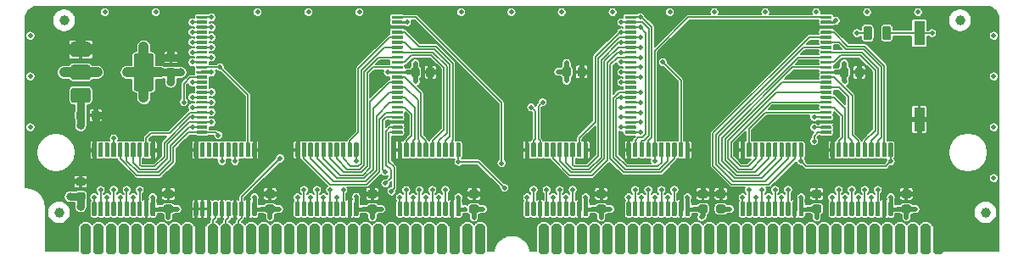
<source format=gtl>
G04 #@! TF.GenerationSoftware,KiCad,Pcbnew,(5.1.5-0-10_14)*
G04 #@! TF.CreationDate,2020-06-23T19:47:48-04:00*
G04 #@! TF.ProjectId,ROMSIMM,524f4d53-494d-44d2-9e6b-696361645f70,rev?*
G04 #@! TF.SameCoordinates,Original*
G04 #@! TF.FileFunction,Copper,L1,Top*
G04 #@! TF.FilePolarity,Positive*
%FSLAX46Y46*%
G04 Gerber Fmt 4.6, Leading zero omitted, Abs format (unit mm)*
G04 Created by KiCad (PCBNEW (5.1.5-0-10_14)) date 2020-06-23 19:47:48*
%MOMM*%
%LPD*%
G04 APERTURE LIST*
%ADD10R,1.120000X2.440000*%
%ADD11C,0.100000*%
%ADD12C,2.000000*%
%ADD13C,1.000000*%
%ADD14C,0.500000*%
%ADD15C,0.800000*%
%ADD16C,0.508000*%
%ADD17C,0.800000*%
%ADD18C,0.500000*%
%ADD19C,0.150000*%
%ADD20C,0.450000*%
%ADD21C,0.400000*%
%ADD22C,1.000000*%
%ADD23C,0.300000*%
%ADD24C,0.250000*%
%ADD25C,0.152400*%
%ADD26C,0.154000*%
G04 APERTURE END LIST*
D10*
X161290000Y-114160000D03*
X161290000Y-105550000D03*
G04 #@! TA.AperFunction,SMDPad,CuDef*
D11*
G36*
X86883329Y-107526023D02*
G01*
X86903957Y-107529083D01*
X86924185Y-107534150D01*
X86943820Y-107541176D01*
X86962672Y-107550092D01*
X86980559Y-107560813D01*
X86997309Y-107573235D01*
X87012760Y-107587240D01*
X87026765Y-107602691D01*
X87039187Y-107619441D01*
X87049908Y-107637328D01*
X87058824Y-107656180D01*
X87065850Y-107675815D01*
X87070917Y-107696043D01*
X87073977Y-107716671D01*
X87075000Y-107737500D01*
X87075000Y-108162500D01*
X87073977Y-108183329D01*
X87070917Y-108203957D01*
X87065850Y-108224185D01*
X87058824Y-108243820D01*
X87049908Y-108262672D01*
X87039187Y-108280559D01*
X87026765Y-108297309D01*
X87012760Y-108312760D01*
X86997309Y-108326765D01*
X86980559Y-108339187D01*
X86962672Y-108349908D01*
X86943820Y-108358824D01*
X86924185Y-108365850D01*
X86903957Y-108370917D01*
X86883329Y-108373977D01*
X86862500Y-108375000D01*
X86337500Y-108375000D01*
X86316671Y-108373977D01*
X86296043Y-108370917D01*
X86275815Y-108365850D01*
X86256180Y-108358824D01*
X86237328Y-108349908D01*
X86219441Y-108339187D01*
X86202691Y-108326765D01*
X86187240Y-108312760D01*
X86173235Y-108297309D01*
X86160813Y-108280559D01*
X86150092Y-108262672D01*
X86141176Y-108243820D01*
X86134150Y-108224185D01*
X86129083Y-108203957D01*
X86126023Y-108183329D01*
X86125000Y-108162500D01*
X86125000Y-107737500D01*
X86126023Y-107716671D01*
X86129083Y-107696043D01*
X86134150Y-107675815D01*
X86141176Y-107656180D01*
X86150092Y-107637328D01*
X86160813Y-107619441D01*
X86173235Y-107602691D01*
X86187240Y-107587240D01*
X86202691Y-107573235D01*
X86219441Y-107560813D01*
X86237328Y-107550092D01*
X86256180Y-107541176D01*
X86275815Y-107534150D01*
X86296043Y-107529083D01*
X86316671Y-107526023D01*
X86337500Y-107525000D01*
X86862500Y-107525000D01*
X86883329Y-107526023D01*
G37*
G04 #@! TD.AperFunction*
G04 #@! TA.AperFunction,SMDPad,CuDef*
G36*
X86883329Y-109026023D02*
G01*
X86903957Y-109029083D01*
X86924185Y-109034150D01*
X86943820Y-109041176D01*
X86962672Y-109050092D01*
X86980559Y-109060813D01*
X86997309Y-109073235D01*
X87012760Y-109087240D01*
X87026765Y-109102691D01*
X87039187Y-109119441D01*
X87049908Y-109137328D01*
X87058824Y-109156180D01*
X87065850Y-109175815D01*
X87070917Y-109196043D01*
X87073977Y-109216671D01*
X87075000Y-109237500D01*
X87075000Y-109662500D01*
X87073977Y-109683329D01*
X87070917Y-109703957D01*
X87065850Y-109724185D01*
X87058824Y-109743820D01*
X87049908Y-109762672D01*
X87039187Y-109780559D01*
X87026765Y-109797309D01*
X87012760Y-109812760D01*
X86997309Y-109826765D01*
X86980559Y-109839187D01*
X86962672Y-109849908D01*
X86943820Y-109858824D01*
X86924185Y-109865850D01*
X86903957Y-109870917D01*
X86883329Y-109873977D01*
X86862500Y-109875000D01*
X86337500Y-109875000D01*
X86316671Y-109873977D01*
X86296043Y-109870917D01*
X86275815Y-109865850D01*
X86256180Y-109858824D01*
X86237328Y-109849908D01*
X86219441Y-109839187D01*
X86202691Y-109826765D01*
X86187240Y-109812760D01*
X86173235Y-109797309D01*
X86160813Y-109780559D01*
X86150092Y-109762672D01*
X86141176Y-109743820D01*
X86134150Y-109724185D01*
X86129083Y-109703957D01*
X86126023Y-109683329D01*
X86125000Y-109662500D01*
X86125000Y-109237500D01*
X86126023Y-109216671D01*
X86129083Y-109196043D01*
X86134150Y-109175815D01*
X86141176Y-109156180D01*
X86150092Y-109137328D01*
X86160813Y-109119441D01*
X86173235Y-109102691D01*
X86187240Y-109087240D01*
X86202691Y-109073235D01*
X86219441Y-109060813D01*
X86237328Y-109050092D01*
X86256180Y-109041176D01*
X86275815Y-109034150D01*
X86296043Y-109029083D01*
X86316671Y-109026023D01*
X86337500Y-109025000D01*
X86862500Y-109025000D01*
X86883329Y-109026023D01*
G37*
G04 #@! TD.AperFunction*
G04 #@! TA.AperFunction,ComponentPad*
G36*
X163339970Y-124589006D02*
G01*
X163380407Y-124595004D01*
X163420061Y-124604937D01*
X163458551Y-124618709D01*
X163495505Y-124636187D01*
X163530568Y-124657203D01*
X163563403Y-124681555D01*
X163593692Y-124709008D01*
X163621145Y-124739297D01*
X163645497Y-124772132D01*
X163666513Y-124807195D01*
X163683991Y-124844149D01*
X163697763Y-124882639D01*
X163707696Y-124922293D01*
X163713694Y-124962730D01*
X163715700Y-125003560D01*
X163715700Y-127218440D01*
X163713694Y-127259270D01*
X163707696Y-127299707D01*
X163697763Y-127339361D01*
X163683991Y-127377851D01*
X163666513Y-127414805D01*
X163645497Y-127449868D01*
X163621145Y-127482703D01*
X163593692Y-127512992D01*
X163563403Y-127540445D01*
X163530568Y-127564797D01*
X163495505Y-127585813D01*
X163458551Y-127603291D01*
X163420061Y-127617063D01*
X163380407Y-127626996D01*
X163339970Y-127632994D01*
X163299140Y-127635000D01*
X163090860Y-127635000D01*
X163050030Y-127632994D01*
X163009593Y-127626996D01*
X162969939Y-127617063D01*
X162931449Y-127603291D01*
X162894495Y-127585813D01*
X162859432Y-127564797D01*
X162826597Y-127540445D01*
X162796308Y-127512992D01*
X162768855Y-127482703D01*
X162744503Y-127449868D01*
X162723487Y-127414805D01*
X162706009Y-127377851D01*
X162692237Y-127339361D01*
X162682304Y-127299707D01*
X162676306Y-127259270D01*
X162674300Y-127218440D01*
X162674300Y-125003560D01*
X162676306Y-124962730D01*
X162682304Y-124922293D01*
X162692237Y-124882639D01*
X162706009Y-124844149D01*
X162723487Y-124807195D01*
X162744503Y-124772132D01*
X162768855Y-124739297D01*
X162796308Y-124709008D01*
X162826597Y-124681555D01*
X162859432Y-124657203D01*
X162894495Y-124636187D01*
X162931449Y-124618709D01*
X162969939Y-124604937D01*
X163009593Y-124595004D01*
X163050030Y-124589006D01*
X163090860Y-124587000D01*
X163299140Y-124587000D01*
X163339970Y-124589006D01*
G37*
G04 #@! TD.AperFunction*
G04 #@! TA.AperFunction,ComponentPad*
G36*
X162069970Y-124589006D02*
G01*
X162110407Y-124595004D01*
X162150061Y-124604937D01*
X162188551Y-124618709D01*
X162225505Y-124636187D01*
X162260568Y-124657203D01*
X162293403Y-124681555D01*
X162323692Y-124709008D01*
X162351145Y-124739297D01*
X162375497Y-124772132D01*
X162396513Y-124807195D01*
X162413991Y-124844149D01*
X162427763Y-124882639D01*
X162437696Y-124922293D01*
X162443694Y-124962730D01*
X162445700Y-125003560D01*
X162445700Y-127218440D01*
X162443694Y-127259270D01*
X162437696Y-127299707D01*
X162427763Y-127339361D01*
X162413991Y-127377851D01*
X162396513Y-127414805D01*
X162375497Y-127449868D01*
X162351145Y-127482703D01*
X162323692Y-127512992D01*
X162293403Y-127540445D01*
X162260568Y-127564797D01*
X162225505Y-127585813D01*
X162188551Y-127603291D01*
X162150061Y-127617063D01*
X162110407Y-127626996D01*
X162069970Y-127632994D01*
X162029140Y-127635000D01*
X161820860Y-127635000D01*
X161780030Y-127632994D01*
X161739593Y-127626996D01*
X161699939Y-127617063D01*
X161661449Y-127603291D01*
X161624495Y-127585813D01*
X161589432Y-127564797D01*
X161556597Y-127540445D01*
X161526308Y-127512992D01*
X161498855Y-127482703D01*
X161474503Y-127449868D01*
X161453487Y-127414805D01*
X161436009Y-127377851D01*
X161422237Y-127339361D01*
X161412304Y-127299707D01*
X161406306Y-127259270D01*
X161404300Y-127218440D01*
X161404300Y-125003560D01*
X161406306Y-124962730D01*
X161412304Y-124922293D01*
X161422237Y-124882639D01*
X161436009Y-124844149D01*
X161453487Y-124807195D01*
X161474503Y-124772132D01*
X161498855Y-124739297D01*
X161526308Y-124709008D01*
X161556597Y-124681555D01*
X161589432Y-124657203D01*
X161624495Y-124636187D01*
X161661449Y-124618709D01*
X161699939Y-124604937D01*
X161739593Y-124595004D01*
X161780030Y-124589006D01*
X161820860Y-124587000D01*
X162029140Y-124587000D01*
X162069970Y-124589006D01*
G37*
G04 #@! TD.AperFunction*
G04 #@! TA.AperFunction,ComponentPad*
G36*
X160799970Y-124589006D02*
G01*
X160840407Y-124595004D01*
X160880061Y-124604937D01*
X160918551Y-124618709D01*
X160955505Y-124636187D01*
X160990568Y-124657203D01*
X161023403Y-124681555D01*
X161053692Y-124709008D01*
X161081145Y-124739297D01*
X161105497Y-124772132D01*
X161126513Y-124807195D01*
X161143991Y-124844149D01*
X161157763Y-124882639D01*
X161167696Y-124922293D01*
X161173694Y-124962730D01*
X161175700Y-125003560D01*
X161175700Y-127218440D01*
X161173694Y-127259270D01*
X161167696Y-127299707D01*
X161157763Y-127339361D01*
X161143991Y-127377851D01*
X161126513Y-127414805D01*
X161105497Y-127449868D01*
X161081145Y-127482703D01*
X161053692Y-127512992D01*
X161023403Y-127540445D01*
X160990568Y-127564797D01*
X160955505Y-127585813D01*
X160918551Y-127603291D01*
X160880061Y-127617063D01*
X160840407Y-127626996D01*
X160799970Y-127632994D01*
X160759140Y-127635000D01*
X160550860Y-127635000D01*
X160510030Y-127632994D01*
X160469593Y-127626996D01*
X160429939Y-127617063D01*
X160391449Y-127603291D01*
X160354495Y-127585813D01*
X160319432Y-127564797D01*
X160286597Y-127540445D01*
X160256308Y-127512992D01*
X160228855Y-127482703D01*
X160204503Y-127449868D01*
X160183487Y-127414805D01*
X160166009Y-127377851D01*
X160152237Y-127339361D01*
X160142304Y-127299707D01*
X160136306Y-127259270D01*
X160134300Y-127218440D01*
X160134300Y-125003560D01*
X160136306Y-124962730D01*
X160142304Y-124922293D01*
X160152237Y-124882639D01*
X160166009Y-124844149D01*
X160183487Y-124807195D01*
X160204503Y-124772132D01*
X160228855Y-124739297D01*
X160256308Y-124709008D01*
X160286597Y-124681555D01*
X160319432Y-124657203D01*
X160354495Y-124636187D01*
X160391449Y-124618709D01*
X160429939Y-124604937D01*
X160469593Y-124595004D01*
X160510030Y-124589006D01*
X160550860Y-124587000D01*
X160759140Y-124587000D01*
X160799970Y-124589006D01*
G37*
G04 #@! TD.AperFunction*
G04 #@! TA.AperFunction,ComponentPad*
G36*
X159529970Y-124589006D02*
G01*
X159570407Y-124595004D01*
X159610061Y-124604937D01*
X159648551Y-124618709D01*
X159685505Y-124636187D01*
X159720568Y-124657203D01*
X159753403Y-124681555D01*
X159783692Y-124709008D01*
X159811145Y-124739297D01*
X159835497Y-124772132D01*
X159856513Y-124807195D01*
X159873991Y-124844149D01*
X159887763Y-124882639D01*
X159897696Y-124922293D01*
X159903694Y-124962730D01*
X159905700Y-125003560D01*
X159905700Y-127218440D01*
X159903694Y-127259270D01*
X159897696Y-127299707D01*
X159887763Y-127339361D01*
X159873991Y-127377851D01*
X159856513Y-127414805D01*
X159835497Y-127449868D01*
X159811145Y-127482703D01*
X159783692Y-127512992D01*
X159753403Y-127540445D01*
X159720568Y-127564797D01*
X159685505Y-127585813D01*
X159648551Y-127603291D01*
X159610061Y-127617063D01*
X159570407Y-127626996D01*
X159529970Y-127632994D01*
X159489140Y-127635000D01*
X159280860Y-127635000D01*
X159240030Y-127632994D01*
X159199593Y-127626996D01*
X159159939Y-127617063D01*
X159121449Y-127603291D01*
X159084495Y-127585813D01*
X159049432Y-127564797D01*
X159016597Y-127540445D01*
X158986308Y-127512992D01*
X158958855Y-127482703D01*
X158934503Y-127449868D01*
X158913487Y-127414805D01*
X158896009Y-127377851D01*
X158882237Y-127339361D01*
X158872304Y-127299707D01*
X158866306Y-127259270D01*
X158864300Y-127218440D01*
X158864300Y-125003560D01*
X158866306Y-124962730D01*
X158872304Y-124922293D01*
X158882237Y-124882639D01*
X158896009Y-124844149D01*
X158913487Y-124807195D01*
X158934503Y-124772132D01*
X158958855Y-124739297D01*
X158986308Y-124709008D01*
X159016597Y-124681555D01*
X159049432Y-124657203D01*
X159084495Y-124636187D01*
X159121449Y-124618709D01*
X159159939Y-124604937D01*
X159199593Y-124595004D01*
X159240030Y-124589006D01*
X159280860Y-124587000D01*
X159489140Y-124587000D01*
X159529970Y-124589006D01*
G37*
G04 #@! TD.AperFunction*
G04 #@! TA.AperFunction,ComponentPad*
G36*
X158259970Y-124589006D02*
G01*
X158300407Y-124595004D01*
X158340061Y-124604937D01*
X158378551Y-124618709D01*
X158415505Y-124636187D01*
X158450568Y-124657203D01*
X158483403Y-124681555D01*
X158513692Y-124709008D01*
X158541145Y-124739297D01*
X158565497Y-124772132D01*
X158586513Y-124807195D01*
X158603991Y-124844149D01*
X158617763Y-124882639D01*
X158627696Y-124922293D01*
X158633694Y-124962730D01*
X158635700Y-125003560D01*
X158635700Y-127218440D01*
X158633694Y-127259270D01*
X158627696Y-127299707D01*
X158617763Y-127339361D01*
X158603991Y-127377851D01*
X158586513Y-127414805D01*
X158565497Y-127449868D01*
X158541145Y-127482703D01*
X158513692Y-127512992D01*
X158483403Y-127540445D01*
X158450568Y-127564797D01*
X158415505Y-127585813D01*
X158378551Y-127603291D01*
X158340061Y-127617063D01*
X158300407Y-127626996D01*
X158259970Y-127632994D01*
X158219140Y-127635000D01*
X158010860Y-127635000D01*
X157970030Y-127632994D01*
X157929593Y-127626996D01*
X157889939Y-127617063D01*
X157851449Y-127603291D01*
X157814495Y-127585813D01*
X157779432Y-127564797D01*
X157746597Y-127540445D01*
X157716308Y-127512992D01*
X157688855Y-127482703D01*
X157664503Y-127449868D01*
X157643487Y-127414805D01*
X157626009Y-127377851D01*
X157612237Y-127339361D01*
X157602304Y-127299707D01*
X157596306Y-127259270D01*
X157594300Y-127218440D01*
X157594300Y-125003560D01*
X157596306Y-124962730D01*
X157602304Y-124922293D01*
X157612237Y-124882639D01*
X157626009Y-124844149D01*
X157643487Y-124807195D01*
X157664503Y-124772132D01*
X157688855Y-124739297D01*
X157716308Y-124709008D01*
X157746597Y-124681555D01*
X157779432Y-124657203D01*
X157814495Y-124636187D01*
X157851449Y-124618709D01*
X157889939Y-124604937D01*
X157929593Y-124595004D01*
X157970030Y-124589006D01*
X158010860Y-124587000D01*
X158219140Y-124587000D01*
X158259970Y-124589006D01*
G37*
G04 #@! TD.AperFunction*
G04 #@! TA.AperFunction,ComponentPad*
G36*
X156989970Y-124589006D02*
G01*
X157030407Y-124595004D01*
X157070061Y-124604937D01*
X157108551Y-124618709D01*
X157145505Y-124636187D01*
X157180568Y-124657203D01*
X157213403Y-124681555D01*
X157243692Y-124709008D01*
X157271145Y-124739297D01*
X157295497Y-124772132D01*
X157316513Y-124807195D01*
X157333991Y-124844149D01*
X157347763Y-124882639D01*
X157357696Y-124922293D01*
X157363694Y-124962730D01*
X157365700Y-125003560D01*
X157365700Y-127218440D01*
X157363694Y-127259270D01*
X157357696Y-127299707D01*
X157347763Y-127339361D01*
X157333991Y-127377851D01*
X157316513Y-127414805D01*
X157295497Y-127449868D01*
X157271145Y-127482703D01*
X157243692Y-127512992D01*
X157213403Y-127540445D01*
X157180568Y-127564797D01*
X157145505Y-127585813D01*
X157108551Y-127603291D01*
X157070061Y-127617063D01*
X157030407Y-127626996D01*
X156989970Y-127632994D01*
X156949140Y-127635000D01*
X156740860Y-127635000D01*
X156700030Y-127632994D01*
X156659593Y-127626996D01*
X156619939Y-127617063D01*
X156581449Y-127603291D01*
X156544495Y-127585813D01*
X156509432Y-127564797D01*
X156476597Y-127540445D01*
X156446308Y-127512992D01*
X156418855Y-127482703D01*
X156394503Y-127449868D01*
X156373487Y-127414805D01*
X156356009Y-127377851D01*
X156342237Y-127339361D01*
X156332304Y-127299707D01*
X156326306Y-127259270D01*
X156324300Y-127218440D01*
X156324300Y-125003560D01*
X156326306Y-124962730D01*
X156332304Y-124922293D01*
X156342237Y-124882639D01*
X156356009Y-124844149D01*
X156373487Y-124807195D01*
X156394503Y-124772132D01*
X156418855Y-124739297D01*
X156446308Y-124709008D01*
X156476597Y-124681555D01*
X156509432Y-124657203D01*
X156544495Y-124636187D01*
X156581449Y-124618709D01*
X156619939Y-124604937D01*
X156659593Y-124595004D01*
X156700030Y-124589006D01*
X156740860Y-124587000D01*
X156949140Y-124587000D01*
X156989970Y-124589006D01*
G37*
G04 #@! TD.AperFunction*
G04 #@! TA.AperFunction,ComponentPad*
G36*
X155719970Y-124589006D02*
G01*
X155760407Y-124595004D01*
X155800061Y-124604937D01*
X155838551Y-124618709D01*
X155875505Y-124636187D01*
X155910568Y-124657203D01*
X155943403Y-124681555D01*
X155973692Y-124709008D01*
X156001145Y-124739297D01*
X156025497Y-124772132D01*
X156046513Y-124807195D01*
X156063991Y-124844149D01*
X156077763Y-124882639D01*
X156087696Y-124922293D01*
X156093694Y-124962730D01*
X156095700Y-125003560D01*
X156095700Y-127218440D01*
X156093694Y-127259270D01*
X156087696Y-127299707D01*
X156077763Y-127339361D01*
X156063991Y-127377851D01*
X156046513Y-127414805D01*
X156025497Y-127449868D01*
X156001145Y-127482703D01*
X155973692Y-127512992D01*
X155943403Y-127540445D01*
X155910568Y-127564797D01*
X155875505Y-127585813D01*
X155838551Y-127603291D01*
X155800061Y-127617063D01*
X155760407Y-127626996D01*
X155719970Y-127632994D01*
X155679140Y-127635000D01*
X155470860Y-127635000D01*
X155430030Y-127632994D01*
X155389593Y-127626996D01*
X155349939Y-127617063D01*
X155311449Y-127603291D01*
X155274495Y-127585813D01*
X155239432Y-127564797D01*
X155206597Y-127540445D01*
X155176308Y-127512992D01*
X155148855Y-127482703D01*
X155124503Y-127449868D01*
X155103487Y-127414805D01*
X155086009Y-127377851D01*
X155072237Y-127339361D01*
X155062304Y-127299707D01*
X155056306Y-127259270D01*
X155054300Y-127218440D01*
X155054300Y-125003560D01*
X155056306Y-124962730D01*
X155062304Y-124922293D01*
X155072237Y-124882639D01*
X155086009Y-124844149D01*
X155103487Y-124807195D01*
X155124503Y-124772132D01*
X155148855Y-124739297D01*
X155176308Y-124709008D01*
X155206597Y-124681555D01*
X155239432Y-124657203D01*
X155274495Y-124636187D01*
X155311449Y-124618709D01*
X155349939Y-124604937D01*
X155389593Y-124595004D01*
X155430030Y-124589006D01*
X155470860Y-124587000D01*
X155679140Y-124587000D01*
X155719970Y-124589006D01*
G37*
G04 #@! TD.AperFunction*
G04 #@! TA.AperFunction,ComponentPad*
G36*
X154449970Y-124589006D02*
G01*
X154490407Y-124595004D01*
X154530061Y-124604937D01*
X154568551Y-124618709D01*
X154605505Y-124636187D01*
X154640568Y-124657203D01*
X154673403Y-124681555D01*
X154703692Y-124709008D01*
X154731145Y-124739297D01*
X154755497Y-124772132D01*
X154776513Y-124807195D01*
X154793991Y-124844149D01*
X154807763Y-124882639D01*
X154817696Y-124922293D01*
X154823694Y-124962730D01*
X154825700Y-125003560D01*
X154825700Y-127218440D01*
X154823694Y-127259270D01*
X154817696Y-127299707D01*
X154807763Y-127339361D01*
X154793991Y-127377851D01*
X154776513Y-127414805D01*
X154755497Y-127449868D01*
X154731145Y-127482703D01*
X154703692Y-127512992D01*
X154673403Y-127540445D01*
X154640568Y-127564797D01*
X154605505Y-127585813D01*
X154568551Y-127603291D01*
X154530061Y-127617063D01*
X154490407Y-127626996D01*
X154449970Y-127632994D01*
X154409140Y-127635000D01*
X154200860Y-127635000D01*
X154160030Y-127632994D01*
X154119593Y-127626996D01*
X154079939Y-127617063D01*
X154041449Y-127603291D01*
X154004495Y-127585813D01*
X153969432Y-127564797D01*
X153936597Y-127540445D01*
X153906308Y-127512992D01*
X153878855Y-127482703D01*
X153854503Y-127449868D01*
X153833487Y-127414805D01*
X153816009Y-127377851D01*
X153802237Y-127339361D01*
X153792304Y-127299707D01*
X153786306Y-127259270D01*
X153784300Y-127218440D01*
X153784300Y-125003560D01*
X153786306Y-124962730D01*
X153792304Y-124922293D01*
X153802237Y-124882639D01*
X153816009Y-124844149D01*
X153833487Y-124807195D01*
X153854503Y-124772132D01*
X153878855Y-124739297D01*
X153906308Y-124709008D01*
X153936597Y-124681555D01*
X153969432Y-124657203D01*
X154004495Y-124636187D01*
X154041449Y-124618709D01*
X154079939Y-124604937D01*
X154119593Y-124595004D01*
X154160030Y-124589006D01*
X154200860Y-124587000D01*
X154409140Y-124587000D01*
X154449970Y-124589006D01*
G37*
G04 #@! TD.AperFunction*
G04 #@! TA.AperFunction,ComponentPad*
G36*
X153179970Y-124589006D02*
G01*
X153220407Y-124595004D01*
X153260061Y-124604937D01*
X153298551Y-124618709D01*
X153335505Y-124636187D01*
X153370568Y-124657203D01*
X153403403Y-124681555D01*
X153433692Y-124709008D01*
X153461145Y-124739297D01*
X153485497Y-124772132D01*
X153506513Y-124807195D01*
X153523991Y-124844149D01*
X153537763Y-124882639D01*
X153547696Y-124922293D01*
X153553694Y-124962730D01*
X153555700Y-125003560D01*
X153555700Y-127218440D01*
X153553694Y-127259270D01*
X153547696Y-127299707D01*
X153537763Y-127339361D01*
X153523991Y-127377851D01*
X153506513Y-127414805D01*
X153485497Y-127449868D01*
X153461145Y-127482703D01*
X153433692Y-127512992D01*
X153403403Y-127540445D01*
X153370568Y-127564797D01*
X153335505Y-127585813D01*
X153298551Y-127603291D01*
X153260061Y-127617063D01*
X153220407Y-127626996D01*
X153179970Y-127632994D01*
X153139140Y-127635000D01*
X152930860Y-127635000D01*
X152890030Y-127632994D01*
X152849593Y-127626996D01*
X152809939Y-127617063D01*
X152771449Y-127603291D01*
X152734495Y-127585813D01*
X152699432Y-127564797D01*
X152666597Y-127540445D01*
X152636308Y-127512992D01*
X152608855Y-127482703D01*
X152584503Y-127449868D01*
X152563487Y-127414805D01*
X152546009Y-127377851D01*
X152532237Y-127339361D01*
X152522304Y-127299707D01*
X152516306Y-127259270D01*
X152514300Y-127218440D01*
X152514300Y-125003560D01*
X152516306Y-124962730D01*
X152522304Y-124922293D01*
X152532237Y-124882639D01*
X152546009Y-124844149D01*
X152563487Y-124807195D01*
X152584503Y-124772132D01*
X152608855Y-124739297D01*
X152636308Y-124709008D01*
X152666597Y-124681555D01*
X152699432Y-124657203D01*
X152734495Y-124636187D01*
X152771449Y-124618709D01*
X152809939Y-124604937D01*
X152849593Y-124595004D01*
X152890030Y-124589006D01*
X152930860Y-124587000D01*
X153139140Y-124587000D01*
X153179970Y-124589006D01*
G37*
G04 #@! TD.AperFunction*
G04 #@! TA.AperFunction,ComponentPad*
G36*
X151909970Y-124589006D02*
G01*
X151950407Y-124595004D01*
X151990061Y-124604937D01*
X152028551Y-124618709D01*
X152065505Y-124636187D01*
X152100568Y-124657203D01*
X152133403Y-124681555D01*
X152163692Y-124709008D01*
X152191145Y-124739297D01*
X152215497Y-124772132D01*
X152236513Y-124807195D01*
X152253991Y-124844149D01*
X152267763Y-124882639D01*
X152277696Y-124922293D01*
X152283694Y-124962730D01*
X152285700Y-125003560D01*
X152285700Y-127218440D01*
X152283694Y-127259270D01*
X152277696Y-127299707D01*
X152267763Y-127339361D01*
X152253991Y-127377851D01*
X152236513Y-127414805D01*
X152215497Y-127449868D01*
X152191145Y-127482703D01*
X152163692Y-127512992D01*
X152133403Y-127540445D01*
X152100568Y-127564797D01*
X152065505Y-127585813D01*
X152028551Y-127603291D01*
X151990061Y-127617063D01*
X151950407Y-127626996D01*
X151909970Y-127632994D01*
X151869140Y-127635000D01*
X151660860Y-127635000D01*
X151620030Y-127632994D01*
X151579593Y-127626996D01*
X151539939Y-127617063D01*
X151501449Y-127603291D01*
X151464495Y-127585813D01*
X151429432Y-127564797D01*
X151396597Y-127540445D01*
X151366308Y-127512992D01*
X151338855Y-127482703D01*
X151314503Y-127449868D01*
X151293487Y-127414805D01*
X151276009Y-127377851D01*
X151262237Y-127339361D01*
X151252304Y-127299707D01*
X151246306Y-127259270D01*
X151244300Y-127218440D01*
X151244300Y-125003560D01*
X151246306Y-124962730D01*
X151252304Y-124922293D01*
X151262237Y-124882639D01*
X151276009Y-124844149D01*
X151293487Y-124807195D01*
X151314503Y-124772132D01*
X151338855Y-124739297D01*
X151366308Y-124709008D01*
X151396597Y-124681555D01*
X151429432Y-124657203D01*
X151464495Y-124636187D01*
X151501449Y-124618709D01*
X151539939Y-124604937D01*
X151579593Y-124595004D01*
X151620030Y-124589006D01*
X151660860Y-124587000D01*
X151869140Y-124587000D01*
X151909970Y-124589006D01*
G37*
G04 #@! TD.AperFunction*
G04 #@! TA.AperFunction,ComponentPad*
G36*
X150639970Y-124589006D02*
G01*
X150680407Y-124595004D01*
X150720061Y-124604937D01*
X150758551Y-124618709D01*
X150795505Y-124636187D01*
X150830568Y-124657203D01*
X150863403Y-124681555D01*
X150893692Y-124709008D01*
X150921145Y-124739297D01*
X150945497Y-124772132D01*
X150966513Y-124807195D01*
X150983991Y-124844149D01*
X150997763Y-124882639D01*
X151007696Y-124922293D01*
X151013694Y-124962730D01*
X151015700Y-125003560D01*
X151015700Y-127218440D01*
X151013694Y-127259270D01*
X151007696Y-127299707D01*
X150997763Y-127339361D01*
X150983991Y-127377851D01*
X150966513Y-127414805D01*
X150945497Y-127449868D01*
X150921145Y-127482703D01*
X150893692Y-127512992D01*
X150863403Y-127540445D01*
X150830568Y-127564797D01*
X150795505Y-127585813D01*
X150758551Y-127603291D01*
X150720061Y-127617063D01*
X150680407Y-127626996D01*
X150639970Y-127632994D01*
X150599140Y-127635000D01*
X150390860Y-127635000D01*
X150350030Y-127632994D01*
X150309593Y-127626996D01*
X150269939Y-127617063D01*
X150231449Y-127603291D01*
X150194495Y-127585813D01*
X150159432Y-127564797D01*
X150126597Y-127540445D01*
X150096308Y-127512992D01*
X150068855Y-127482703D01*
X150044503Y-127449868D01*
X150023487Y-127414805D01*
X150006009Y-127377851D01*
X149992237Y-127339361D01*
X149982304Y-127299707D01*
X149976306Y-127259270D01*
X149974300Y-127218440D01*
X149974300Y-125003560D01*
X149976306Y-124962730D01*
X149982304Y-124922293D01*
X149992237Y-124882639D01*
X150006009Y-124844149D01*
X150023487Y-124807195D01*
X150044503Y-124772132D01*
X150068855Y-124739297D01*
X150096308Y-124709008D01*
X150126597Y-124681555D01*
X150159432Y-124657203D01*
X150194495Y-124636187D01*
X150231449Y-124618709D01*
X150269939Y-124604937D01*
X150309593Y-124595004D01*
X150350030Y-124589006D01*
X150390860Y-124587000D01*
X150599140Y-124587000D01*
X150639970Y-124589006D01*
G37*
G04 #@! TD.AperFunction*
G04 #@! TA.AperFunction,ComponentPad*
G36*
X149369970Y-124589006D02*
G01*
X149410407Y-124595004D01*
X149450061Y-124604937D01*
X149488551Y-124618709D01*
X149525505Y-124636187D01*
X149560568Y-124657203D01*
X149593403Y-124681555D01*
X149623692Y-124709008D01*
X149651145Y-124739297D01*
X149675497Y-124772132D01*
X149696513Y-124807195D01*
X149713991Y-124844149D01*
X149727763Y-124882639D01*
X149737696Y-124922293D01*
X149743694Y-124962730D01*
X149745700Y-125003560D01*
X149745700Y-127218440D01*
X149743694Y-127259270D01*
X149737696Y-127299707D01*
X149727763Y-127339361D01*
X149713991Y-127377851D01*
X149696513Y-127414805D01*
X149675497Y-127449868D01*
X149651145Y-127482703D01*
X149623692Y-127512992D01*
X149593403Y-127540445D01*
X149560568Y-127564797D01*
X149525505Y-127585813D01*
X149488551Y-127603291D01*
X149450061Y-127617063D01*
X149410407Y-127626996D01*
X149369970Y-127632994D01*
X149329140Y-127635000D01*
X149120860Y-127635000D01*
X149080030Y-127632994D01*
X149039593Y-127626996D01*
X148999939Y-127617063D01*
X148961449Y-127603291D01*
X148924495Y-127585813D01*
X148889432Y-127564797D01*
X148856597Y-127540445D01*
X148826308Y-127512992D01*
X148798855Y-127482703D01*
X148774503Y-127449868D01*
X148753487Y-127414805D01*
X148736009Y-127377851D01*
X148722237Y-127339361D01*
X148712304Y-127299707D01*
X148706306Y-127259270D01*
X148704300Y-127218440D01*
X148704300Y-125003560D01*
X148706306Y-124962730D01*
X148712304Y-124922293D01*
X148722237Y-124882639D01*
X148736009Y-124844149D01*
X148753487Y-124807195D01*
X148774503Y-124772132D01*
X148798855Y-124739297D01*
X148826308Y-124709008D01*
X148856597Y-124681555D01*
X148889432Y-124657203D01*
X148924495Y-124636187D01*
X148961449Y-124618709D01*
X148999939Y-124604937D01*
X149039593Y-124595004D01*
X149080030Y-124589006D01*
X149120860Y-124587000D01*
X149329140Y-124587000D01*
X149369970Y-124589006D01*
G37*
G04 #@! TD.AperFunction*
G04 #@! TA.AperFunction,ComponentPad*
G36*
X148099970Y-124589006D02*
G01*
X148140407Y-124595004D01*
X148180061Y-124604937D01*
X148218551Y-124618709D01*
X148255505Y-124636187D01*
X148290568Y-124657203D01*
X148323403Y-124681555D01*
X148353692Y-124709008D01*
X148381145Y-124739297D01*
X148405497Y-124772132D01*
X148426513Y-124807195D01*
X148443991Y-124844149D01*
X148457763Y-124882639D01*
X148467696Y-124922293D01*
X148473694Y-124962730D01*
X148475700Y-125003560D01*
X148475700Y-127218440D01*
X148473694Y-127259270D01*
X148467696Y-127299707D01*
X148457763Y-127339361D01*
X148443991Y-127377851D01*
X148426513Y-127414805D01*
X148405497Y-127449868D01*
X148381145Y-127482703D01*
X148353692Y-127512992D01*
X148323403Y-127540445D01*
X148290568Y-127564797D01*
X148255505Y-127585813D01*
X148218551Y-127603291D01*
X148180061Y-127617063D01*
X148140407Y-127626996D01*
X148099970Y-127632994D01*
X148059140Y-127635000D01*
X147850860Y-127635000D01*
X147810030Y-127632994D01*
X147769593Y-127626996D01*
X147729939Y-127617063D01*
X147691449Y-127603291D01*
X147654495Y-127585813D01*
X147619432Y-127564797D01*
X147586597Y-127540445D01*
X147556308Y-127512992D01*
X147528855Y-127482703D01*
X147504503Y-127449868D01*
X147483487Y-127414805D01*
X147466009Y-127377851D01*
X147452237Y-127339361D01*
X147442304Y-127299707D01*
X147436306Y-127259270D01*
X147434300Y-127218440D01*
X147434300Y-125003560D01*
X147436306Y-124962730D01*
X147442304Y-124922293D01*
X147452237Y-124882639D01*
X147466009Y-124844149D01*
X147483487Y-124807195D01*
X147504503Y-124772132D01*
X147528855Y-124739297D01*
X147556308Y-124709008D01*
X147586597Y-124681555D01*
X147619432Y-124657203D01*
X147654495Y-124636187D01*
X147691449Y-124618709D01*
X147729939Y-124604937D01*
X147769593Y-124595004D01*
X147810030Y-124589006D01*
X147850860Y-124587000D01*
X148059140Y-124587000D01*
X148099970Y-124589006D01*
G37*
G04 #@! TD.AperFunction*
G04 #@! TA.AperFunction,ComponentPad*
G36*
X146829970Y-124589006D02*
G01*
X146870407Y-124595004D01*
X146910061Y-124604937D01*
X146948551Y-124618709D01*
X146985505Y-124636187D01*
X147020568Y-124657203D01*
X147053403Y-124681555D01*
X147083692Y-124709008D01*
X147111145Y-124739297D01*
X147135497Y-124772132D01*
X147156513Y-124807195D01*
X147173991Y-124844149D01*
X147187763Y-124882639D01*
X147197696Y-124922293D01*
X147203694Y-124962730D01*
X147205700Y-125003560D01*
X147205700Y-127218440D01*
X147203694Y-127259270D01*
X147197696Y-127299707D01*
X147187763Y-127339361D01*
X147173991Y-127377851D01*
X147156513Y-127414805D01*
X147135497Y-127449868D01*
X147111145Y-127482703D01*
X147083692Y-127512992D01*
X147053403Y-127540445D01*
X147020568Y-127564797D01*
X146985505Y-127585813D01*
X146948551Y-127603291D01*
X146910061Y-127617063D01*
X146870407Y-127626996D01*
X146829970Y-127632994D01*
X146789140Y-127635000D01*
X146580860Y-127635000D01*
X146540030Y-127632994D01*
X146499593Y-127626996D01*
X146459939Y-127617063D01*
X146421449Y-127603291D01*
X146384495Y-127585813D01*
X146349432Y-127564797D01*
X146316597Y-127540445D01*
X146286308Y-127512992D01*
X146258855Y-127482703D01*
X146234503Y-127449868D01*
X146213487Y-127414805D01*
X146196009Y-127377851D01*
X146182237Y-127339361D01*
X146172304Y-127299707D01*
X146166306Y-127259270D01*
X146164300Y-127218440D01*
X146164300Y-125003560D01*
X146166306Y-124962730D01*
X146172304Y-124922293D01*
X146182237Y-124882639D01*
X146196009Y-124844149D01*
X146213487Y-124807195D01*
X146234503Y-124772132D01*
X146258855Y-124739297D01*
X146286308Y-124709008D01*
X146316597Y-124681555D01*
X146349432Y-124657203D01*
X146384495Y-124636187D01*
X146421449Y-124618709D01*
X146459939Y-124604937D01*
X146499593Y-124595004D01*
X146540030Y-124589006D01*
X146580860Y-124587000D01*
X146789140Y-124587000D01*
X146829970Y-124589006D01*
G37*
G04 #@! TD.AperFunction*
G04 #@! TA.AperFunction,ComponentPad*
G36*
X145559970Y-124589006D02*
G01*
X145600407Y-124595004D01*
X145640061Y-124604937D01*
X145678551Y-124618709D01*
X145715505Y-124636187D01*
X145750568Y-124657203D01*
X145783403Y-124681555D01*
X145813692Y-124709008D01*
X145841145Y-124739297D01*
X145865497Y-124772132D01*
X145886513Y-124807195D01*
X145903991Y-124844149D01*
X145917763Y-124882639D01*
X145927696Y-124922293D01*
X145933694Y-124962730D01*
X145935700Y-125003560D01*
X145935700Y-127218440D01*
X145933694Y-127259270D01*
X145927696Y-127299707D01*
X145917763Y-127339361D01*
X145903991Y-127377851D01*
X145886513Y-127414805D01*
X145865497Y-127449868D01*
X145841145Y-127482703D01*
X145813692Y-127512992D01*
X145783403Y-127540445D01*
X145750568Y-127564797D01*
X145715505Y-127585813D01*
X145678551Y-127603291D01*
X145640061Y-127617063D01*
X145600407Y-127626996D01*
X145559970Y-127632994D01*
X145519140Y-127635000D01*
X145310860Y-127635000D01*
X145270030Y-127632994D01*
X145229593Y-127626996D01*
X145189939Y-127617063D01*
X145151449Y-127603291D01*
X145114495Y-127585813D01*
X145079432Y-127564797D01*
X145046597Y-127540445D01*
X145016308Y-127512992D01*
X144988855Y-127482703D01*
X144964503Y-127449868D01*
X144943487Y-127414805D01*
X144926009Y-127377851D01*
X144912237Y-127339361D01*
X144902304Y-127299707D01*
X144896306Y-127259270D01*
X144894300Y-127218440D01*
X144894300Y-125003560D01*
X144896306Y-124962730D01*
X144902304Y-124922293D01*
X144912237Y-124882639D01*
X144926009Y-124844149D01*
X144943487Y-124807195D01*
X144964503Y-124772132D01*
X144988855Y-124739297D01*
X145016308Y-124709008D01*
X145046597Y-124681555D01*
X145079432Y-124657203D01*
X145114495Y-124636187D01*
X145151449Y-124618709D01*
X145189939Y-124604937D01*
X145229593Y-124595004D01*
X145270030Y-124589006D01*
X145310860Y-124587000D01*
X145519140Y-124587000D01*
X145559970Y-124589006D01*
G37*
G04 #@! TD.AperFunction*
G04 #@! TA.AperFunction,ComponentPad*
G36*
X144289970Y-124589006D02*
G01*
X144330407Y-124595004D01*
X144370061Y-124604937D01*
X144408551Y-124618709D01*
X144445505Y-124636187D01*
X144480568Y-124657203D01*
X144513403Y-124681555D01*
X144543692Y-124709008D01*
X144571145Y-124739297D01*
X144595497Y-124772132D01*
X144616513Y-124807195D01*
X144633991Y-124844149D01*
X144647763Y-124882639D01*
X144657696Y-124922293D01*
X144663694Y-124962730D01*
X144665700Y-125003560D01*
X144665700Y-127218440D01*
X144663694Y-127259270D01*
X144657696Y-127299707D01*
X144647763Y-127339361D01*
X144633991Y-127377851D01*
X144616513Y-127414805D01*
X144595497Y-127449868D01*
X144571145Y-127482703D01*
X144543692Y-127512992D01*
X144513403Y-127540445D01*
X144480568Y-127564797D01*
X144445505Y-127585813D01*
X144408551Y-127603291D01*
X144370061Y-127617063D01*
X144330407Y-127626996D01*
X144289970Y-127632994D01*
X144249140Y-127635000D01*
X144040860Y-127635000D01*
X144000030Y-127632994D01*
X143959593Y-127626996D01*
X143919939Y-127617063D01*
X143881449Y-127603291D01*
X143844495Y-127585813D01*
X143809432Y-127564797D01*
X143776597Y-127540445D01*
X143746308Y-127512992D01*
X143718855Y-127482703D01*
X143694503Y-127449868D01*
X143673487Y-127414805D01*
X143656009Y-127377851D01*
X143642237Y-127339361D01*
X143632304Y-127299707D01*
X143626306Y-127259270D01*
X143624300Y-127218440D01*
X143624300Y-125003560D01*
X143626306Y-124962730D01*
X143632304Y-124922293D01*
X143642237Y-124882639D01*
X143656009Y-124844149D01*
X143673487Y-124807195D01*
X143694503Y-124772132D01*
X143718855Y-124739297D01*
X143746308Y-124709008D01*
X143776597Y-124681555D01*
X143809432Y-124657203D01*
X143844495Y-124636187D01*
X143881449Y-124618709D01*
X143919939Y-124604937D01*
X143959593Y-124595004D01*
X144000030Y-124589006D01*
X144040860Y-124587000D01*
X144249140Y-124587000D01*
X144289970Y-124589006D01*
G37*
G04 #@! TD.AperFunction*
G04 #@! TA.AperFunction,ComponentPad*
G36*
X143019970Y-124589006D02*
G01*
X143060407Y-124595004D01*
X143100061Y-124604937D01*
X143138551Y-124618709D01*
X143175505Y-124636187D01*
X143210568Y-124657203D01*
X143243403Y-124681555D01*
X143273692Y-124709008D01*
X143301145Y-124739297D01*
X143325497Y-124772132D01*
X143346513Y-124807195D01*
X143363991Y-124844149D01*
X143377763Y-124882639D01*
X143387696Y-124922293D01*
X143393694Y-124962730D01*
X143395700Y-125003560D01*
X143395700Y-127218440D01*
X143393694Y-127259270D01*
X143387696Y-127299707D01*
X143377763Y-127339361D01*
X143363991Y-127377851D01*
X143346513Y-127414805D01*
X143325497Y-127449868D01*
X143301145Y-127482703D01*
X143273692Y-127512992D01*
X143243403Y-127540445D01*
X143210568Y-127564797D01*
X143175505Y-127585813D01*
X143138551Y-127603291D01*
X143100061Y-127617063D01*
X143060407Y-127626996D01*
X143019970Y-127632994D01*
X142979140Y-127635000D01*
X142770860Y-127635000D01*
X142730030Y-127632994D01*
X142689593Y-127626996D01*
X142649939Y-127617063D01*
X142611449Y-127603291D01*
X142574495Y-127585813D01*
X142539432Y-127564797D01*
X142506597Y-127540445D01*
X142476308Y-127512992D01*
X142448855Y-127482703D01*
X142424503Y-127449868D01*
X142403487Y-127414805D01*
X142386009Y-127377851D01*
X142372237Y-127339361D01*
X142362304Y-127299707D01*
X142356306Y-127259270D01*
X142354300Y-127218440D01*
X142354300Y-125003560D01*
X142356306Y-124962730D01*
X142362304Y-124922293D01*
X142372237Y-124882639D01*
X142386009Y-124844149D01*
X142403487Y-124807195D01*
X142424503Y-124772132D01*
X142448855Y-124739297D01*
X142476308Y-124709008D01*
X142506597Y-124681555D01*
X142539432Y-124657203D01*
X142574495Y-124636187D01*
X142611449Y-124618709D01*
X142649939Y-124604937D01*
X142689593Y-124595004D01*
X142730030Y-124589006D01*
X142770860Y-124587000D01*
X142979140Y-124587000D01*
X143019970Y-124589006D01*
G37*
G04 #@! TD.AperFunction*
G04 #@! TA.AperFunction,ComponentPad*
G36*
X141749970Y-124589006D02*
G01*
X141790407Y-124595004D01*
X141830061Y-124604937D01*
X141868551Y-124618709D01*
X141905505Y-124636187D01*
X141940568Y-124657203D01*
X141973403Y-124681555D01*
X142003692Y-124709008D01*
X142031145Y-124739297D01*
X142055497Y-124772132D01*
X142076513Y-124807195D01*
X142093991Y-124844149D01*
X142107763Y-124882639D01*
X142117696Y-124922293D01*
X142123694Y-124962730D01*
X142125700Y-125003560D01*
X142125700Y-127218440D01*
X142123694Y-127259270D01*
X142117696Y-127299707D01*
X142107763Y-127339361D01*
X142093991Y-127377851D01*
X142076513Y-127414805D01*
X142055497Y-127449868D01*
X142031145Y-127482703D01*
X142003692Y-127512992D01*
X141973403Y-127540445D01*
X141940568Y-127564797D01*
X141905505Y-127585813D01*
X141868551Y-127603291D01*
X141830061Y-127617063D01*
X141790407Y-127626996D01*
X141749970Y-127632994D01*
X141709140Y-127635000D01*
X141500860Y-127635000D01*
X141460030Y-127632994D01*
X141419593Y-127626996D01*
X141379939Y-127617063D01*
X141341449Y-127603291D01*
X141304495Y-127585813D01*
X141269432Y-127564797D01*
X141236597Y-127540445D01*
X141206308Y-127512992D01*
X141178855Y-127482703D01*
X141154503Y-127449868D01*
X141133487Y-127414805D01*
X141116009Y-127377851D01*
X141102237Y-127339361D01*
X141092304Y-127299707D01*
X141086306Y-127259270D01*
X141084300Y-127218440D01*
X141084300Y-125003560D01*
X141086306Y-124962730D01*
X141092304Y-124922293D01*
X141102237Y-124882639D01*
X141116009Y-124844149D01*
X141133487Y-124807195D01*
X141154503Y-124772132D01*
X141178855Y-124739297D01*
X141206308Y-124709008D01*
X141236597Y-124681555D01*
X141269432Y-124657203D01*
X141304495Y-124636187D01*
X141341449Y-124618709D01*
X141379939Y-124604937D01*
X141419593Y-124595004D01*
X141460030Y-124589006D01*
X141500860Y-124587000D01*
X141709140Y-124587000D01*
X141749970Y-124589006D01*
G37*
G04 #@! TD.AperFunction*
G04 #@! TA.AperFunction,ComponentPad*
G36*
X140479970Y-124589006D02*
G01*
X140520407Y-124595004D01*
X140560061Y-124604937D01*
X140598551Y-124618709D01*
X140635505Y-124636187D01*
X140670568Y-124657203D01*
X140703403Y-124681555D01*
X140733692Y-124709008D01*
X140761145Y-124739297D01*
X140785497Y-124772132D01*
X140806513Y-124807195D01*
X140823991Y-124844149D01*
X140837763Y-124882639D01*
X140847696Y-124922293D01*
X140853694Y-124962730D01*
X140855700Y-125003560D01*
X140855700Y-127218440D01*
X140853694Y-127259270D01*
X140847696Y-127299707D01*
X140837763Y-127339361D01*
X140823991Y-127377851D01*
X140806513Y-127414805D01*
X140785497Y-127449868D01*
X140761145Y-127482703D01*
X140733692Y-127512992D01*
X140703403Y-127540445D01*
X140670568Y-127564797D01*
X140635505Y-127585813D01*
X140598551Y-127603291D01*
X140560061Y-127617063D01*
X140520407Y-127626996D01*
X140479970Y-127632994D01*
X140439140Y-127635000D01*
X140230860Y-127635000D01*
X140190030Y-127632994D01*
X140149593Y-127626996D01*
X140109939Y-127617063D01*
X140071449Y-127603291D01*
X140034495Y-127585813D01*
X139999432Y-127564797D01*
X139966597Y-127540445D01*
X139936308Y-127512992D01*
X139908855Y-127482703D01*
X139884503Y-127449868D01*
X139863487Y-127414805D01*
X139846009Y-127377851D01*
X139832237Y-127339361D01*
X139822304Y-127299707D01*
X139816306Y-127259270D01*
X139814300Y-127218440D01*
X139814300Y-125003560D01*
X139816306Y-124962730D01*
X139822304Y-124922293D01*
X139832237Y-124882639D01*
X139846009Y-124844149D01*
X139863487Y-124807195D01*
X139884503Y-124772132D01*
X139908855Y-124739297D01*
X139936308Y-124709008D01*
X139966597Y-124681555D01*
X139999432Y-124657203D01*
X140034495Y-124636187D01*
X140071449Y-124618709D01*
X140109939Y-124604937D01*
X140149593Y-124595004D01*
X140190030Y-124589006D01*
X140230860Y-124587000D01*
X140439140Y-124587000D01*
X140479970Y-124589006D01*
G37*
G04 #@! TD.AperFunction*
G04 #@! TA.AperFunction,ComponentPad*
G36*
X139209970Y-124589006D02*
G01*
X139250407Y-124595004D01*
X139290061Y-124604937D01*
X139328551Y-124618709D01*
X139365505Y-124636187D01*
X139400568Y-124657203D01*
X139433403Y-124681555D01*
X139463692Y-124709008D01*
X139491145Y-124739297D01*
X139515497Y-124772132D01*
X139536513Y-124807195D01*
X139553991Y-124844149D01*
X139567763Y-124882639D01*
X139577696Y-124922293D01*
X139583694Y-124962730D01*
X139585700Y-125003560D01*
X139585700Y-127218440D01*
X139583694Y-127259270D01*
X139577696Y-127299707D01*
X139567763Y-127339361D01*
X139553991Y-127377851D01*
X139536513Y-127414805D01*
X139515497Y-127449868D01*
X139491145Y-127482703D01*
X139463692Y-127512992D01*
X139433403Y-127540445D01*
X139400568Y-127564797D01*
X139365505Y-127585813D01*
X139328551Y-127603291D01*
X139290061Y-127617063D01*
X139250407Y-127626996D01*
X139209970Y-127632994D01*
X139169140Y-127635000D01*
X138960860Y-127635000D01*
X138920030Y-127632994D01*
X138879593Y-127626996D01*
X138839939Y-127617063D01*
X138801449Y-127603291D01*
X138764495Y-127585813D01*
X138729432Y-127564797D01*
X138696597Y-127540445D01*
X138666308Y-127512992D01*
X138638855Y-127482703D01*
X138614503Y-127449868D01*
X138593487Y-127414805D01*
X138576009Y-127377851D01*
X138562237Y-127339361D01*
X138552304Y-127299707D01*
X138546306Y-127259270D01*
X138544300Y-127218440D01*
X138544300Y-125003560D01*
X138546306Y-124962730D01*
X138552304Y-124922293D01*
X138562237Y-124882639D01*
X138576009Y-124844149D01*
X138593487Y-124807195D01*
X138614503Y-124772132D01*
X138638855Y-124739297D01*
X138666308Y-124709008D01*
X138696597Y-124681555D01*
X138729432Y-124657203D01*
X138764495Y-124636187D01*
X138801449Y-124618709D01*
X138839939Y-124604937D01*
X138879593Y-124595004D01*
X138920030Y-124589006D01*
X138960860Y-124587000D01*
X139169140Y-124587000D01*
X139209970Y-124589006D01*
G37*
G04 #@! TD.AperFunction*
G04 #@! TA.AperFunction,ComponentPad*
G36*
X137939970Y-124589006D02*
G01*
X137980407Y-124595004D01*
X138020061Y-124604937D01*
X138058551Y-124618709D01*
X138095505Y-124636187D01*
X138130568Y-124657203D01*
X138163403Y-124681555D01*
X138193692Y-124709008D01*
X138221145Y-124739297D01*
X138245497Y-124772132D01*
X138266513Y-124807195D01*
X138283991Y-124844149D01*
X138297763Y-124882639D01*
X138307696Y-124922293D01*
X138313694Y-124962730D01*
X138315700Y-125003560D01*
X138315700Y-127218440D01*
X138313694Y-127259270D01*
X138307696Y-127299707D01*
X138297763Y-127339361D01*
X138283991Y-127377851D01*
X138266513Y-127414805D01*
X138245497Y-127449868D01*
X138221145Y-127482703D01*
X138193692Y-127512992D01*
X138163403Y-127540445D01*
X138130568Y-127564797D01*
X138095505Y-127585813D01*
X138058551Y-127603291D01*
X138020061Y-127617063D01*
X137980407Y-127626996D01*
X137939970Y-127632994D01*
X137899140Y-127635000D01*
X137690860Y-127635000D01*
X137650030Y-127632994D01*
X137609593Y-127626996D01*
X137569939Y-127617063D01*
X137531449Y-127603291D01*
X137494495Y-127585813D01*
X137459432Y-127564797D01*
X137426597Y-127540445D01*
X137396308Y-127512992D01*
X137368855Y-127482703D01*
X137344503Y-127449868D01*
X137323487Y-127414805D01*
X137306009Y-127377851D01*
X137292237Y-127339361D01*
X137282304Y-127299707D01*
X137276306Y-127259270D01*
X137274300Y-127218440D01*
X137274300Y-125003560D01*
X137276306Y-124962730D01*
X137282304Y-124922293D01*
X137292237Y-124882639D01*
X137306009Y-124844149D01*
X137323487Y-124807195D01*
X137344503Y-124772132D01*
X137368855Y-124739297D01*
X137396308Y-124709008D01*
X137426597Y-124681555D01*
X137459432Y-124657203D01*
X137494495Y-124636187D01*
X137531449Y-124618709D01*
X137569939Y-124604937D01*
X137609593Y-124595004D01*
X137650030Y-124589006D01*
X137690860Y-124587000D01*
X137899140Y-124587000D01*
X137939970Y-124589006D01*
G37*
G04 #@! TD.AperFunction*
G04 #@! TA.AperFunction,ComponentPad*
G36*
X136669970Y-124589006D02*
G01*
X136710407Y-124595004D01*
X136750061Y-124604937D01*
X136788551Y-124618709D01*
X136825505Y-124636187D01*
X136860568Y-124657203D01*
X136893403Y-124681555D01*
X136923692Y-124709008D01*
X136951145Y-124739297D01*
X136975497Y-124772132D01*
X136996513Y-124807195D01*
X137013991Y-124844149D01*
X137027763Y-124882639D01*
X137037696Y-124922293D01*
X137043694Y-124962730D01*
X137045700Y-125003560D01*
X137045700Y-127218440D01*
X137043694Y-127259270D01*
X137037696Y-127299707D01*
X137027763Y-127339361D01*
X137013991Y-127377851D01*
X136996513Y-127414805D01*
X136975497Y-127449868D01*
X136951145Y-127482703D01*
X136923692Y-127512992D01*
X136893403Y-127540445D01*
X136860568Y-127564797D01*
X136825505Y-127585813D01*
X136788551Y-127603291D01*
X136750061Y-127617063D01*
X136710407Y-127626996D01*
X136669970Y-127632994D01*
X136629140Y-127635000D01*
X136420860Y-127635000D01*
X136380030Y-127632994D01*
X136339593Y-127626996D01*
X136299939Y-127617063D01*
X136261449Y-127603291D01*
X136224495Y-127585813D01*
X136189432Y-127564797D01*
X136156597Y-127540445D01*
X136126308Y-127512992D01*
X136098855Y-127482703D01*
X136074503Y-127449868D01*
X136053487Y-127414805D01*
X136036009Y-127377851D01*
X136022237Y-127339361D01*
X136012304Y-127299707D01*
X136006306Y-127259270D01*
X136004300Y-127218440D01*
X136004300Y-125003560D01*
X136006306Y-124962730D01*
X136012304Y-124922293D01*
X136022237Y-124882639D01*
X136036009Y-124844149D01*
X136053487Y-124807195D01*
X136074503Y-124772132D01*
X136098855Y-124739297D01*
X136126308Y-124709008D01*
X136156597Y-124681555D01*
X136189432Y-124657203D01*
X136224495Y-124636187D01*
X136261449Y-124618709D01*
X136299939Y-124604937D01*
X136339593Y-124595004D01*
X136380030Y-124589006D01*
X136420860Y-124587000D01*
X136629140Y-124587000D01*
X136669970Y-124589006D01*
G37*
G04 #@! TD.AperFunction*
G04 #@! TA.AperFunction,ComponentPad*
G36*
X135399970Y-124589006D02*
G01*
X135440407Y-124595004D01*
X135480061Y-124604937D01*
X135518551Y-124618709D01*
X135555505Y-124636187D01*
X135590568Y-124657203D01*
X135623403Y-124681555D01*
X135653692Y-124709008D01*
X135681145Y-124739297D01*
X135705497Y-124772132D01*
X135726513Y-124807195D01*
X135743991Y-124844149D01*
X135757763Y-124882639D01*
X135767696Y-124922293D01*
X135773694Y-124962730D01*
X135775700Y-125003560D01*
X135775700Y-127218440D01*
X135773694Y-127259270D01*
X135767696Y-127299707D01*
X135757763Y-127339361D01*
X135743991Y-127377851D01*
X135726513Y-127414805D01*
X135705497Y-127449868D01*
X135681145Y-127482703D01*
X135653692Y-127512992D01*
X135623403Y-127540445D01*
X135590568Y-127564797D01*
X135555505Y-127585813D01*
X135518551Y-127603291D01*
X135480061Y-127617063D01*
X135440407Y-127626996D01*
X135399970Y-127632994D01*
X135359140Y-127635000D01*
X135150860Y-127635000D01*
X135110030Y-127632994D01*
X135069593Y-127626996D01*
X135029939Y-127617063D01*
X134991449Y-127603291D01*
X134954495Y-127585813D01*
X134919432Y-127564797D01*
X134886597Y-127540445D01*
X134856308Y-127512992D01*
X134828855Y-127482703D01*
X134804503Y-127449868D01*
X134783487Y-127414805D01*
X134766009Y-127377851D01*
X134752237Y-127339361D01*
X134742304Y-127299707D01*
X134736306Y-127259270D01*
X134734300Y-127218440D01*
X134734300Y-125003560D01*
X134736306Y-124962730D01*
X134742304Y-124922293D01*
X134752237Y-124882639D01*
X134766009Y-124844149D01*
X134783487Y-124807195D01*
X134804503Y-124772132D01*
X134828855Y-124739297D01*
X134856308Y-124709008D01*
X134886597Y-124681555D01*
X134919432Y-124657203D01*
X134954495Y-124636187D01*
X134991449Y-124618709D01*
X135029939Y-124604937D01*
X135069593Y-124595004D01*
X135110030Y-124589006D01*
X135150860Y-124587000D01*
X135359140Y-124587000D01*
X135399970Y-124589006D01*
G37*
G04 #@! TD.AperFunction*
G04 #@! TA.AperFunction,ComponentPad*
G36*
X134129970Y-124589006D02*
G01*
X134170407Y-124595004D01*
X134210061Y-124604937D01*
X134248551Y-124618709D01*
X134285505Y-124636187D01*
X134320568Y-124657203D01*
X134353403Y-124681555D01*
X134383692Y-124709008D01*
X134411145Y-124739297D01*
X134435497Y-124772132D01*
X134456513Y-124807195D01*
X134473991Y-124844149D01*
X134487763Y-124882639D01*
X134497696Y-124922293D01*
X134503694Y-124962730D01*
X134505700Y-125003560D01*
X134505700Y-127218440D01*
X134503694Y-127259270D01*
X134497696Y-127299707D01*
X134487763Y-127339361D01*
X134473991Y-127377851D01*
X134456513Y-127414805D01*
X134435497Y-127449868D01*
X134411145Y-127482703D01*
X134383692Y-127512992D01*
X134353403Y-127540445D01*
X134320568Y-127564797D01*
X134285505Y-127585813D01*
X134248551Y-127603291D01*
X134210061Y-127617063D01*
X134170407Y-127626996D01*
X134129970Y-127632994D01*
X134089140Y-127635000D01*
X133880860Y-127635000D01*
X133840030Y-127632994D01*
X133799593Y-127626996D01*
X133759939Y-127617063D01*
X133721449Y-127603291D01*
X133684495Y-127585813D01*
X133649432Y-127564797D01*
X133616597Y-127540445D01*
X133586308Y-127512992D01*
X133558855Y-127482703D01*
X133534503Y-127449868D01*
X133513487Y-127414805D01*
X133496009Y-127377851D01*
X133482237Y-127339361D01*
X133472304Y-127299707D01*
X133466306Y-127259270D01*
X133464300Y-127218440D01*
X133464300Y-125003560D01*
X133466306Y-124962730D01*
X133472304Y-124922293D01*
X133482237Y-124882639D01*
X133496009Y-124844149D01*
X133513487Y-124807195D01*
X133534503Y-124772132D01*
X133558855Y-124739297D01*
X133586308Y-124709008D01*
X133616597Y-124681555D01*
X133649432Y-124657203D01*
X133684495Y-124636187D01*
X133721449Y-124618709D01*
X133759939Y-124604937D01*
X133799593Y-124595004D01*
X133840030Y-124589006D01*
X133880860Y-124587000D01*
X134089140Y-124587000D01*
X134129970Y-124589006D01*
G37*
G04 #@! TD.AperFunction*
G04 #@! TA.AperFunction,ComponentPad*
G36*
X132859970Y-124589006D02*
G01*
X132900407Y-124595004D01*
X132940061Y-124604937D01*
X132978551Y-124618709D01*
X133015505Y-124636187D01*
X133050568Y-124657203D01*
X133083403Y-124681555D01*
X133113692Y-124709008D01*
X133141145Y-124739297D01*
X133165497Y-124772132D01*
X133186513Y-124807195D01*
X133203991Y-124844149D01*
X133217763Y-124882639D01*
X133227696Y-124922293D01*
X133233694Y-124962730D01*
X133235700Y-125003560D01*
X133235700Y-127218440D01*
X133233694Y-127259270D01*
X133227696Y-127299707D01*
X133217763Y-127339361D01*
X133203991Y-127377851D01*
X133186513Y-127414805D01*
X133165497Y-127449868D01*
X133141145Y-127482703D01*
X133113692Y-127512992D01*
X133083403Y-127540445D01*
X133050568Y-127564797D01*
X133015505Y-127585813D01*
X132978551Y-127603291D01*
X132940061Y-127617063D01*
X132900407Y-127626996D01*
X132859970Y-127632994D01*
X132819140Y-127635000D01*
X132610860Y-127635000D01*
X132570030Y-127632994D01*
X132529593Y-127626996D01*
X132489939Y-127617063D01*
X132451449Y-127603291D01*
X132414495Y-127585813D01*
X132379432Y-127564797D01*
X132346597Y-127540445D01*
X132316308Y-127512992D01*
X132288855Y-127482703D01*
X132264503Y-127449868D01*
X132243487Y-127414805D01*
X132226009Y-127377851D01*
X132212237Y-127339361D01*
X132202304Y-127299707D01*
X132196306Y-127259270D01*
X132194300Y-127218440D01*
X132194300Y-125003560D01*
X132196306Y-124962730D01*
X132202304Y-124922293D01*
X132212237Y-124882639D01*
X132226009Y-124844149D01*
X132243487Y-124807195D01*
X132264503Y-124772132D01*
X132288855Y-124739297D01*
X132316308Y-124709008D01*
X132346597Y-124681555D01*
X132379432Y-124657203D01*
X132414495Y-124636187D01*
X132451449Y-124618709D01*
X132489939Y-124604937D01*
X132529593Y-124595004D01*
X132570030Y-124589006D01*
X132610860Y-124587000D01*
X132819140Y-124587000D01*
X132859970Y-124589006D01*
G37*
G04 #@! TD.AperFunction*
G04 #@! TA.AperFunction,ComponentPad*
G36*
X131589970Y-124589006D02*
G01*
X131630407Y-124595004D01*
X131670061Y-124604937D01*
X131708551Y-124618709D01*
X131745505Y-124636187D01*
X131780568Y-124657203D01*
X131813403Y-124681555D01*
X131843692Y-124709008D01*
X131871145Y-124739297D01*
X131895497Y-124772132D01*
X131916513Y-124807195D01*
X131933991Y-124844149D01*
X131947763Y-124882639D01*
X131957696Y-124922293D01*
X131963694Y-124962730D01*
X131965700Y-125003560D01*
X131965700Y-127218440D01*
X131963694Y-127259270D01*
X131957696Y-127299707D01*
X131947763Y-127339361D01*
X131933991Y-127377851D01*
X131916513Y-127414805D01*
X131895497Y-127449868D01*
X131871145Y-127482703D01*
X131843692Y-127512992D01*
X131813403Y-127540445D01*
X131780568Y-127564797D01*
X131745505Y-127585813D01*
X131708551Y-127603291D01*
X131670061Y-127617063D01*
X131630407Y-127626996D01*
X131589970Y-127632994D01*
X131549140Y-127635000D01*
X131340860Y-127635000D01*
X131300030Y-127632994D01*
X131259593Y-127626996D01*
X131219939Y-127617063D01*
X131181449Y-127603291D01*
X131144495Y-127585813D01*
X131109432Y-127564797D01*
X131076597Y-127540445D01*
X131046308Y-127512992D01*
X131018855Y-127482703D01*
X130994503Y-127449868D01*
X130973487Y-127414805D01*
X130956009Y-127377851D01*
X130942237Y-127339361D01*
X130932304Y-127299707D01*
X130926306Y-127259270D01*
X130924300Y-127218440D01*
X130924300Y-125003560D01*
X130926306Y-124962730D01*
X130932304Y-124922293D01*
X130942237Y-124882639D01*
X130956009Y-124844149D01*
X130973487Y-124807195D01*
X130994503Y-124772132D01*
X131018855Y-124739297D01*
X131046308Y-124709008D01*
X131076597Y-124681555D01*
X131109432Y-124657203D01*
X131144495Y-124636187D01*
X131181449Y-124618709D01*
X131219939Y-124604937D01*
X131259593Y-124595004D01*
X131300030Y-124589006D01*
X131340860Y-124587000D01*
X131549140Y-124587000D01*
X131589970Y-124589006D01*
G37*
G04 #@! TD.AperFunction*
G04 #@! TA.AperFunction,ComponentPad*
G36*
X130319970Y-124589006D02*
G01*
X130360407Y-124595004D01*
X130400061Y-124604937D01*
X130438551Y-124618709D01*
X130475505Y-124636187D01*
X130510568Y-124657203D01*
X130543403Y-124681555D01*
X130573692Y-124709008D01*
X130601145Y-124739297D01*
X130625497Y-124772132D01*
X130646513Y-124807195D01*
X130663991Y-124844149D01*
X130677763Y-124882639D01*
X130687696Y-124922293D01*
X130693694Y-124962730D01*
X130695700Y-125003560D01*
X130695700Y-127218440D01*
X130693694Y-127259270D01*
X130687696Y-127299707D01*
X130677763Y-127339361D01*
X130663991Y-127377851D01*
X130646513Y-127414805D01*
X130625497Y-127449868D01*
X130601145Y-127482703D01*
X130573692Y-127512992D01*
X130543403Y-127540445D01*
X130510568Y-127564797D01*
X130475505Y-127585813D01*
X130438551Y-127603291D01*
X130400061Y-127617063D01*
X130360407Y-127626996D01*
X130319970Y-127632994D01*
X130279140Y-127635000D01*
X130070860Y-127635000D01*
X130030030Y-127632994D01*
X129989593Y-127626996D01*
X129949939Y-127617063D01*
X129911449Y-127603291D01*
X129874495Y-127585813D01*
X129839432Y-127564797D01*
X129806597Y-127540445D01*
X129776308Y-127512992D01*
X129748855Y-127482703D01*
X129724503Y-127449868D01*
X129703487Y-127414805D01*
X129686009Y-127377851D01*
X129672237Y-127339361D01*
X129662304Y-127299707D01*
X129656306Y-127259270D01*
X129654300Y-127218440D01*
X129654300Y-125003560D01*
X129656306Y-124962730D01*
X129662304Y-124922293D01*
X129672237Y-124882639D01*
X129686009Y-124844149D01*
X129703487Y-124807195D01*
X129724503Y-124772132D01*
X129748855Y-124739297D01*
X129776308Y-124709008D01*
X129806597Y-124681555D01*
X129839432Y-124657203D01*
X129874495Y-124636187D01*
X129911449Y-124618709D01*
X129949939Y-124604937D01*
X129989593Y-124595004D01*
X130030030Y-124589006D01*
X130070860Y-124587000D01*
X130279140Y-124587000D01*
X130319970Y-124589006D01*
G37*
G04 #@! TD.AperFunction*
G04 #@! TA.AperFunction,ComponentPad*
G36*
X129049970Y-124589006D02*
G01*
X129090407Y-124595004D01*
X129130061Y-124604937D01*
X129168551Y-124618709D01*
X129205505Y-124636187D01*
X129240568Y-124657203D01*
X129273403Y-124681555D01*
X129303692Y-124709008D01*
X129331145Y-124739297D01*
X129355497Y-124772132D01*
X129376513Y-124807195D01*
X129393991Y-124844149D01*
X129407763Y-124882639D01*
X129417696Y-124922293D01*
X129423694Y-124962730D01*
X129425700Y-125003560D01*
X129425700Y-127218440D01*
X129423694Y-127259270D01*
X129417696Y-127299707D01*
X129407763Y-127339361D01*
X129393991Y-127377851D01*
X129376513Y-127414805D01*
X129355497Y-127449868D01*
X129331145Y-127482703D01*
X129303692Y-127512992D01*
X129273403Y-127540445D01*
X129240568Y-127564797D01*
X129205505Y-127585813D01*
X129168551Y-127603291D01*
X129130061Y-127617063D01*
X129090407Y-127626996D01*
X129049970Y-127632994D01*
X129009140Y-127635000D01*
X128800860Y-127635000D01*
X128760030Y-127632994D01*
X128719593Y-127626996D01*
X128679939Y-127617063D01*
X128641449Y-127603291D01*
X128604495Y-127585813D01*
X128569432Y-127564797D01*
X128536597Y-127540445D01*
X128506308Y-127512992D01*
X128478855Y-127482703D01*
X128454503Y-127449868D01*
X128433487Y-127414805D01*
X128416009Y-127377851D01*
X128402237Y-127339361D01*
X128392304Y-127299707D01*
X128386306Y-127259270D01*
X128384300Y-127218440D01*
X128384300Y-125003560D01*
X128386306Y-124962730D01*
X128392304Y-124922293D01*
X128402237Y-124882639D01*
X128416009Y-124844149D01*
X128433487Y-124807195D01*
X128454503Y-124772132D01*
X128478855Y-124739297D01*
X128506308Y-124709008D01*
X128536597Y-124681555D01*
X128569432Y-124657203D01*
X128604495Y-124636187D01*
X128641449Y-124618709D01*
X128679939Y-124604937D01*
X128719593Y-124595004D01*
X128760030Y-124589006D01*
X128800860Y-124587000D01*
X129009140Y-124587000D01*
X129049970Y-124589006D01*
G37*
G04 #@! TD.AperFunction*
G04 #@! TA.AperFunction,ComponentPad*
G36*
X127779970Y-124589006D02*
G01*
X127820407Y-124595004D01*
X127860061Y-124604937D01*
X127898551Y-124618709D01*
X127935505Y-124636187D01*
X127970568Y-124657203D01*
X128003403Y-124681555D01*
X128033692Y-124709008D01*
X128061145Y-124739297D01*
X128085497Y-124772132D01*
X128106513Y-124807195D01*
X128123991Y-124844149D01*
X128137763Y-124882639D01*
X128147696Y-124922293D01*
X128153694Y-124962730D01*
X128155700Y-125003560D01*
X128155700Y-127218440D01*
X128153694Y-127259270D01*
X128147696Y-127299707D01*
X128137763Y-127339361D01*
X128123991Y-127377851D01*
X128106513Y-127414805D01*
X128085497Y-127449868D01*
X128061145Y-127482703D01*
X128033692Y-127512992D01*
X128003403Y-127540445D01*
X127970568Y-127564797D01*
X127935505Y-127585813D01*
X127898551Y-127603291D01*
X127860061Y-127617063D01*
X127820407Y-127626996D01*
X127779970Y-127632994D01*
X127739140Y-127635000D01*
X127530860Y-127635000D01*
X127490030Y-127632994D01*
X127449593Y-127626996D01*
X127409939Y-127617063D01*
X127371449Y-127603291D01*
X127334495Y-127585813D01*
X127299432Y-127564797D01*
X127266597Y-127540445D01*
X127236308Y-127512992D01*
X127208855Y-127482703D01*
X127184503Y-127449868D01*
X127163487Y-127414805D01*
X127146009Y-127377851D01*
X127132237Y-127339361D01*
X127122304Y-127299707D01*
X127116306Y-127259270D01*
X127114300Y-127218440D01*
X127114300Y-125003560D01*
X127116306Y-124962730D01*
X127122304Y-124922293D01*
X127132237Y-124882639D01*
X127146009Y-124844149D01*
X127163487Y-124807195D01*
X127184503Y-124772132D01*
X127208855Y-124739297D01*
X127236308Y-124709008D01*
X127266597Y-124681555D01*
X127299432Y-124657203D01*
X127334495Y-124636187D01*
X127371449Y-124618709D01*
X127409939Y-124604937D01*
X127449593Y-124595004D01*
X127490030Y-124589006D01*
X127530860Y-124587000D01*
X127739140Y-124587000D01*
X127779970Y-124589006D01*
G37*
G04 #@! TD.AperFunction*
G04 #@! TA.AperFunction,ComponentPad*
G36*
X126509970Y-124589006D02*
G01*
X126550407Y-124595004D01*
X126590061Y-124604937D01*
X126628551Y-124618709D01*
X126665505Y-124636187D01*
X126700568Y-124657203D01*
X126733403Y-124681555D01*
X126763692Y-124709008D01*
X126791145Y-124739297D01*
X126815497Y-124772132D01*
X126836513Y-124807195D01*
X126853991Y-124844149D01*
X126867763Y-124882639D01*
X126877696Y-124922293D01*
X126883694Y-124962730D01*
X126885700Y-125003560D01*
X126885700Y-127218440D01*
X126883694Y-127259270D01*
X126877696Y-127299707D01*
X126867763Y-127339361D01*
X126853991Y-127377851D01*
X126836513Y-127414805D01*
X126815497Y-127449868D01*
X126791145Y-127482703D01*
X126763692Y-127512992D01*
X126733403Y-127540445D01*
X126700568Y-127564797D01*
X126665505Y-127585813D01*
X126628551Y-127603291D01*
X126590061Y-127617063D01*
X126550407Y-127626996D01*
X126509970Y-127632994D01*
X126469140Y-127635000D01*
X126260860Y-127635000D01*
X126220030Y-127632994D01*
X126179593Y-127626996D01*
X126139939Y-127617063D01*
X126101449Y-127603291D01*
X126064495Y-127585813D01*
X126029432Y-127564797D01*
X125996597Y-127540445D01*
X125966308Y-127512992D01*
X125938855Y-127482703D01*
X125914503Y-127449868D01*
X125893487Y-127414805D01*
X125876009Y-127377851D01*
X125862237Y-127339361D01*
X125852304Y-127299707D01*
X125846306Y-127259270D01*
X125844300Y-127218440D01*
X125844300Y-125003560D01*
X125846306Y-124962730D01*
X125852304Y-124922293D01*
X125862237Y-124882639D01*
X125876009Y-124844149D01*
X125893487Y-124807195D01*
X125914503Y-124772132D01*
X125938855Y-124739297D01*
X125966308Y-124709008D01*
X125996597Y-124681555D01*
X126029432Y-124657203D01*
X126064495Y-124636187D01*
X126101449Y-124618709D01*
X126139939Y-124604937D01*
X126179593Y-124595004D01*
X126220030Y-124589006D01*
X126260860Y-124587000D01*
X126469140Y-124587000D01*
X126509970Y-124589006D01*
G37*
G04 #@! TD.AperFunction*
G04 #@! TA.AperFunction,ComponentPad*
G36*
X125239970Y-124589006D02*
G01*
X125280407Y-124595004D01*
X125320061Y-124604937D01*
X125358551Y-124618709D01*
X125395505Y-124636187D01*
X125430568Y-124657203D01*
X125463403Y-124681555D01*
X125493692Y-124709008D01*
X125521145Y-124739297D01*
X125545497Y-124772132D01*
X125566513Y-124807195D01*
X125583991Y-124844149D01*
X125597763Y-124882639D01*
X125607696Y-124922293D01*
X125613694Y-124962730D01*
X125615700Y-125003560D01*
X125615700Y-127218440D01*
X125613694Y-127259270D01*
X125607696Y-127299707D01*
X125597763Y-127339361D01*
X125583991Y-127377851D01*
X125566513Y-127414805D01*
X125545497Y-127449868D01*
X125521145Y-127482703D01*
X125493692Y-127512992D01*
X125463403Y-127540445D01*
X125430568Y-127564797D01*
X125395505Y-127585813D01*
X125358551Y-127603291D01*
X125320061Y-127617063D01*
X125280407Y-127626996D01*
X125239970Y-127632994D01*
X125199140Y-127635000D01*
X124990860Y-127635000D01*
X124950030Y-127632994D01*
X124909593Y-127626996D01*
X124869939Y-127617063D01*
X124831449Y-127603291D01*
X124794495Y-127585813D01*
X124759432Y-127564797D01*
X124726597Y-127540445D01*
X124696308Y-127512992D01*
X124668855Y-127482703D01*
X124644503Y-127449868D01*
X124623487Y-127414805D01*
X124606009Y-127377851D01*
X124592237Y-127339361D01*
X124582304Y-127299707D01*
X124576306Y-127259270D01*
X124574300Y-127218440D01*
X124574300Y-125003560D01*
X124576306Y-124962730D01*
X124582304Y-124922293D01*
X124592237Y-124882639D01*
X124606009Y-124844149D01*
X124623487Y-124807195D01*
X124644503Y-124772132D01*
X124668855Y-124739297D01*
X124696308Y-124709008D01*
X124726597Y-124681555D01*
X124759432Y-124657203D01*
X124794495Y-124636187D01*
X124831449Y-124618709D01*
X124869939Y-124604937D01*
X124909593Y-124595004D01*
X124950030Y-124589006D01*
X124990860Y-124587000D01*
X125199140Y-124587000D01*
X125239970Y-124589006D01*
G37*
G04 #@! TD.AperFunction*
G04 #@! TA.AperFunction,ComponentPad*
G36*
X123969970Y-124589006D02*
G01*
X124010407Y-124595004D01*
X124050061Y-124604937D01*
X124088551Y-124618709D01*
X124125505Y-124636187D01*
X124160568Y-124657203D01*
X124193403Y-124681555D01*
X124223692Y-124709008D01*
X124251145Y-124739297D01*
X124275497Y-124772132D01*
X124296513Y-124807195D01*
X124313991Y-124844149D01*
X124327763Y-124882639D01*
X124337696Y-124922293D01*
X124343694Y-124962730D01*
X124345700Y-125003560D01*
X124345700Y-127218440D01*
X124343694Y-127259270D01*
X124337696Y-127299707D01*
X124327763Y-127339361D01*
X124313991Y-127377851D01*
X124296513Y-127414805D01*
X124275497Y-127449868D01*
X124251145Y-127482703D01*
X124223692Y-127512992D01*
X124193403Y-127540445D01*
X124160568Y-127564797D01*
X124125505Y-127585813D01*
X124088551Y-127603291D01*
X124050061Y-127617063D01*
X124010407Y-127626996D01*
X123969970Y-127632994D01*
X123929140Y-127635000D01*
X123720860Y-127635000D01*
X123680030Y-127632994D01*
X123639593Y-127626996D01*
X123599939Y-127617063D01*
X123561449Y-127603291D01*
X123524495Y-127585813D01*
X123489432Y-127564797D01*
X123456597Y-127540445D01*
X123426308Y-127512992D01*
X123398855Y-127482703D01*
X123374503Y-127449868D01*
X123353487Y-127414805D01*
X123336009Y-127377851D01*
X123322237Y-127339361D01*
X123312304Y-127299707D01*
X123306306Y-127259270D01*
X123304300Y-127218440D01*
X123304300Y-125003560D01*
X123306306Y-124962730D01*
X123312304Y-124922293D01*
X123322237Y-124882639D01*
X123336009Y-124844149D01*
X123353487Y-124807195D01*
X123374503Y-124772132D01*
X123398855Y-124739297D01*
X123426308Y-124709008D01*
X123456597Y-124681555D01*
X123489432Y-124657203D01*
X123524495Y-124636187D01*
X123561449Y-124618709D01*
X123599939Y-124604937D01*
X123639593Y-124595004D01*
X123680030Y-124589006D01*
X123720860Y-124587000D01*
X123929140Y-124587000D01*
X123969970Y-124589006D01*
G37*
G04 #@! TD.AperFunction*
G04 #@! TA.AperFunction,ComponentPad*
G36*
X117619970Y-124589006D02*
G01*
X117660407Y-124595004D01*
X117700061Y-124604937D01*
X117738551Y-124618709D01*
X117775505Y-124636187D01*
X117810568Y-124657203D01*
X117843403Y-124681555D01*
X117873692Y-124709008D01*
X117901145Y-124739297D01*
X117925497Y-124772132D01*
X117946513Y-124807195D01*
X117963991Y-124844149D01*
X117977763Y-124882639D01*
X117987696Y-124922293D01*
X117993694Y-124962730D01*
X117995700Y-125003560D01*
X117995700Y-127218440D01*
X117993694Y-127259270D01*
X117987696Y-127299707D01*
X117977763Y-127339361D01*
X117963991Y-127377851D01*
X117946513Y-127414805D01*
X117925497Y-127449868D01*
X117901145Y-127482703D01*
X117873692Y-127512992D01*
X117843403Y-127540445D01*
X117810568Y-127564797D01*
X117775505Y-127585813D01*
X117738551Y-127603291D01*
X117700061Y-127617063D01*
X117660407Y-127626996D01*
X117619970Y-127632994D01*
X117579140Y-127635000D01*
X117370860Y-127635000D01*
X117330030Y-127632994D01*
X117289593Y-127626996D01*
X117249939Y-127617063D01*
X117211449Y-127603291D01*
X117174495Y-127585813D01*
X117139432Y-127564797D01*
X117106597Y-127540445D01*
X117076308Y-127512992D01*
X117048855Y-127482703D01*
X117024503Y-127449868D01*
X117003487Y-127414805D01*
X116986009Y-127377851D01*
X116972237Y-127339361D01*
X116962304Y-127299707D01*
X116956306Y-127259270D01*
X116954300Y-127218440D01*
X116954300Y-125003560D01*
X116956306Y-124962730D01*
X116962304Y-124922293D01*
X116972237Y-124882639D01*
X116986009Y-124844149D01*
X117003487Y-124807195D01*
X117024503Y-124772132D01*
X117048855Y-124739297D01*
X117076308Y-124709008D01*
X117106597Y-124681555D01*
X117139432Y-124657203D01*
X117174495Y-124636187D01*
X117211449Y-124618709D01*
X117249939Y-124604937D01*
X117289593Y-124595004D01*
X117330030Y-124589006D01*
X117370860Y-124587000D01*
X117579140Y-124587000D01*
X117619970Y-124589006D01*
G37*
G04 #@! TD.AperFunction*
G04 #@! TA.AperFunction,ComponentPad*
G36*
X116349970Y-124589006D02*
G01*
X116390407Y-124595004D01*
X116430061Y-124604937D01*
X116468551Y-124618709D01*
X116505505Y-124636187D01*
X116540568Y-124657203D01*
X116573403Y-124681555D01*
X116603692Y-124709008D01*
X116631145Y-124739297D01*
X116655497Y-124772132D01*
X116676513Y-124807195D01*
X116693991Y-124844149D01*
X116707763Y-124882639D01*
X116717696Y-124922293D01*
X116723694Y-124962730D01*
X116725700Y-125003560D01*
X116725700Y-127218440D01*
X116723694Y-127259270D01*
X116717696Y-127299707D01*
X116707763Y-127339361D01*
X116693991Y-127377851D01*
X116676513Y-127414805D01*
X116655497Y-127449868D01*
X116631145Y-127482703D01*
X116603692Y-127512992D01*
X116573403Y-127540445D01*
X116540568Y-127564797D01*
X116505505Y-127585813D01*
X116468551Y-127603291D01*
X116430061Y-127617063D01*
X116390407Y-127626996D01*
X116349970Y-127632994D01*
X116309140Y-127635000D01*
X116100860Y-127635000D01*
X116060030Y-127632994D01*
X116019593Y-127626996D01*
X115979939Y-127617063D01*
X115941449Y-127603291D01*
X115904495Y-127585813D01*
X115869432Y-127564797D01*
X115836597Y-127540445D01*
X115806308Y-127512992D01*
X115778855Y-127482703D01*
X115754503Y-127449868D01*
X115733487Y-127414805D01*
X115716009Y-127377851D01*
X115702237Y-127339361D01*
X115692304Y-127299707D01*
X115686306Y-127259270D01*
X115684300Y-127218440D01*
X115684300Y-125003560D01*
X115686306Y-124962730D01*
X115692304Y-124922293D01*
X115702237Y-124882639D01*
X115716009Y-124844149D01*
X115733487Y-124807195D01*
X115754503Y-124772132D01*
X115778855Y-124739297D01*
X115806308Y-124709008D01*
X115836597Y-124681555D01*
X115869432Y-124657203D01*
X115904495Y-124636187D01*
X115941449Y-124618709D01*
X115979939Y-124604937D01*
X116019593Y-124595004D01*
X116060030Y-124589006D01*
X116100860Y-124587000D01*
X116309140Y-124587000D01*
X116349970Y-124589006D01*
G37*
G04 #@! TD.AperFunction*
G04 #@! TA.AperFunction,ComponentPad*
G36*
X115079970Y-124589006D02*
G01*
X115120407Y-124595004D01*
X115160061Y-124604937D01*
X115198551Y-124618709D01*
X115235505Y-124636187D01*
X115270568Y-124657203D01*
X115303403Y-124681555D01*
X115333692Y-124709008D01*
X115361145Y-124739297D01*
X115385497Y-124772132D01*
X115406513Y-124807195D01*
X115423991Y-124844149D01*
X115437763Y-124882639D01*
X115447696Y-124922293D01*
X115453694Y-124962730D01*
X115455700Y-125003560D01*
X115455700Y-127218440D01*
X115453694Y-127259270D01*
X115447696Y-127299707D01*
X115437763Y-127339361D01*
X115423991Y-127377851D01*
X115406513Y-127414805D01*
X115385497Y-127449868D01*
X115361145Y-127482703D01*
X115333692Y-127512992D01*
X115303403Y-127540445D01*
X115270568Y-127564797D01*
X115235505Y-127585813D01*
X115198551Y-127603291D01*
X115160061Y-127617063D01*
X115120407Y-127626996D01*
X115079970Y-127632994D01*
X115039140Y-127635000D01*
X114830860Y-127635000D01*
X114790030Y-127632994D01*
X114749593Y-127626996D01*
X114709939Y-127617063D01*
X114671449Y-127603291D01*
X114634495Y-127585813D01*
X114599432Y-127564797D01*
X114566597Y-127540445D01*
X114536308Y-127512992D01*
X114508855Y-127482703D01*
X114484503Y-127449868D01*
X114463487Y-127414805D01*
X114446009Y-127377851D01*
X114432237Y-127339361D01*
X114422304Y-127299707D01*
X114416306Y-127259270D01*
X114414300Y-127218440D01*
X114414300Y-125003560D01*
X114416306Y-124962730D01*
X114422304Y-124922293D01*
X114432237Y-124882639D01*
X114446009Y-124844149D01*
X114463487Y-124807195D01*
X114484503Y-124772132D01*
X114508855Y-124739297D01*
X114536308Y-124709008D01*
X114566597Y-124681555D01*
X114599432Y-124657203D01*
X114634495Y-124636187D01*
X114671449Y-124618709D01*
X114709939Y-124604937D01*
X114749593Y-124595004D01*
X114790030Y-124589006D01*
X114830860Y-124587000D01*
X115039140Y-124587000D01*
X115079970Y-124589006D01*
G37*
G04 #@! TD.AperFunction*
G04 #@! TA.AperFunction,ComponentPad*
G36*
X113809970Y-124589006D02*
G01*
X113850407Y-124595004D01*
X113890061Y-124604937D01*
X113928551Y-124618709D01*
X113965505Y-124636187D01*
X114000568Y-124657203D01*
X114033403Y-124681555D01*
X114063692Y-124709008D01*
X114091145Y-124739297D01*
X114115497Y-124772132D01*
X114136513Y-124807195D01*
X114153991Y-124844149D01*
X114167763Y-124882639D01*
X114177696Y-124922293D01*
X114183694Y-124962730D01*
X114185700Y-125003560D01*
X114185700Y-127218440D01*
X114183694Y-127259270D01*
X114177696Y-127299707D01*
X114167763Y-127339361D01*
X114153991Y-127377851D01*
X114136513Y-127414805D01*
X114115497Y-127449868D01*
X114091145Y-127482703D01*
X114063692Y-127512992D01*
X114033403Y-127540445D01*
X114000568Y-127564797D01*
X113965505Y-127585813D01*
X113928551Y-127603291D01*
X113890061Y-127617063D01*
X113850407Y-127626996D01*
X113809970Y-127632994D01*
X113769140Y-127635000D01*
X113560860Y-127635000D01*
X113520030Y-127632994D01*
X113479593Y-127626996D01*
X113439939Y-127617063D01*
X113401449Y-127603291D01*
X113364495Y-127585813D01*
X113329432Y-127564797D01*
X113296597Y-127540445D01*
X113266308Y-127512992D01*
X113238855Y-127482703D01*
X113214503Y-127449868D01*
X113193487Y-127414805D01*
X113176009Y-127377851D01*
X113162237Y-127339361D01*
X113152304Y-127299707D01*
X113146306Y-127259270D01*
X113144300Y-127218440D01*
X113144300Y-125003560D01*
X113146306Y-124962730D01*
X113152304Y-124922293D01*
X113162237Y-124882639D01*
X113176009Y-124844149D01*
X113193487Y-124807195D01*
X113214503Y-124772132D01*
X113238855Y-124739297D01*
X113266308Y-124709008D01*
X113296597Y-124681555D01*
X113329432Y-124657203D01*
X113364495Y-124636187D01*
X113401449Y-124618709D01*
X113439939Y-124604937D01*
X113479593Y-124595004D01*
X113520030Y-124589006D01*
X113560860Y-124587000D01*
X113769140Y-124587000D01*
X113809970Y-124589006D01*
G37*
G04 #@! TD.AperFunction*
G04 #@! TA.AperFunction,ComponentPad*
G36*
X112539970Y-124589006D02*
G01*
X112580407Y-124595004D01*
X112620061Y-124604937D01*
X112658551Y-124618709D01*
X112695505Y-124636187D01*
X112730568Y-124657203D01*
X112763403Y-124681555D01*
X112793692Y-124709008D01*
X112821145Y-124739297D01*
X112845497Y-124772132D01*
X112866513Y-124807195D01*
X112883991Y-124844149D01*
X112897763Y-124882639D01*
X112907696Y-124922293D01*
X112913694Y-124962730D01*
X112915700Y-125003560D01*
X112915700Y-127218440D01*
X112913694Y-127259270D01*
X112907696Y-127299707D01*
X112897763Y-127339361D01*
X112883991Y-127377851D01*
X112866513Y-127414805D01*
X112845497Y-127449868D01*
X112821145Y-127482703D01*
X112793692Y-127512992D01*
X112763403Y-127540445D01*
X112730568Y-127564797D01*
X112695505Y-127585813D01*
X112658551Y-127603291D01*
X112620061Y-127617063D01*
X112580407Y-127626996D01*
X112539970Y-127632994D01*
X112499140Y-127635000D01*
X112290860Y-127635000D01*
X112250030Y-127632994D01*
X112209593Y-127626996D01*
X112169939Y-127617063D01*
X112131449Y-127603291D01*
X112094495Y-127585813D01*
X112059432Y-127564797D01*
X112026597Y-127540445D01*
X111996308Y-127512992D01*
X111968855Y-127482703D01*
X111944503Y-127449868D01*
X111923487Y-127414805D01*
X111906009Y-127377851D01*
X111892237Y-127339361D01*
X111882304Y-127299707D01*
X111876306Y-127259270D01*
X111874300Y-127218440D01*
X111874300Y-125003560D01*
X111876306Y-124962730D01*
X111882304Y-124922293D01*
X111892237Y-124882639D01*
X111906009Y-124844149D01*
X111923487Y-124807195D01*
X111944503Y-124772132D01*
X111968855Y-124739297D01*
X111996308Y-124709008D01*
X112026597Y-124681555D01*
X112059432Y-124657203D01*
X112094495Y-124636187D01*
X112131449Y-124618709D01*
X112169939Y-124604937D01*
X112209593Y-124595004D01*
X112250030Y-124589006D01*
X112290860Y-124587000D01*
X112499140Y-124587000D01*
X112539970Y-124589006D01*
G37*
G04 #@! TD.AperFunction*
G04 #@! TA.AperFunction,ComponentPad*
G36*
X111269970Y-124589006D02*
G01*
X111310407Y-124595004D01*
X111350061Y-124604937D01*
X111388551Y-124618709D01*
X111425505Y-124636187D01*
X111460568Y-124657203D01*
X111493403Y-124681555D01*
X111523692Y-124709008D01*
X111551145Y-124739297D01*
X111575497Y-124772132D01*
X111596513Y-124807195D01*
X111613991Y-124844149D01*
X111627763Y-124882639D01*
X111637696Y-124922293D01*
X111643694Y-124962730D01*
X111645700Y-125003560D01*
X111645700Y-127218440D01*
X111643694Y-127259270D01*
X111637696Y-127299707D01*
X111627763Y-127339361D01*
X111613991Y-127377851D01*
X111596513Y-127414805D01*
X111575497Y-127449868D01*
X111551145Y-127482703D01*
X111523692Y-127512992D01*
X111493403Y-127540445D01*
X111460568Y-127564797D01*
X111425505Y-127585813D01*
X111388551Y-127603291D01*
X111350061Y-127617063D01*
X111310407Y-127626996D01*
X111269970Y-127632994D01*
X111229140Y-127635000D01*
X111020860Y-127635000D01*
X110980030Y-127632994D01*
X110939593Y-127626996D01*
X110899939Y-127617063D01*
X110861449Y-127603291D01*
X110824495Y-127585813D01*
X110789432Y-127564797D01*
X110756597Y-127540445D01*
X110726308Y-127512992D01*
X110698855Y-127482703D01*
X110674503Y-127449868D01*
X110653487Y-127414805D01*
X110636009Y-127377851D01*
X110622237Y-127339361D01*
X110612304Y-127299707D01*
X110606306Y-127259270D01*
X110604300Y-127218440D01*
X110604300Y-125003560D01*
X110606306Y-124962730D01*
X110612304Y-124922293D01*
X110622237Y-124882639D01*
X110636009Y-124844149D01*
X110653487Y-124807195D01*
X110674503Y-124772132D01*
X110698855Y-124739297D01*
X110726308Y-124709008D01*
X110756597Y-124681555D01*
X110789432Y-124657203D01*
X110824495Y-124636187D01*
X110861449Y-124618709D01*
X110899939Y-124604937D01*
X110939593Y-124595004D01*
X110980030Y-124589006D01*
X111020860Y-124587000D01*
X111229140Y-124587000D01*
X111269970Y-124589006D01*
G37*
G04 #@! TD.AperFunction*
G04 #@! TA.AperFunction,ComponentPad*
G36*
X109999970Y-124589006D02*
G01*
X110040407Y-124595004D01*
X110080061Y-124604937D01*
X110118551Y-124618709D01*
X110155505Y-124636187D01*
X110190568Y-124657203D01*
X110223403Y-124681555D01*
X110253692Y-124709008D01*
X110281145Y-124739297D01*
X110305497Y-124772132D01*
X110326513Y-124807195D01*
X110343991Y-124844149D01*
X110357763Y-124882639D01*
X110367696Y-124922293D01*
X110373694Y-124962730D01*
X110375700Y-125003560D01*
X110375700Y-127218440D01*
X110373694Y-127259270D01*
X110367696Y-127299707D01*
X110357763Y-127339361D01*
X110343991Y-127377851D01*
X110326513Y-127414805D01*
X110305497Y-127449868D01*
X110281145Y-127482703D01*
X110253692Y-127512992D01*
X110223403Y-127540445D01*
X110190568Y-127564797D01*
X110155505Y-127585813D01*
X110118551Y-127603291D01*
X110080061Y-127617063D01*
X110040407Y-127626996D01*
X109999970Y-127632994D01*
X109959140Y-127635000D01*
X109750860Y-127635000D01*
X109710030Y-127632994D01*
X109669593Y-127626996D01*
X109629939Y-127617063D01*
X109591449Y-127603291D01*
X109554495Y-127585813D01*
X109519432Y-127564797D01*
X109486597Y-127540445D01*
X109456308Y-127512992D01*
X109428855Y-127482703D01*
X109404503Y-127449868D01*
X109383487Y-127414805D01*
X109366009Y-127377851D01*
X109352237Y-127339361D01*
X109342304Y-127299707D01*
X109336306Y-127259270D01*
X109334300Y-127218440D01*
X109334300Y-125003560D01*
X109336306Y-124962730D01*
X109342304Y-124922293D01*
X109352237Y-124882639D01*
X109366009Y-124844149D01*
X109383487Y-124807195D01*
X109404503Y-124772132D01*
X109428855Y-124739297D01*
X109456308Y-124709008D01*
X109486597Y-124681555D01*
X109519432Y-124657203D01*
X109554495Y-124636187D01*
X109591449Y-124618709D01*
X109629939Y-124604937D01*
X109669593Y-124595004D01*
X109710030Y-124589006D01*
X109750860Y-124587000D01*
X109959140Y-124587000D01*
X109999970Y-124589006D01*
G37*
G04 #@! TD.AperFunction*
G04 #@! TA.AperFunction,ComponentPad*
G36*
X108729970Y-124589006D02*
G01*
X108770407Y-124595004D01*
X108810061Y-124604937D01*
X108848551Y-124618709D01*
X108885505Y-124636187D01*
X108920568Y-124657203D01*
X108953403Y-124681555D01*
X108983692Y-124709008D01*
X109011145Y-124739297D01*
X109035497Y-124772132D01*
X109056513Y-124807195D01*
X109073991Y-124844149D01*
X109087763Y-124882639D01*
X109097696Y-124922293D01*
X109103694Y-124962730D01*
X109105700Y-125003560D01*
X109105700Y-127218440D01*
X109103694Y-127259270D01*
X109097696Y-127299707D01*
X109087763Y-127339361D01*
X109073991Y-127377851D01*
X109056513Y-127414805D01*
X109035497Y-127449868D01*
X109011145Y-127482703D01*
X108983692Y-127512992D01*
X108953403Y-127540445D01*
X108920568Y-127564797D01*
X108885505Y-127585813D01*
X108848551Y-127603291D01*
X108810061Y-127617063D01*
X108770407Y-127626996D01*
X108729970Y-127632994D01*
X108689140Y-127635000D01*
X108480860Y-127635000D01*
X108440030Y-127632994D01*
X108399593Y-127626996D01*
X108359939Y-127617063D01*
X108321449Y-127603291D01*
X108284495Y-127585813D01*
X108249432Y-127564797D01*
X108216597Y-127540445D01*
X108186308Y-127512992D01*
X108158855Y-127482703D01*
X108134503Y-127449868D01*
X108113487Y-127414805D01*
X108096009Y-127377851D01*
X108082237Y-127339361D01*
X108072304Y-127299707D01*
X108066306Y-127259270D01*
X108064300Y-127218440D01*
X108064300Y-125003560D01*
X108066306Y-124962730D01*
X108072304Y-124922293D01*
X108082237Y-124882639D01*
X108096009Y-124844149D01*
X108113487Y-124807195D01*
X108134503Y-124772132D01*
X108158855Y-124739297D01*
X108186308Y-124709008D01*
X108216597Y-124681555D01*
X108249432Y-124657203D01*
X108284495Y-124636187D01*
X108321449Y-124618709D01*
X108359939Y-124604937D01*
X108399593Y-124595004D01*
X108440030Y-124589006D01*
X108480860Y-124587000D01*
X108689140Y-124587000D01*
X108729970Y-124589006D01*
G37*
G04 #@! TD.AperFunction*
G04 #@! TA.AperFunction,ComponentPad*
G36*
X107459970Y-124589006D02*
G01*
X107500407Y-124595004D01*
X107540061Y-124604937D01*
X107578551Y-124618709D01*
X107615505Y-124636187D01*
X107650568Y-124657203D01*
X107683403Y-124681555D01*
X107713692Y-124709008D01*
X107741145Y-124739297D01*
X107765497Y-124772132D01*
X107786513Y-124807195D01*
X107803991Y-124844149D01*
X107817763Y-124882639D01*
X107827696Y-124922293D01*
X107833694Y-124962730D01*
X107835700Y-125003560D01*
X107835700Y-127218440D01*
X107833694Y-127259270D01*
X107827696Y-127299707D01*
X107817763Y-127339361D01*
X107803991Y-127377851D01*
X107786513Y-127414805D01*
X107765497Y-127449868D01*
X107741145Y-127482703D01*
X107713692Y-127512992D01*
X107683403Y-127540445D01*
X107650568Y-127564797D01*
X107615505Y-127585813D01*
X107578551Y-127603291D01*
X107540061Y-127617063D01*
X107500407Y-127626996D01*
X107459970Y-127632994D01*
X107419140Y-127635000D01*
X107210860Y-127635000D01*
X107170030Y-127632994D01*
X107129593Y-127626996D01*
X107089939Y-127617063D01*
X107051449Y-127603291D01*
X107014495Y-127585813D01*
X106979432Y-127564797D01*
X106946597Y-127540445D01*
X106916308Y-127512992D01*
X106888855Y-127482703D01*
X106864503Y-127449868D01*
X106843487Y-127414805D01*
X106826009Y-127377851D01*
X106812237Y-127339361D01*
X106802304Y-127299707D01*
X106796306Y-127259270D01*
X106794300Y-127218440D01*
X106794300Y-125003560D01*
X106796306Y-124962730D01*
X106802304Y-124922293D01*
X106812237Y-124882639D01*
X106826009Y-124844149D01*
X106843487Y-124807195D01*
X106864503Y-124772132D01*
X106888855Y-124739297D01*
X106916308Y-124709008D01*
X106946597Y-124681555D01*
X106979432Y-124657203D01*
X107014495Y-124636187D01*
X107051449Y-124618709D01*
X107089939Y-124604937D01*
X107129593Y-124595004D01*
X107170030Y-124589006D01*
X107210860Y-124587000D01*
X107419140Y-124587000D01*
X107459970Y-124589006D01*
G37*
G04 #@! TD.AperFunction*
G04 #@! TA.AperFunction,ComponentPad*
G36*
X106189970Y-124589006D02*
G01*
X106230407Y-124595004D01*
X106270061Y-124604937D01*
X106308551Y-124618709D01*
X106345505Y-124636187D01*
X106380568Y-124657203D01*
X106413403Y-124681555D01*
X106443692Y-124709008D01*
X106471145Y-124739297D01*
X106495497Y-124772132D01*
X106516513Y-124807195D01*
X106533991Y-124844149D01*
X106547763Y-124882639D01*
X106557696Y-124922293D01*
X106563694Y-124962730D01*
X106565700Y-125003560D01*
X106565700Y-127218440D01*
X106563694Y-127259270D01*
X106557696Y-127299707D01*
X106547763Y-127339361D01*
X106533991Y-127377851D01*
X106516513Y-127414805D01*
X106495497Y-127449868D01*
X106471145Y-127482703D01*
X106443692Y-127512992D01*
X106413403Y-127540445D01*
X106380568Y-127564797D01*
X106345505Y-127585813D01*
X106308551Y-127603291D01*
X106270061Y-127617063D01*
X106230407Y-127626996D01*
X106189970Y-127632994D01*
X106149140Y-127635000D01*
X105940860Y-127635000D01*
X105900030Y-127632994D01*
X105859593Y-127626996D01*
X105819939Y-127617063D01*
X105781449Y-127603291D01*
X105744495Y-127585813D01*
X105709432Y-127564797D01*
X105676597Y-127540445D01*
X105646308Y-127512992D01*
X105618855Y-127482703D01*
X105594503Y-127449868D01*
X105573487Y-127414805D01*
X105556009Y-127377851D01*
X105542237Y-127339361D01*
X105532304Y-127299707D01*
X105526306Y-127259270D01*
X105524300Y-127218440D01*
X105524300Y-125003560D01*
X105526306Y-124962730D01*
X105532304Y-124922293D01*
X105542237Y-124882639D01*
X105556009Y-124844149D01*
X105573487Y-124807195D01*
X105594503Y-124772132D01*
X105618855Y-124739297D01*
X105646308Y-124709008D01*
X105676597Y-124681555D01*
X105709432Y-124657203D01*
X105744495Y-124636187D01*
X105781449Y-124618709D01*
X105819939Y-124604937D01*
X105859593Y-124595004D01*
X105900030Y-124589006D01*
X105940860Y-124587000D01*
X106149140Y-124587000D01*
X106189970Y-124589006D01*
G37*
G04 #@! TD.AperFunction*
G04 #@! TA.AperFunction,ComponentPad*
G36*
X104919970Y-124589006D02*
G01*
X104960407Y-124595004D01*
X105000061Y-124604937D01*
X105038551Y-124618709D01*
X105075505Y-124636187D01*
X105110568Y-124657203D01*
X105143403Y-124681555D01*
X105173692Y-124709008D01*
X105201145Y-124739297D01*
X105225497Y-124772132D01*
X105246513Y-124807195D01*
X105263991Y-124844149D01*
X105277763Y-124882639D01*
X105287696Y-124922293D01*
X105293694Y-124962730D01*
X105295700Y-125003560D01*
X105295700Y-127218440D01*
X105293694Y-127259270D01*
X105287696Y-127299707D01*
X105277763Y-127339361D01*
X105263991Y-127377851D01*
X105246513Y-127414805D01*
X105225497Y-127449868D01*
X105201145Y-127482703D01*
X105173692Y-127512992D01*
X105143403Y-127540445D01*
X105110568Y-127564797D01*
X105075505Y-127585813D01*
X105038551Y-127603291D01*
X105000061Y-127617063D01*
X104960407Y-127626996D01*
X104919970Y-127632994D01*
X104879140Y-127635000D01*
X104670860Y-127635000D01*
X104630030Y-127632994D01*
X104589593Y-127626996D01*
X104549939Y-127617063D01*
X104511449Y-127603291D01*
X104474495Y-127585813D01*
X104439432Y-127564797D01*
X104406597Y-127540445D01*
X104376308Y-127512992D01*
X104348855Y-127482703D01*
X104324503Y-127449868D01*
X104303487Y-127414805D01*
X104286009Y-127377851D01*
X104272237Y-127339361D01*
X104262304Y-127299707D01*
X104256306Y-127259270D01*
X104254300Y-127218440D01*
X104254300Y-125003560D01*
X104256306Y-124962730D01*
X104262304Y-124922293D01*
X104272237Y-124882639D01*
X104286009Y-124844149D01*
X104303487Y-124807195D01*
X104324503Y-124772132D01*
X104348855Y-124739297D01*
X104376308Y-124709008D01*
X104406597Y-124681555D01*
X104439432Y-124657203D01*
X104474495Y-124636187D01*
X104511449Y-124618709D01*
X104549939Y-124604937D01*
X104589593Y-124595004D01*
X104630030Y-124589006D01*
X104670860Y-124587000D01*
X104879140Y-124587000D01*
X104919970Y-124589006D01*
G37*
G04 #@! TD.AperFunction*
G04 #@! TA.AperFunction,ComponentPad*
G36*
X103649970Y-124589006D02*
G01*
X103690407Y-124595004D01*
X103730061Y-124604937D01*
X103768551Y-124618709D01*
X103805505Y-124636187D01*
X103840568Y-124657203D01*
X103873403Y-124681555D01*
X103903692Y-124709008D01*
X103931145Y-124739297D01*
X103955497Y-124772132D01*
X103976513Y-124807195D01*
X103993991Y-124844149D01*
X104007763Y-124882639D01*
X104017696Y-124922293D01*
X104023694Y-124962730D01*
X104025700Y-125003560D01*
X104025700Y-127218440D01*
X104023694Y-127259270D01*
X104017696Y-127299707D01*
X104007763Y-127339361D01*
X103993991Y-127377851D01*
X103976513Y-127414805D01*
X103955497Y-127449868D01*
X103931145Y-127482703D01*
X103903692Y-127512992D01*
X103873403Y-127540445D01*
X103840568Y-127564797D01*
X103805505Y-127585813D01*
X103768551Y-127603291D01*
X103730061Y-127617063D01*
X103690407Y-127626996D01*
X103649970Y-127632994D01*
X103609140Y-127635000D01*
X103400860Y-127635000D01*
X103360030Y-127632994D01*
X103319593Y-127626996D01*
X103279939Y-127617063D01*
X103241449Y-127603291D01*
X103204495Y-127585813D01*
X103169432Y-127564797D01*
X103136597Y-127540445D01*
X103106308Y-127512992D01*
X103078855Y-127482703D01*
X103054503Y-127449868D01*
X103033487Y-127414805D01*
X103016009Y-127377851D01*
X103002237Y-127339361D01*
X102992304Y-127299707D01*
X102986306Y-127259270D01*
X102984300Y-127218440D01*
X102984300Y-125003560D01*
X102986306Y-124962730D01*
X102992304Y-124922293D01*
X103002237Y-124882639D01*
X103016009Y-124844149D01*
X103033487Y-124807195D01*
X103054503Y-124772132D01*
X103078855Y-124739297D01*
X103106308Y-124709008D01*
X103136597Y-124681555D01*
X103169432Y-124657203D01*
X103204495Y-124636187D01*
X103241449Y-124618709D01*
X103279939Y-124604937D01*
X103319593Y-124595004D01*
X103360030Y-124589006D01*
X103400860Y-124587000D01*
X103609140Y-124587000D01*
X103649970Y-124589006D01*
G37*
G04 #@! TD.AperFunction*
G04 #@! TA.AperFunction,ComponentPad*
G36*
X102379970Y-124589006D02*
G01*
X102420407Y-124595004D01*
X102460061Y-124604937D01*
X102498551Y-124618709D01*
X102535505Y-124636187D01*
X102570568Y-124657203D01*
X102603403Y-124681555D01*
X102633692Y-124709008D01*
X102661145Y-124739297D01*
X102685497Y-124772132D01*
X102706513Y-124807195D01*
X102723991Y-124844149D01*
X102737763Y-124882639D01*
X102747696Y-124922293D01*
X102753694Y-124962730D01*
X102755700Y-125003560D01*
X102755700Y-127218440D01*
X102753694Y-127259270D01*
X102747696Y-127299707D01*
X102737763Y-127339361D01*
X102723991Y-127377851D01*
X102706513Y-127414805D01*
X102685497Y-127449868D01*
X102661145Y-127482703D01*
X102633692Y-127512992D01*
X102603403Y-127540445D01*
X102570568Y-127564797D01*
X102535505Y-127585813D01*
X102498551Y-127603291D01*
X102460061Y-127617063D01*
X102420407Y-127626996D01*
X102379970Y-127632994D01*
X102339140Y-127635000D01*
X102130860Y-127635000D01*
X102090030Y-127632994D01*
X102049593Y-127626996D01*
X102009939Y-127617063D01*
X101971449Y-127603291D01*
X101934495Y-127585813D01*
X101899432Y-127564797D01*
X101866597Y-127540445D01*
X101836308Y-127512992D01*
X101808855Y-127482703D01*
X101784503Y-127449868D01*
X101763487Y-127414805D01*
X101746009Y-127377851D01*
X101732237Y-127339361D01*
X101722304Y-127299707D01*
X101716306Y-127259270D01*
X101714300Y-127218440D01*
X101714300Y-125003560D01*
X101716306Y-124962730D01*
X101722304Y-124922293D01*
X101732237Y-124882639D01*
X101746009Y-124844149D01*
X101763487Y-124807195D01*
X101784503Y-124772132D01*
X101808855Y-124739297D01*
X101836308Y-124709008D01*
X101866597Y-124681555D01*
X101899432Y-124657203D01*
X101934495Y-124636187D01*
X101971449Y-124618709D01*
X102009939Y-124604937D01*
X102049593Y-124595004D01*
X102090030Y-124589006D01*
X102130860Y-124587000D01*
X102339140Y-124587000D01*
X102379970Y-124589006D01*
G37*
G04 #@! TD.AperFunction*
G04 #@! TA.AperFunction,ComponentPad*
G36*
X101109970Y-124589006D02*
G01*
X101150407Y-124595004D01*
X101190061Y-124604937D01*
X101228551Y-124618709D01*
X101265505Y-124636187D01*
X101300568Y-124657203D01*
X101333403Y-124681555D01*
X101363692Y-124709008D01*
X101391145Y-124739297D01*
X101415497Y-124772132D01*
X101436513Y-124807195D01*
X101453991Y-124844149D01*
X101467763Y-124882639D01*
X101477696Y-124922293D01*
X101483694Y-124962730D01*
X101485700Y-125003560D01*
X101485700Y-127218440D01*
X101483694Y-127259270D01*
X101477696Y-127299707D01*
X101467763Y-127339361D01*
X101453991Y-127377851D01*
X101436513Y-127414805D01*
X101415497Y-127449868D01*
X101391145Y-127482703D01*
X101363692Y-127512992D01*
X101333403Y-127540445D01*
X101300568Y-127564797D01*
X101265505Y-127585813D01*
X101228551Y-127603291D01*
X101190061Y-127617063D01*
X101150407Y-127626996D01*
X101109970Y-127632994D01*
X101069140Y-127635000D01*
X100860860Y-127635000D01*
X100820030Y-127632994D01*
X100779593Y-127626996D01*
X100739939Y-127617063D01*
X100701449Y-127603291D01*
X100664495Y-127585813D01*
X100629432Y-127564797D01*
X100596597Y-127540445D01*
X100566308Y-127512992D01*
X100538855Y-127482703D01*
X100514503Y-127449868D01*
X100493487Y-127414805D01*
X100476009Y-127377851D01*
X100462237Y-127339361D01*
X100452304Y-127299707D01*
X100446306Y-127259270D01*
X100444300Y-127218440D01*
X100444300Y-125003560D01*
X100446306Y-124962730D01*
X100452304Y-124922293D01*
X100462237Y-124882639D01*
X100476009Y-124844149D01*
X100493487Y-124807195D01*
X100514503Y-124772132D01*
X100538855Y-124739297D01*
X100566308Y-124709008D01*
X100596597Y-124681555D01*
X100629432Y-124657203D01*
X100664495Y-124636187D01*
X100701449Y-124618709D01*
X100739939Y-124604937D01*
X100779593Y-124595004D01*
X100820030Y-124589006D01*
X100860860Y-124587000D01*
X101069140Y-124587000D01*
X101109970Y-124589006D01*
G37*
G04 #@! TD.AperFunction*
G04 #@! TA.AperFunction,ComponentPad*
G36*
X99839970Y-124589006D02*
G01*
X99880407Y-124595004D01*
X99920061Y-124604937D01*
X99958551Y-124618709D01*
X99995505Y-124636187D01*
X100030568Y-124657203D01*
X100063403Y-124681555D01*
X100093692Y-124709008D01*
X100121145Y-124739297D01*
X100145497Y-124772132D01*
X100166513Y-124807195D01*
X100183991Y-124844149D01*
X100197763Y-124882639D01*
X100207696Y-124922293D01*
X100213694Y-124962730D01*
X100215700Y-125003560D01*
X100215700Y-127218440D01*
X100213694Y-127259270D01*
X100207696Y-127299707D01*
X100197763Y-127339361D01*
X100183991Y-127377851D01*
X100166513Y-127414805D01*
X100145497Y-127449868D01*
X100121145Y-127482703D01*
X100093692Y-127512992D01*
X100063403Y-127540445D01*
X100030568Y-127564797D01*
X99995505Y-127585813D01*
X99958551Y-127603291D01*
X99920061Y-127617063D01*
X99880407Y-127626996D01*
X99839970Y-127632994D01*
X99799140Y-127635000D01*
X99590860Y-127635000D01*
X99550030Y-127632994D01*
X99509593Y-127626996D01*
X99469939Y-127617063D01*
X99431449Y-127603291D01*
X99394495Y-127585813D01*
X99359432Y-127564797D01*
X99326597Y-127540445D01*
X99296308Y-127512992D01*
X99268855Y-127482703D01*
X99244503Y-127449868D01*
X99223487Y-127414805D01*
X99206009Y-127377851D01*
X99192237Y-127339361D01*
X99182304Y-127299707D01*
X99176306Y-127259270D01*
X99174300Y-127218440D01*
X99174300Y-125003560D01*
X99176306Y-124962730D01*
X99182304Y-124922293D01*
X99192237Y-124882639D01*
X99206009Y-124844149D01*
X99223487Y-124807195D01*
X99244503Y-124772132D01*
X99268855Y-124739297D01*
X99296308Y-124709008D01*
X99326597Y-124681555D01*
X99359432Y-124657203D01*
X99394495Y-124636187D01*
X99431449Y-124618709D01*
X99469939Y-124604937D01*
X99509593Y-124595004D01*
X99550030Y-124589006D01*
X99590860Y-124587000D01*
X99799140Y-124587000D01*
X99839970Y-124589006D01*
G37*
G04 #@! TD.AperFunction*
G04 #@! TA.AperFunction,ComponentPad*
G36*
X98569970Y-124589006D02*
G01*
X98610407Y-124595004D01*
X98650061Y-124604937D01*
X98688551Y-124618709D01*
X98725505Y-124636187D01*
X98760568Y-124657203D01*
X98793403Y-124681555D01*
X98823692Y-124709008D01*
X98851145Y-124739297D01*
X98875497Y-124772132D01*
X98896513Y-124807195D01*
X98913991Y-124844149D01*
X98927763Y-124882639D01*
X98937696Y-124922293D01*
X98943694Y-124962730D01*
X98945700Y-125003560D01*
X98945700Y-127218440D01*
X98943694Y-127259270D01*
X98937696Y-127299707D01*
X98927763Y-127339361D01*
X98913991Y-127377851D01*
X98896513Y-127414805D01*
X98875497Y-127449868D01*
X98851145Y-127482703D01*
X98823692Y-127512992D01*
X98793403Y-127540445D01*
X98760568Y-127564797D01*
X98725505Y-127585813D01*
X98688551Y-127603291D01*
X98650061Y-127617063D01*
X98610407Y-127626996D01*
X98569970Y-127632994D01*
X98529140Y-127635000D01*
X98320860Y-127635000D01*
X98280030Y-127632994D01*
X98239593Y-127626996D01*
X98199939Y-127617063D01*
X98161449Y-127603291D01*
X98124495Y-127585813D01*
X98089432Y-127564797D01*
X98056597Y-127540445D01*
X98026308Y-127512992D01*
X97998855Y-127482703D01*
X97974503Y-127449868D01*
X97953487Y-127414805D01*
X97936009Y-127377851D01*
X97922237Y-127339361D01*
X97912304Y-127299707D01*
X97906306Y-127259270D01*
X97904300Y-127218440D01*
X97904300Y-125003560D01*
X97906306Y-124962730D01*
X97912304Y-124922293D01*
X97922237Y-124882639D01*
X97936009Y-124844149D01*
X97953487Y-124807195D01*
X97974503Y-124772132D01*
X97998855Y-124739297D01*
X98026308Y-124709008D01*
X98056597Y-124681555D01*
X98089432Y-124657203D01*
X98124495Y-124636187D01*
X98161449Y-124618709D01*
X98199939Y-124604937D01*
X98239593Y-124595004D01*
X98280030Y-124589006D01*
X98320860Y-124587000D01*
X98529140Y-124587000D01*
X98569970Y-124589006D01*
G37*
G04 #@! TD.AperFunction*
G04 #@! TA.AperFunction,ComponentPad*
G36*
X97299970Y-124589006D02*
G01*
X97340407Y-124595004D01*
X97380061Y-124604937D01*
X97418551Y-124618709D01*
X97455505Y-124636187D01*
X97490568Y-124657203D01*
X97523403Y-124681555D01*
X97553692Y-124709008D01*
X97581145Y-124739297D01*
X97605497Y-124772132D01*
X97626513Y-124807195D01*
X97643991Y-124844149D01*
X97657763Y-124882639D01*
X97667696Y-124922293D01*
X97673694Y-124962730D01*
X97675700Y-125003560D01*
X97675700Y-127218440D01*
X97673694Y-127259270D01*
X97667696Y-127299707D01*
X97657763Y-127339361D01*
X97643991Y-127377851D01*
X97626513Y-127414805D01*
X97605497Y-127449868D01*
X97581145Y-127482703D01*
X97553692Y-127512992D01*
X97523403Y-127540445D01*
X97490568Y-127564797D01*
X97455505Y-127585813D01*
X97418551Y-127603291D01*
X97380061Y-127617063D01*
X97340407Y-127626996D01*
X97299970Y-127632994D01*
X97259140Y-127635000D01*
X97050860Y-127635000D01*
X97010030Y-127632994D01*
X96969593Y-127626996D01*
X96929939Y-127617063D01*
X96891449Y-127603291D01*
X96854495Y-127585813D01*
X96819432Y-127564797D01*
X96786597Y-127540445D01*
X96756308Y-127512992D01*
X96728855Y-127482703D01*
X96704503Y-127449868D01*
X96683487Y-127414805D01*
X96666009Y-127377851D01*
X96652237Y-127339361D01*
X96642304Y-127299707D01*
X96636306Y-127259270D01*
X96634300Y-127218440D01*
X96634300Y-125003560D01*
X96636306Y-124962730D01*
X96642304Y-124922293D01*
X96652237Y-124882639D01*
X96666009Y-124844149D01*
X96683487Y-124807195D01*
X96704503Y-124772132D01*
X96728855Y-124739297D01*
X96756308Y-124709008D01*
X96786597Y-124681555D01*
X96819432Y-124657203D01*
X96854495Y-124636187D01*
X96891449Y-124618709D01*
X96929939Y-124604937D01*
X96969593Y-124595004D01*
X97010030Y-124589006D01*
X97050860Y-124587000D01*
X97259140Y-124587000D01*
X97299970Y-124589006D01*
G37*
G04 #@! TD.AperFunction*
G04 #@! TA.AperFunction,ComponentPad*
G36*
X96029970Y-124589006D02*
G01*
X96070407Y-124595004D01*
X96110061Y-124604937D01*
X96148551Y-124618709D01*
X96185505Y-124636187D01*
X96220568Y-124657203D01*
X96253403Y-124681555D01*
X96283692Y-124709008D01*
X96311145Y-124739297D01*
X96335497Y-124772132D01*
X96356513Y-124807195D01*
X96373991Y-124844149D01*
X96387763Y-124882639D01*
X96397696Y-124922293D01*
X96403694Y-124962730D01*
X96405700Y-125003560D01*
X96405700Y-127218440D01*
X96403694Y-127259270D01*
X96397696Y-127299707D01*
X96387763Y-127339361D01*
X96373991Y-127377851D01*
X96356513Y-127414805D01*
X96335497Y-127449868D01*
X96311145Y-127482703D01*
X96283692Y-127512992D01*
X96253403Y-127540445D01*
X96220568Y-127564797D01*
X96185505Y-127585813D01*
X96148551Y-127603291D01*
X96110061Y-127617063D01*
X96070407Y-127626996D01*
X96029970Y-127632994D01*
X95989140Y-127635000D01*
X95780860Y-127635000D01*
X95740030Y-127632994D01*
X95699593Y-127626996D01*
X95659939Y-127617063D01*
X95621449Y-127603291D01*
X95584495Y-127585813D01*
X95549432Y-127564797D01*
X95516597Y-127540445D01*
X95486308Y-127512992D01*
X95458855Y-127482703D01*
X95434503Y-127449868D01*
X95413487Y-127414805D01*
X95396009Y-127377851D01*
X95382237Y-127339361D01*
X95372304Y-127299707D01*
X95366306Y-127259270D01*
X95364300Y-127218440D01*
X95364300Y-125003560D01*
X95366306Y-124962730D01*
X95372304Y-124922293D01*
X95382237Y-124882639D01*
X95396009Y-124844149D01*
X95413487Y-124807195D01*
X95434503Y-124772132D01*
X95458855Y-124739297D01*
X95486308Y-124709008D01*
X95516597Y-124681555D01*
X95549432Y-124657203D01*
X95584495Y-124636187D01*
X95621449Y-124618709D01*
X95659939Y-124604937D01*
X95699593Y-124595004D01*
X95740030Y-124589006D01*
X95780860Y-124587000D01*
X95989140Y-124587000D01*
X96029970Y-124589006D01*
G37*
G04 #@! TD.AperFunction*
G04 #@! TA.AperFunction,ComponentPad*
G36*
X94759970Y-124589006D02*
G01*
X94800407Y-124595004D01*
X94840061Y-124604937D01*
X94878551Y-124618709D01*
X94915505Y-124636187D01*
X94950568Y-124657203D01*
X94983403Y-124681555D01*
X95013692Y-124709008D01*
X95041145Y-124739297D01*
X95065497Y-124772132D01*
X95086513Y-124807195D01*
X95103991Y-124844149D01*
X95117763Y-124882639D01*
X95127696Y-124922293D01*
X95133694Y-124962730D01*
X95135700Y-125003560D01*
X95135700Y-127218440D01*
X95133694Y-127259270D01*
X95127696Y-127299707D01*
X95117763Y-127339361D01*
X95103991Y-127377851D01*
X95086513Y-127414805D01*
X95065497Y-127449868D01*
X95041145Y-127482703D01*
X95013692Y-127512992D01*
X94983403Y-127540445D01*
X94950568Y-127564797D01*
X94915505Y-127585813D01*
X94878551Y-127603291D01*
X94840061Y-127617063D01*
X94800407Y-127626996D01*
X94759970Y-127632994D01*
X94719140Y-127635000D01*
X94510860Y-127635000D01*
X94470030Y-127632994D01*
X94429593Y-127626996D01*
X94389939Y-127617063D01*
X94351449Y-127603291D01*
X94314495Y-127585813D01*
X94279432Y-127564797D01*
X94246597Y-127540445D01*
X94216308Y-127512992D01*
X94188855Y-127482703D01*
X94164503Y-127449868D01*
X94143487Y-127414805D01*
X94126009Y-127377851D01*
X94112237Y-127339361D01*
X94102304Y-127299707D01*
X94096306Y-127259270D01*
X94094300Y-127218440D01*
X94094300Y-125003560D01*
X94096306Y-124962730D01*
X94102304Y-124922293D01*
X94112237Y-124882639D01*
X94126009Y-124844149D01*
X94143487Y-124807195D01*
X94164503Y-124772132D01*
X94188855Y-124739297D01*
X94216308Y-124709008D01*
X94246597Y-124681555D01*
X94279432Y-124657203D01*
X94314495Y-124636187D01*
X94351449Y-124618709D01*
X94389939Y-124604937D01*
X94429593Y-124595004D01*
X94470030Y-124589006D01*
X94510860Y-124587000D01*
X94719140Y-124587000D01*
X94759970Y-124589006D01*
G37*
G04 #@! TD.AperFunction*
G04 #@! TA.AperFunction,ComponentPad*
G36*
X93489970Y-124589006D02*
G01*
X93530407Y-124595004D01*
X93570061Y-124604937D01*
X93608551Y-124618709D01*
X93645505Y-124636187D01*
X93680568Y-124657203D01*
X93713403Y-124681555D01*
X93743692Y-124709008D01*
X93771145Y-124739297D01*
X93795497Y-124772132D01*
X93816513Y-124807195D01*
X93833991Y-124844149D01*
X93847763Y-124882639D01*
X93857696Y-124922293D01*
X93863694Y-124962730D01*
X93865700Y-125003560D01*
X93865700Y-127218440D01*
X93863694Y-127259270D01*
X93857696Y-127299707D01*
X93847763Y-127339361D01*
X93833991Y-127377851D01*
X93816513Y-127414805D01*
X93795497Y-127449868D01*
X93771145Y-127482703D01*
X93743692Y-127512992D01*
X93713403Y-127540445D01*
X93680568Y-127564797D01*
X93645505Y-127585813D01*
X93608551Y-127603291D01*
X93570061Y-127617063D01*
X93530407Y-127626996D01*
X93489970Y-127632994D01*
X93449140Y-127635000D01*
X93240860Y-127635000D01*
X93200030Y-127632994D01*
X93159593Y-127626996D01*
X93119939Y-127617063D01*
X93081449Y-127603291D01*
X93044495Y-127585813D01*
X93009432Y-127564797D01*
X92976597Y-127540445D01*
X92946308Y-127512992D01*
X92918855Y-127482703D01*
X92894503Y-127449868D01*
X92873487Y-127414805D01*
X92856009Y-127377851D01*
X92842237Y-127339361D01*
X92832304Y-127299707D01*
X92826306Y-127259270D01*
X92824300Y-127218440D01*
X92824300Y-125003560D01*
X92826306Y-124962730D01*
X92832304Y-124922293D01*
X92842237Y-124882639D01*
X92856009Y-124844149D01*
X92873487Y-124807195D01*
X92894503Y-124772132D01*
X92918855Y-124739297D01*
X92946308Y-124709008D01*
X92976597Y-124681555D01*
X93009432Y-124657203D01*
X93044495Y-124636187D01*
X93081449Y-124618709D01*
X93119939Y-124604937D01*
X93159593Y-124595004D01*
X93200030Y-124589006D01*
X93240860Y-124587000D01*
X93449140Y-124587000D01*
X93489970Y-124589006D01*
G37*
G04 #@! TD.AperFunction*
G04 #@! TA.AperFunction,ComponentPad*
G36*
X92219970Y-124589006D02*
G01*
X92260407Y-124595004D01*
X92300061Y-124604937D01*
X92338551Y-124618709D01*
X92375505Y-124636187D01*
X92410568Y-124657203D01*
X92443403Y-124681555D01*
X92473692Y-124709008D01*
X92501145Y-124739297D01*
X92525497Y-124772132D01*
X92546513Y-124807195D01*
X92563991Y-124844149D01*
X92577763Y-124882639D01*
X92587696Y-124922293D01*
X92593694Y-124962730D01*
X92595700Y-125003560D01*
X92595700Y-127218440D01*
X92593694Y-127259270D01*
X92587696Y-127299707D01*
X92577763Y-127339361D01*
X92563991Y-127377851D01*
X92546513Y-127414805D01*
X92525497Y-127449868D01*
X92501145Y-127482703D01*
X92473692Y-127512992D01*
X92443403Y-127540445D01*
X92410568Y-127564797D01*
X92375505Y-127585813D01*
X92338551Y-127603291D01*
X92300061Y-127617063D01*
X92260407Y-127626996D01*
X92219970Y-127632994D01*
X92179140Y-127635000D01*
X91970860Y-127635000D01*
X91930030Y-127632994D01*
X91889593Y-127626996D01*
X91849939Y-127617063D01*
X91811449Y-127603291D01*
X91774495Y-127585813D01*
X91739432Y-127564797D01*
X91706597Y-127540445D01*
X91676308Y-127512992D01*
X91648855Y-127482703D01*
X91624503Y-127449868D01*
X91603487Y-127414805D01*
X91586009Y-127377851D01*
X91572237Y-127339361D01*
X91562304Y-127299707D01*
X91556306Y-127259270D01*
X91554300Y-127218440D01*
X91554300Y-125003560D01*
X91556306Y-124962730D01*
X91562304Y-124922293D01*
X91572237Y-124882639D01*
X91586009Y-124844149D01*
X91603487Y-124807195D01*
X91624503Y-124772132D01*
X91648855Y-124739297D01*
X91676308Y-124709008D01*
X91706597Y-124681555D01*
X91739432Y-124657203D01*
X91774495Y-124636187D01*
X91811449Y-124618709D01*
X91849939Y-124604937D01*
X91889593Y-124595004D01*
X91930030Y-124589006D01*
X91970860Y-124587000D01*
X92179140Y-124587000D01*
X92219970Y-124589006D01*
G37*
G04 #@! TD.AperFunction*
G04 #@! TA.AperFunction,ComponentPad*
G36*
X90949970Y-124589006D02*
G01*
X90990407Y-124595004D01*
X91030061Y-124604937D01*
X91068551Y-124618709D01*
X91105505Y-124636187D01*
X91140568Y-124657203D01*
X91173403Y-124681555D01*
X91203692Y-124709008D01*
X91231145Y-124739297D01*
X91255497Y-124772132D01*
X91276513Y-124807195D01*
X91293991Y-124844149D01*
X91307763Y-124882639D01*
X91317696Y-124922293D01*
X91323694Y-124962730D01*
X91325700Y-125003560D01*
X91325700Y-127218440D01*
X91323694Y-127259270D01*
X91317696Y-127299707D01*
X91307763Y-127339361D01*
X91293991Y-127377851D01*
X91276513Y-127414805D01*
X91255497Y-127449868D01*
X91231145Y-127482703D01*
X91203692Y-127512992D01*
X91173403Y-127540445D01*
X91140568Y-127564797D01*
X91105505Y-127585813D01*
X91068551Y-127603291D01*
X91030061Y-127617063D01*
X90990407Y-127626996D01*
X90949970Y-127632994D01*
X90909140Y-127635000D01*
X90700860Y-127635000D01*
X90660030Y-127632994D01*
X90619593Y-127626996D01*
X90579939Y-127617063D01*
X90541449Y-127603291D01*
X90504495Y-127585813D01*
X90469432Y-127564797D01*
X90436597Y-127540445D01*
X90406308Y-127512992D01*
X90378855Y-127482703D01*
X90354503Y-127449868D01*
X90333487Y-127414805D01*
X90316009Y-127377851D01*
X90302237Y-127339361D01*
X90292304Y-127299707D01*
X90286306Y-127259270D01*
X90284300Y-127218440D01*
X90284300Y-125003560D01*
X90286306Y-124962730D01*
X90292304Y-124922293D01*
X90302237Y-124882639D01*
X90316009Y-124844149D01*
X90333487Y-124807195D01*
X90354503Y-124772132D01*
X90378855Y-124739297D01*
X90406308Y-124709008D01*
X90436597Y-124681555D01*
X90469432Y-124657203D01*
X90504495Y-124636187D01*
X90541449Y-124618709D01*
X90579939Y-124604937D01*
X90619593Y-124595004D01*
X90660030Y-124589006D01*
X90700860Y-124587000D01*
X90909140Y-124587000D01*
X90949970Y-124589006D01*
G37*
G04 #@! TD.AperFunction*
G04 #@! TA.AperFunction,ComponentPad*
G36*
X89679970Y-124589006D02*
G01*
X89720407Y-124595004D01*
X89760061Y-124604937D01*
X89798551Y-124618709D01*
X89835505Y-124636187D01*
X89870568Y-124657203D01*
X89903403Y-124681555D01*
X89933692Y-124709008D01*
X89961145Y-124739297D01*
X89985497Y-124772132D01*
X90006513Y-124807195D01*
X90023991Y-124844149D01*
X90037763Y-124882639D01*
X90047696Y-124922293D01*
X90053694Y-124962730D01*
X90055700Y-125003560D01*
X90055700Y-127218440D01*
X90053694Y-127259270D01*
X90047696Y-127299707D01*
X90037763Y-127339361D01*
X90023991Y-127377851D01*
X90006513Y-127414805D01*
X89985497Y-127449868D01*
X89961145Y-127482703D01*
X89933692Y-127512992D01*
X89903403Y-127540445D01*
X89870568Y-127564797D01*
X89835505Y-127585813D01*
X89798551Y-127603291D01*
X89760061Y-127617063D01*
X89720407Y-127626996D01*
X89679970Y-127632994D01*
X89639140Y-127635000D01*
X89430860Y-127635000D01*
X89390030Y-127632994D01*
X89349593Y-127626996D01*
X89309939Y-127617063D01*
X89271449Y-127603291D01*
X89234495Y-127585813D01*
X89199432Y-127564797D01*
X89166597Y-127540445D01*
X89136308Y-127512992D01*
X89108855Y-127482703D01*
X89084503Y-127449868D01*
X89063487Y-127414805D01*
X89046009Y-127377851D01*
X89032237Y-127339361D01*
X89022304Y-127299707D01*
X89016306Y-127259270D01*
X89014300Y-127218440D01*
X89014300Y-125003560D01*
X89016306Y-124962730D01*
X89022304Y-124922293D01*
X89032237Y-124882639D01*
X89046009Y-124844149D01*
X89063487Y-124807195D01*
X89084503Y-124772132D01*
X89108855Y-124739297D01*
X89136308Y-124709008D01*
X89166597Y-124681555D01*
X89199432Y-124657203D01*
X89234495Y-124636187D01*
X89271449Y-124618709D01*
X89309939Y-124604937D01*
X89349593Y-124595004D01*
X89390030Y-124589006D01*
X89430860Y-124587000D01*
X89639140Y-124587000D01*
X89679970Y-124589006D01*
G37*
G04 #@! TD.AperFunction*
G04 #@! TA.AperFunction,ComponentPad*
G36*
X88409970Y-124589006D02*
G01*
X88450407Y-124595004D01*
X88490061Y-124604937D01*
X88528551Y-124618709D01*
X88565505Y-124636187D01*
X88600568Y-124657203D01*
X88633403Y-124681555D01*
X88663692Y-124709008D01*
X88691145Y-124739297D01*
X88715497Y-124772132D01*
X88736513Y-124807195D01*
X88753991Y-124844149D01*
X88767763Y-124882639D01*
X88777696Y-124922293D01*
X88783694Y-124962730D01*
X88785700Y-125003560D01*
X88785700Y-127218440D01*
X88783694Y-127259270D01*
X88777696Y-127299707D01*
X88767763Y-127339361D01*
X88753991Y-127377851D01*
X88736513Y-127414805D01*
X88715497Y-127449868D01*
X88691145Y-127482703D01*
X88663692Y-127512992D01*
X88633403Y-127540445D01*
X88600568Y-127564797D01*
X88565505Y-127585813D01*
X88528551Y-127603291D01*
X88490061Y-127617063D01*
X88450407Y-127626996D01*
X88409970Y-127632994D01*
X88369140Y-127635000D01*
X88160860Y-127635000D01*
X88120030Y-127632994D01*
X88079593Y-127626996D01*
X88039939Y-127617063D01*
X88001449Y-127603291D01*
X87964495Y-127585813D01*
X87929432Y-127564797D01*
X87896597Y-127540445D01*
X87866308Y-127512992D01*
X87838855Y-127482703D01*
X87814503Y-127449868D01*
X87793487Y-127414805D01*
X87776009Y-127377851D01*
X87762237Y-127339361D01*
X87752304Y-127299707D01*
X87746306Y-127259270D01*
X87744300Y-127218440D01*
X87744300Y-125003560D01*
X87746306Y-124962730D01*
X87752304Y-124922293D01*
X87762237Y-124882639D01*
X87776009Y-124844149D01*
X87793487Y-124807195D01*
X87814503Y-124772132D01*
X87838855Y-124739297D01*
X87866308Y-124709008D01*
X87896597Y-124681555D01*
X87929432Y-124657203D01*
X87964495Y-124636187D01*
X88001449Y-124618709D01*
X88039939Y-124604937D01*
X88079593Y-124595004D01*
X88120030Y-124589006D01*
X88160860Y-124587000D01*
X88369140Y-124587000D01*
X88409970Y-124589006D01*
G37*
G04 #@! TD.AperFunction*
G04 #@! TA.AperFunction,ComponentPad*
G36*
X87139970Y-124589006D02*
G01*
X87180407Y-124595004D01*
X87220061Y-124604937D01*
X87258551Y-124618709D01*
X87295505Y-124636187D01*
X87330568Y-124657203D01*
X87363403Y-124681555D01*
X87393692Y-124709008D01*
X87421145Y-124739297D01*
X87445497Y-124772132D01*
X87466513Y-124807195D01*
X87483991Y-124844149D01*
X87497763Y-124882639D01*
X87507696Y-124922293D01*
X87513694Y-124962730D01*
X87515700Y-125003560D01*
X87515700Y-127218440D01*
X87513694Y-127259270D01*
X87507696Y-127299707D01*
X87497763Y-127339361D01*
X87483991Y-127377851D01*
X87466513Y-127414805D01*
X87445497Y-127449868D01*
X87421145Y-127482703D01*
X87393692Y-127512992D01*
X87363403Y-127540445D01*
X87330568Y-127564797D01*
X87295505Y-127585813D01*
X87258551Y-127603291D01*
X87220061Y-127617063D01*
X87180407Y-127626996D01*
X87139970Y-127632994D01*
X87099140Y-127635000D01*
X86890860Y-127635000D01*
X86850030Y-127632994D01*
X86809593Y-127626996D01*
X86769939Y-127617063D01*
X86731449Y-127603291D01*
X86694495Y-127585813D01*
X86659432Y-127564797D01*
X86626597Y-127540445D01*
X86596308Y-127512992D01*
X86568855Y-127482703D01*
X86544503Y-127449868D01*
X86523487Y-127414805D01*
X86506009Y-127377851D01*
X86492237Y-127339361D01*
X86482304Y-127299707D01*
X86476306Y-127259270D01*
X86474300Y-127218440D01*
X86474300Y-125003560D01*
X86476306Y-124962730D01*
X86482304Y-124922293D01*
X86492237Y-124882639D01*
X86506009Y-124844149D01*
X86523487Y-124807195D01*
X86544503Y-124772132D01*
X86568855Y-124739297D01*
X86596308Y-124709008D01*
X86626597Y-124681555D01*
X86659432Y-124657203D01*
X86694495Y-124636187D01*
X86731449Y-124618709D01*
X86769939Y-124604937D01*
X86809593Y-124595004D01*
X86850030Y-124589006D01*
X86890860Y-124587000D01*
X87099140Y-124587000D01*
X87139970Y-124589006D01*
G37*
G04 #@! TD.AperFunction*
G04 #@! TA.AperFunction,ComponentPad*
G36*
X85869970Y-124589006D02*
G01*
X85910407Y-124595004D01*
X85950061Y-124604937D01*
X85988551Y-124618709D01*
X86025505Y-124636187D01*
X86060568Y-124657203D01*
X86093403Y-124681555D01*
X86123692Y-124709008D01*
X86151145Y-124739297D01*
X86175497Y-124772132D01*
X86196513Y-124807195D01*
X86213991Y-124844149D01*
X86227763Y-124882639D01*
X86237696Y-124922293D01*
X86243694Y-124962730D01*
X86245700Y-125003560D01*
X86245700Y-127218440D01*
X86243694Y-127259270D01*
X86237696Y-127299707D01*
X86227763Y-127339361D01*
X86213991Y-127377851D01*
X86196513Y-127414805D01*
X86175497Y-127449868D01*
X86151145Y-127482703D01*
X86123692Y-127512992D01*
X86093403Y-127540445D01*
X86060568Y-127564797D01*
X86025505Y-127585813D01*
X85988551Y-127603291D01*
X85950061Y-127617063D01*
X85910407Y-127626996D01*
X85869970Y-127632994D01*
X85829140Y-127635000D01*
X85620860Y-127635000D01*
X85580030Y-127632994D01*
X85539593Y-127626996D01*
X85499939Y-127617063D01*
X85461449Y-127603291D01*
X85424495Y-127585813D01*
X85389432Y-127564797D01*
X85356597Y-127540445D01*
X85326308Y-127512992D01*
X85298855Y-127482703D01*
X85274503Y-127449868D01*
X85253487Y-127414805D01*
X85236009Y-127377851D01*
X85222237Y-127339361D01*
X85212304Y-127299707D01*
X85206306Y-127259270D01*
X85204300Y-127218440D01*
X85204300Y-125003560D01*
X85206306Y-124962730D01*
X85212304Y-124922293D01*
X85222237Y-124882639D01*
X85236009Y-124844149D01*
X85253487Y-124807195D01*
X85274503Y-124772132D01*
X85298855Y-124739297D01*
X85326308Y-124709008D01*
X85356597Y-124681555D01*
X85389432Y-124657203D01*
X85424495Y-124636187D01*
X85461449Y-124618709D01*
X85499939Y-124604937D01*
X85539593Y-124595004D01*
X85580030Y-124589006D01*
X85620860Y-124587000D01*
X85829140Y-124587000D01*
X85869970Y-124589006D01*
G37*
G04 #@! TD.AperFunction*
G04 #@! TA.AperFunction,ComponentPad*
G36*
X84599970Y-124589006D02*
G01*
X84640407Y-124595004D01*
X84680061Y-124604937D01*
X84718551Y-124618709D01*
X84755505Y-124636187D01*
X84790568Y-124657203D01*
X84823403Y-124681555D01*
X84853692Y-124709008D01*
X84881145Y-124739297D01*
X84905497Y-124772132D01*
X84926513Y-124807195D01*
X84943991Y-124844149D01*
X84957763Y-124882639D01*
X84967696Y-124922293D01*
X84973694Y-124962730D01*
X84975700Y-125003560D01*
X84975700Y-127218440D01*
X84973694Y-127259270D01*
X84967696Y-127299707D01*
X84957763Y-127339361D01*
X84943991Y-127377851D01*
X84926513Y-127414805D01*
X84905497Y-127449868D01*
X84881145Y-127482703D01*
X84853692Y-127512992D01*
X84823403Y-127540445D01*
X84790568Y-127564797D01*
X84755505Y-127585813D01*
X84718551Y-127603291D01*
X84680061Y-127617063D01*
X84640407Y-127626996D01*
X84599970Y-127632994D01*
X84559140Y-127635000D01*
X84350860Y-127635000D01*
X84310030Y-127632994D01*
X84269593Y-127626996D01*
X84229939Y-127617063D01*
X84191449Y-127603291D01*
X84154495Y-127585813D01*
X84119432Y-127564797D01*
X84086597Y-127540445D01*
X84056308Y-127512992D01*
X84028855Y-127482703D01*
X84004503Y-127449868D01*
X83983487Y-127414805D01*
X83966009Y-127377851D01*
X83952237Y-127339361D01*
X83942304Y-127299707D01*
X83936306Y-127259270D01*
X83934300Y-127218440D01*
X83934300Y-125003560D01*
X83936306Y-124962730D01*
X83942304Y-124922293D01*
X83952237Y-124882639D01*
X83966009Y-124844149D01*
X83983487Y-124807195D01*
X84004503Y-124772132D01*
X84028855Y-124739297D01*
X84056308Y-124709008D01*
X84086597Y-124681555D01*
X84119432Y-124657203D01*
X84154495Y-124636187D01*
X84191449Y-124618709D01*
X84229939Y-124604937D01*
X84269593Y-124595004D01*
X84310030Y-124589006D01*
X84350860Y-124587000D01*
X84559140Y-124587000D01*
X84599970Y-124589006D01*
G37*
G04 #@! TD.AperFunction*
G04 #@! TA.AperFunction,ComponentPad*
G36*
X83329970Y-124589006D02*
G01*
X83370407Y-124595004D01*
X83410061Y-124604937D01*
X83448551Y-124618709D01*
X83485505Y-124636187D01*
X83520568Y-124657203D01*
X83553403Y-124681555D01*
X83583692Y-124709008D01*
X83611145Y-124739297D01*
X83635497Y-124772132D01*
X83656513Y-124807195D01*
X83673991Y-124844149D01*
X83687763Y-124882639D01*
X83697696Y-124922293D01*
X83703694Y-124962730D01*
X83705700Y-125003560D01*
X83705700Y-127218440D01*
X83703694Y-127259270D01*
X83697696Y-127299707D01*
X83687763Y-127339361D01*
X83673991Y-127377851D01*
X83656513Y-127414805D01*
X83635497Y-127449868D01*
X83611145Y-127482703D01*
X83583692Y-127512992D01*
X83553403Y-127540445D01*
X83520568Y-127564797D01*
X83485505Y-127585813D01*
X83448551Y-127603291D01*
X83410061Y-127617063D01*
X83370407Y-127626996D01*
X83329970Y-127632994D01*
X83289140Y-127635000D01*
X83080860Y-127635000D01*
X83040030Y-127632994D01*
X82999593Y-127626996D01*
X82959939Y-127617063D01*
X82921449Y-127603291D01*
X82884495Y-127585813D01*
X82849432Y-127564797D01*
X82816597Y-127540445D01*
X82786308Y-127512992D01*
X82758855Y-127482703D01*
X82734503Y-127449868D01*
X82713487Y-127414805D01*
X82696009Y-127377851D01*
X82682237Y-127339361D01*
X82672304Y-127299707D01*
X82666306Y-127259270D01*
X82664300Y-127218440D01*
X82664300Y-125003560D01*
X82666306Y-124962730D01*
X82672304Y-124922293D01*
X82682237Y-124882639D01*
X82696009Y-124844149D01*
X82713487Y-124807195D01*
X82734503Y-124772132D01*
X82758855Y-124739297D01*
X82786308Y-124709008D01*
X82816597Y-124681555D01*
X82849432Y-124657203D01*
X82884495Y-124636187D01*
X82921449Y-124618709D01*
X82959939Y-124604937D01*
X82999593Y-124595004D01*
X83040030Y-124589006D01*
X83080860Y-124587000D01*
X83289140Y-124587000D01*
X83329970Y-124589006D01*
G37*
G04 #@! TD.AperFunction*
G04 #@! TA.AperFunction,ComponentPad*
G36*
X82059970Y-124589006D02*
G01*
X82100407Y-124595004D01*
X82140061Y-124604937D01*
X82178551Y-124618709D01*
X82215505Y-124636187D01*
X82250568Y-124657203D01*
X82283403Y-124681555D01*
X82313692Y-124709008D01*
X82341145Y-124739297D01*
X82365497Y-124772132D01*
X82386513Y-124807195D01*
X82403991Y-124844149D01*
X82417763Y-124882639D01*
X82427696Y-124922293D01*
X82433694Y-124962730D01*
X82435700Y-125003560D01*
X82435700Y-127218440D01*
X82433694Y-127259270D01*
X82427696Y-127299707D01*
X82417763Y-127339361D01*
X82403991Y-127377851D01*
X82386513Y-127414805D01*
X82365497Y-127449868D01*
X82341145Y-127482703D01*
X82313692Y-127512992D01*
X82283403Y-127540445D01*
X82250568Y-127564797D01*
X82215505Y-127585813D01*
X82178551Y-127603291D01*
X82140061Y-127617063D01*
X82100407Y-127626996D01*
X82059970Y-127632994D01*
X82019140Y-127635000D01*
X81810860Y-127635000D01*
X81770030Y-127632994D01*
X81729593Y-127626996D01*
X81689939Y-127617063D01*
X81651449Y-127603291D01*
X81614495Y-127585813D01*
X81579432Y-127564797D01*
X81546597Y-127540445D01*
X81516308Y-127512992D01*
X81488855Y-127482703D01*
X81464503Y-127449868D01*
X81443487Y-127414805D01*
X81426009Y-127377851D01*
X81412237Y-127339361D01*
X81402304Y-127299707D01*
X81396306Y-127259270D01*
X81394300Y-127218440D01*
X81394300Y-125003560D01*
X81396306Y-124962730D01*
X81402304Y-124922293D01*
X81412237Y-124882639D01*
X81426009Y-124844149D01*
X81443487Y-124807195D01*
X81464503Y-124772132D01*
X81488855Y-124739297D01*
X81516308Y-124709008D01*
X81546597Y-124681555D01*
X81579432Y-124657203D01*
X81614495Y-124636187D01*
X81651449Y-124618709D01*
X81689939Y-124604937D01*
X81729593Y-124595004D01*
X81770030Y-124589006D01*
X81810860Y-124587000D01*
X82019140Y-124587000D01*
X82059970Y-124589006D01*
G37*
G04 #@! TD.AperFunction*
G04 #@! TA.AperFunction,ComponentPad*
G36*
X80789970Y-124589006D02*
G01*
X80830407Y-124595004D01*
X80870061Y-124604937D01*
X80908551Y-124618709D01*
X80945505Y-124636187D01*
X80980568Y-124657203D01*
X81013403Y-124681555D01*
X81043692Y-124709008D01*
X81071145Y-124739297D01*
X81095497Y-124772132D01*
X81116513Y-124807195D01*
X81133991Y-124844149D01*
X81147763Y-124882639D01*
X81157696Y-124922293D01*
X81163694Y-124962730D01*
X81165700Y-125003560D01*
X81165700Y-127218440D01*
X81163694Y-127259270D01*
X81157696Y-127299707D01*
X81147763Y-127339361D01*
X81133991Y-127377851D01*
X81116513Y-127414805D01*
X81095497Y-127449868D01*
X81071145Y-127482703D01*
X81043692Y-127512992D01*
X81013403Y-127540445D01*
X80980568Y-127564797D01*
X80945505Y-127585813D01*
X80908551Y-127603291D01*
X80870061Y-127617063D01*
X80830407Y-127626996D01*
X80789970Y-127632994D01*
X80749140Y-127635000D01*
X80540860Y-127635000D01*
X80500030Y-127632994D01*
X80459593Y-127626996D01*
X80419939Y-127617063D01*
X80381449Y-127603291D01*
X80344495Y-127585813D01*
X80309432Y-127564797D01*
X80276597Y-127540445D01*
X80246308Y-127512992D01*
X80218855Y-127482703D01*
X80194503Y-127449868D01*
X80173487Y-127414805D01*
X80156009Y-127377851D01*
X80142237Y-127339361D01*
X80132304Y-127299707D01*
X80126306Y-127259270D01*
X80124300Y-127218440D01*
X80124300Y-125003560D01*
X80126306Y-124962730D01*
X80132304Y-124922293D01*
X80142237Y-124882639D01*
X80156009Y-124844149D01*
X80173487Y-124807195D01*
X80194503Y-124772132D01*
X80218855Y-124739297D01*
X80246308Y-124709008D01*
X80276597Y-124681555D01*
X80309432Y-124657203D01*
X80344495Y-124636187D01*
X80381449Y-124618709D01*
X80419939Y-124604937D01*
X80459593Y-124595004D01*
X80500030Y-124589006D01*
X80540860Y-124587000D01*
X80749140Y-124587000D01*
X80789970Y-124589006D01*
G37*
G04 #@! TD.AperFunction*
G04 #@! TA.AperFunction,ComponentPad*
G36*
X79519970Y-124589006D02*
G01*
X79560407Y-124595004D01*
X79600061Y-124604937D01*
X79638551Y-124618709D01*
X79675505Y-124636187D01*
X79710568Y-124657203D01*
X79743403Y-124681555D01*
X79773692Y-124709008D01*
X79801145Y-124739297D01*
X79825497Y-124772132D01*
X79846513Y-124807195D01*
X79863991Y-124844149D01*
X79877763Y-124882639D01*
X79887696Y-124922293D01*
X79893694Y-124962730D01*
X79895700Y-125003560D01*
X79895700Y-127218440D01*
X79893694Y-127259270D01*
X79887696Y-127299707D01*
X79877763Y-127339361D01*
X79863991Y-127377851D01*
X79846513Y-127414805D01*
X79825497Y-127449868D01*
X79801145Y-127482703D01*
X79773692Y-127512992D01*
X79743403Y-127540445D01*
X79710568Y-127564797D01*
X79675505Y-127585813D01*
X79638551Y-127603291D01*
X79600061Y-127617063D01*
X79560407Y-127626996D01*
X79519970Y-127632994D01*
X79479140Y-127635000D01*
X79270860Y-127635000D01*
X79230030Y-127632994D01*
X79189593Y-127626996D01*
X79149939Y-127617063D01*
X79111449Y-127603291D01*
X79074495Y-127585813D01*
X79039432Y-127564797D01*
X79006597Y-127540445D01*
X78976308Y-127512992D01*
X78948855Y-127482703D01*
X78924503Y-127449868D01*
X78903487Y-127414805D01*
X78886009Y-127377851D01*
X78872237Y-127339361D01*
X78862304Y-127299707D01*
X78856306Y-127259270D01*
X78854300Y-127218440D01*
X78854300Y-125003560D01*
X78856306Y-124962730D01*
X78862304Y-124922293D01*
X78872237Y-124882639D01*
X78886009Y-124844149D01*
X78903487Y-124807195D01*
X78924503Y-124772132D01*
X78948855Y-124739297D01*
X78976308Y-124709008D01*
X79006597Y-124681555D01*
X79039432Y-124657203D01*
X79074495Y-124636187D01*
X79111449Y-124618709D01*
X79149939Y-124604937D01*
X79189593Y-124595004D01*
X79230030Y-124589006D01*
X79270860Y-124587000D01*
X79479140Y-124587000D01*
X79519970Y-124589006D01*
G37*
G04 #@! TD.AperFunction*
G04 #@! TA.AperFunction,ComponentPad*
G36*
X78249970Y-124589006D02*
G01*
X78290407Y-124595004D01*
X78330061Y-124604937D01*
X78368551Y-124618709D01*
X78405505Y-124636187D01*
X78440568Y-124657203D01*
X78473403Y-124681555D01*
X78503692Y-124709008D01*
X78531145Y-124739297D01*
X78555497Y-124772132D01*
X78576513Y-124807195D01*
X78593991Y-124844149D01*
X78607763Y-124882639D01*
X78617696Y-124922293D01*
X78623694Y-124962730D01*
X78625700Y-125003560D01*
X78625700Y-127218440D01*
X78623694Y-127259270D01*
X78617696Y-127299707D01*
X78607763Y-127339361D01*
X78593991Y-127377851D01*
X78576513Y-127414805D01*
X78555497Y-127449868D01*
X78531145Y-127482703D01*
X78503692Y-127512992D01*
X78473403Y-127540445D01*
X78440568Y-127564797D01*
X78405505Y-127585813D01*
X78368551Y-127603291D01*
X78330061Y-127617063D01*
X78290407Y-127626996D01*
X78249970Y-127632994D01*
X78209140Y-127635000D01*
X78000860Y-127635000D01*
X77960030Y-127632994D01*
X77919593Y-127626996D01*
X77879939Y-127617063D01*
X77841449Y-127603291D01*
X77804495Y-127585813D01*
X77769432Y-127564797D01*
X77736597Y-127540445D01*
X77706308Y-127512992D01*
X77678855Y-127482703D01*
X77654503Y-127449868D01*
X77633487Y-127414805D01*
X77616009Y-127377851D01*
X77602237Y-127339361D01*
X77592304Y-127299707D01*
X77586306Y-127259270D01*
X77584300Y-127218440D01*
X77584300Y-125003560D01*
X77586306Y-124962730D01*
X77592304Y-124922293D01*
X77602237Y-124882639D01*
X77616009Y-124844149D01*
X77633487Y-124807195D01*
X77654503Y-124772132D01*
X77678855Y-124739297D01*
X77706308Y-124709008D01*
X77736597Y-124681555D01*
X77769432Y-124657203D01*
X77804495Y-124636187D01*
X77841449Y-124618709D01*
X77879939Y-124604937D01*
X77919593Y-124595004D01*
X77960030Y-124589006D01*
X78000860Y-124587000D01*
X78209140Y-124587000D01*
X78249970Y-124589006D01*
G37*
G04 #@! TD.AperFunction*
D12*
X75438000Y-125984000D03*
X167894000Y-125984000D03*
G04 #@! TA.AperFunction,SMDPad,CuDef*
D11*
G36*
X90182351Y-103800361D02*
G01*
X90189632Y-103801441D01*
X90196771Y-103803229D01*
X90203701Y-103805709D01*
X90210355Y-103808856D01*
X90216668Y-103812640D01*
X90222579Y-103817024D01*
X90228033Y-103821967D01*
X90232976Y-103827421D01*
X90237360Y-103833332D01*
X90241144Y-103839645D01*
X90244291Y-103846299D01*
X90246771Y-103853229D01*
X90248559Y-103860368D01*
X90249639Y-103867649D01*
X90250000Y-103875000D01*
X90250000Y-104025000D01*
X90249639Y-104032351D01*
X90248559Y-104039632D01*
X90246771Y-104046771D01*
X90244291Y-104053701D01*
X90241144Y-104060355D01*
X90237360Y-104066668D01*
X90232976Y-104072579D01*
X90228033Y-104078033D01*
X90222579Y-104082976D01*
X90216668Y-104087360D01*
X90210355Y-104091144D01*
X90203701Y-104094291D01*
X90196771Y-104096771D01*
X90189632Y-104098559D01*
X90182351Y-104099639D01*
X90175000Y-104100000D01*
X89225000Y-104100000D01*
X89217649Y-104099639D01*
X89210368Y-104098559D01*
X89203229Y-104096771D01*
X89196299Y-104094291D01*
X89189645Y-104091144D01*
X89183332Y-104087360D01*
X89177421Y-104082976D01*
X89171967Y-104078033D01*
X89167024Y-104072579D01*
X89162640Y-104066668D01*
X89158856Y-104060355D01*
X89155709Y-104053701D01*
X89153229Y-104046771D01*
X89151441Y-104039632D01*
X89150361Y-104032351D01*
X89150000Y-104025000D01*
X89150000Y-103875000D01*
X89150361Y-103867649D01*
X89151441Y-103860368D01*
X89153229Y-103853229D01*
X89155709Y-103846299D01*
X89158856Y-103839645D01*
X89162640Y-103833332D01*
X89167024Y-103827421D01*
X89171967Y-103821967D01*
X89177421Y-103817024D01*
X89183332Y-103812640D01*
X89189645Y-103808856D01*
X89196299Y-103805709D01*
X89203229Y-103803229D01*
X89210368Y-103801441D01*
X89217649Y-103800361D01*
X89225000Y-103800000D01*
X90175000Y-103800000D01*
X90182351Y-103800361D01*
G37*
G04 #@! TD.AperFunction*
G04 #@! TA.AperFunction,SMDPad,CuDef*
G36*
X109682351Y-115300361D02*
G01*
X109689632Y-115301441D01*
X109696771Y-115303229D01*
X109703701Y-115305709D01*
X109710355Y-115308856D01*
X109716668Y-115312640D01*
X109722579Y-115317024D01*
X109728033Y-115321967D01*
X109732976Y-115327421D01*
X109737360Y-115333332D01*
X109741144Y-115339645D01*
X109744291Y-115346299D01*
X109746771Y-115353229D01*
X109748559Y-115360368D01*
X109749639Y-115367649D01*
X109750000Y-115375000D01*
X109750000Y-115525000D01*
X109749639Y-115532351D01*
X109748559Y-115539632D01*
X109746771Y-115546771D01*
X109744291Y-115553701D01*
X109741144Y-115560355D01*
X109737360Y-115566668D01*
X109732976Y-115572579D01*
X109728033Y-115578033D01*
X109722579Y-115582976D01*
X109716668Y-115587360D01*
X109710355Y-115591144D01*
X109703701Y-115594291D01*
X109696771Y-115596771D01*
X109689632Y-115598559D01*
X109682351Y-115599639D01*
X109675000Y-115600000D01*
X108725000Y-115600000D01*
X108717649Y-115599639D01*
X108710368Y-115598559D01*
X108703229Y-115596771D01*
X108696299Y-115594291D01*
X108689645Y-115591144D01*
X108683332Y-115587360D01*
X108677421Y-115582976D01*
X108671967Y-115578033D01*
X108667024Y-115572579D01*
X108662640Y-115566668D01*
X108658856Y-115560355D01*
X108655709Y-115553701D01*
X108653229Y-115546771D01*
X108651441Y-115539632D01*
X108650361Y-115532351D01*
X108650000Y-115525000D01*
X108650000Y-115375000D01*
X108650361Y-115367649D01*
X108651441Y-115360368D01*
X108653229Y-115353229D01*
X108655709Y-115346299D01*
X108658856Y-115339645D01*
X108662640Y-115333332D01*
X108667024Y-115327421D01*
X108671967Y-115321967D01*
X108677421Y-115317024D01*
X108683332Y-115312640D01*
X108689645Y-115308856D01*
X108696299Y-115305709D01*
X108703229Y-115303229D01*
X108710368Y-115301441D01*
X108717649Y-115300361D01*
X108725000Y-115300000D01*
X109675000Y-115300000D01*
X109682351Y-115300361D01*
G37*
G04 #@! TD.AperFunction*
G04 #@! TA.AperFunction,SMDPad,CuDef*
G36*
X90182351Y-104300361D02*
G01*
X90189632Y-104301441D01*
X90196771Y-104303229D01*
X90203701Y-104305709D01*
X90210355Y-104308856D01*
X90216668Y-104312640D01*
X90222579Y-104317024D01*
X90228033Y-104321967D01*
X90232976Y-104327421D01*
X90237360Y-104333332D01*
X90241144Y-104339645D01*
X90244291Y-104346299D01*
X90246771Y-104353229D01*
X90248559Y-104360368D01*
X90249639Y-104367649D01*
X90250000Y-104375000D01*
X90250000Y-104525000D01*
X90249639Y-104532351D01*
X90248559Y-104539632D01*
X90246771Y-104546771D01*
X90244291Y-104553701D01*
X90241144Y-104560355D01*
X90237360Y-104566668D01*
X90232976Y-104572579D01*
X90228033Y-104578033D01*
X90222579Y-104582976D01*
X90216668Y-104587360D01*
X90210355Y-104591144D01*
X90203701Y-104594291D01*
X90196771Y-104596771D01*
X90189632Y-104598559D01*
X90182351Y-104599639D01*
X90175000Y-104600000D01*
X89225000Y-104600000D01*
X89217649Y-104599639D01*
X89210368Y-104598559D01*
X89203229Y-104596771D01*
X89196299Y-104594291D01*
X89189645Y-104591144D01*
X89183332Y-104587360D01*
X89177421Y-104582976D01*
X89171967Y-104578033D01*
X89167024Y-104572579D01*
X89162640Y-104566668D01*
X89158856Y-104560355D01*
X89155709Y-104553701D01*
X89153229Y-104546771D01*
X89151441Y-104539632D01*
X89150361Y-104532351D01*
X89150000Y-104525000D01*
X89150000Y-104375000D01*
X89150361Y-104367649D01*
X89151441Y-104360368D01*
X89153229Y-104353229D01*
X89155709Y-104346299D01*
X89158856Y-104339645D01*
X89162640Y-104333332D01*
X89167024Y-104327421D01*
X89171967Y-104321967D01*
X89177421Y-104317024D01*
X89183332Y-104312640D01*
X89189645Y-104308856D01*
X89196299Y-104305709D01*
X89203229Y-104303229D01*
X89210368Y-104301441D01*
X89217649Y-104300361D01*
X89225000Y-104300000D01*
X90175000Y-104300000D01*
X90182351Y-104300361D01*
G37*
G04 #@! TD.AperFunction*
G04 #@! TA.AperFunction,SMDPad,CuDef*
G36*
X90182351Y-104800361D02*
G01*
X90189632Y-104801441D01*
X90196771Y-104803229D01*
X90203701Y-104805709D01*
X90210355Y-104808856D01*
X90216668Y-104812640D01*
X90222579Y-104817024D01*
X90228033Y-104821967D01*
X90232976Y-104827421D01*
X90237360Y-104833332D01*
X90241144Y-104839645D01*
X90244291Y-104846299D01*
X90246771Y-104853229D01*
X90248559Y-104860368D01*
X90249639Y-104867649D01*
X90250000Y-104875000D01*
X90250000Y-105025000D01*
X90249639Y-105032351D01*
X90248559Y-105039632D01*
X90246771Y-105046771D01*
X90244291Y-105053701D01*
X90241144Y-105060355D01*
X90237360Y-105066668D01*
X90232976Y-105072579D01*
X90228033Y-105078033D01*
X90222579Y-105082976D01*
X90216668Y-105087360D01*
X90210355Y-105091144D01*
X90203701Y-105094291D01*
X90196771Y-105096771D01*
X90189632Y-105098559D01*
X90182351Y-105099639D01*
X90175000Y-105100000D01*
X89225000Y-105100000D01*
X89217649Y-105099639D01*
X89210368Y-105098559D01*
X89203229Y-105096771D01*
X89196299Y-105094291D01*
X89189645Y-105091144D01*
X89183332Y-105087360D01*
X89177421Y-105082976D01*
X89171967Y-105078033D01*
X89167024Y-105072579D01*
X89162640Y-105066668D01*
X89158856Y-105060355D01*
X89155709Y-105053701D01*
X89153229Y-105046771D01*
X89151441Y-105039632D01*
X89150361Y-105032351D01*
X89150000Y-105025000D01*
X89150000Y-104875000D01*
X89150361Y-104867649D01*
X89151441Y-104860368D01*
X89153229Y-104853229D01*
X89155709Y-104846299D01*
X89158856Y-104839645D01*
X89162640Y-104833332D01*
X89167024Y-104827421D01*
X89171967Y-104821967D01*
X89177421Y-104817024D01*
X89183332Y-104812640D01*
X89189645Y-104808856D01*
X89196299Y-104805709D01*
X89203229Y-104803229D01*
X89210368Y-104801441D01*
X89217649Y-104800361D01*
X89225000Y-104800000D01*
X90175000Y-104800000D01*
X90182351Y-104800361D01*
G37*
G04 #@! TD.AperFunction*
G04 #@! TA.AperFunction,SMDPad,CuDef*
G36*
X90182351Y-105300361D02*
G01*
X90189632Y-105301441D01*
X90196771Y-105303229D01*
X90203701Y-105305709D01*
X90210355Y-105308856D01*
X90216668Y-105312640D01*
X90222579Y-105317024D01*
X90228033Y-105321967D01*
X90232976Y-105327421D01*
X90237360Y-105333332D01*
X90241144Y-105339645D01*
X90244291Y-105346299D01*
X90246771Y-105353229D01*
X90248559Y-105360368D01*
X90249639Y-105367649D01*
X90250000Y-105375000D01*
X90250000Y-105525000D01*
X90249639Y-105532351D01*
X90248559Y-105539632D01*
X90246771Y-105546771D01*
X90244291Y-105553701D01*
X90241144Y-105560355D01*
X90237360Y-105566668D01*
X90232976Y-105572579D01*
X90228033Y-105578033D01*
X90222579Y-105582976D01*
X90216668Y-105587360D01*
X90210355Y-105591144D01*
X90203701Y-105594291D01*
X90196771Y-105596771D01*
X90189632Y-105598559D01*
X90182351Y-105599639D01*
X90175000Y-105600000D01*
X89225000Y-105600000D01*
X89217649Y-105599639D01*
X89210368Y-105598559D01*
X89203229Y-105596771D01*
X89196299Y-105594291D01*
X89189645Y-105591144D01*
X89183332Y-105587360D01*
X89177421Y-105582976D01*
X89171967Y-105578033D01*
X89167024Y-105572579D01*
X89162640Y-105566668D01*
X89158856Y-105560355D01*
X89155709Y-105553701D01*
X89153229Y-105546771D01*
X89151441Y-105539632D01*
X89150361Y-105532351D01*
X89150000Y-105525000D01*
X89150000Y-105375000D01*
X89150361Y-105367649D01*
X89151441Y-105360368D01*
X89153229Y-105353229D01*
X89155709Y-105346299D01*
X89158856Y-105339645D01*
X89162640Y-105333332D01*
X89167024Y-105327421D01*
X89171967Y-105321967D01*
X89177421Y-105317024D01*
X89183332Y-105312640D01*
X89189645Y-105308856D01*
X89196299Y-105305709D01*
X89203229Y-105303229D01*
X89210368Y-105301441D01*
X89217649Y-105300361D01*
X89225000Y-105300000D01*
X90175000Y-105300000D01*
X90182351Y-105300361D01*
G37*
G04 #@! TD.AperFunction*
G04 #@! TA.AperFunction,SMDPad,CuDef*
G36*
X90182351Y-105800361D02*
G01*
X90189632Y-105801441D01*
X90196771Y-105803229D01*
X90203701Y-105805709D01*
X90210355Y-105808856D01*
X90216668Y-105812640D01*
X90222579Y-105817024D01*
X90228033Y-105821967D01*
X90232976Y-105827421D01*
X90237360Y-105833332D01*
X90241144Y-105839645D01*
X90244291Y-105846299D01*
X90246771Y-105853229D01*
X90248559Y-105860368D01*
X90249639Y-105867649D01*
X90250000Y-105875000D01*
X90250000Y-106025000D01*
X90249639Y-106032351D01*
X90248559Y-106039632D01*
X90246771Y-106046771D01*
X90244291Y-106053701D01*
X90241144Y-106060355D01*
X90237360Y-106066668D01*
X90232976Y-106072579D01*
X90228033Y-106078033D01*
X90222579Y-106082976D01*
X90216668Y-106087360D01*
X90210355Y-106091144D01*
X90203701Y-106094291D01*
X90196771Y-106096771D01*
X90189632Y-106098559D01*
X90182351Y-106099639D01*
X90175000Y-106100000D01*
X89225000Y-106100000D01*
X89217649Y-106099639D01*
X89210368Y-106098559D01*
X89203229Y-106096771D01*
X89196299Y-106094291D01*
X89189645Y-106091144D01*
X89183332Y-106087360D01*
X89177421Y-106082976D01*
X89171967Y-106078033D01*
X89167024Y-106072579D01*
X89162640Y-106066668D01*
X89158856Y-106060355D01*
X89155709Y-106053701D01*
X89153229Y-106046771D01*
X89151441Y-106039632D01*
X89150361Y-106032351D01*
X89150000Y-106025000D01*
X89150000Y-105875000D01*
X89150361Y-105867649D01*
X89151441Y-105860368D01*
X89153229Y-105853229D01*
X89155709Y-105846299D01*
X89158856Y-105839645D01*
X89162640Y-105833332D01*
X89167024Y-105827421D01*
X89171967Y-105821967D01*
X89177421Y-105817024D01*
X89183332Y-105812640D01*
X89189645Y-105808856D01*
X89196299Y-105805709D01*
X89203229Y-105803229D01*
X89210368Y-105801441D01*
X89217649Y-105800361D01*
X89225000Y-105800000D01*
X90175000Y-105800000D01*
X90182351Y-105800361D01*
G37*
G04 #@! TD.AperFunction*
G04 #@! TA.AperFunction,SMDPad,CuDef*
G36*
X90182351Y-106300361D02*
G01*
X90189632Y-106301441D01*
X90196771Y-106303229D01*
X90203701Y-106305709D01*
X90210355Y-106308856D01*
X90216668Y-106312640D01*
X90222579Y-106317024D01*
X90228033Y-106321967D01*
X90232976Y-106327421D01*
X90237360Y-106333332D01*
X90241144Y-106339645D01*
X90244291Y-106346299D01*
X90246771Y-106353229D01*
X90248559Y-106360368D01*
X90249639Y-106367649D01*
X90250000Y-106375000D01*
X90250000Y-106525000D01*
X90249639Y-106532351D01*
X90248559Y-106539632D01*
X90246771Y-106546771D01*
X90244291Y-106553701D01*
X90241144Y-106560355D01*
X90237360Y-106566668D01*
X90232976Y-106572579D01*
X90228033Y-106578033D01*
X90222579Y-106582976D01*
X90216668Y-106587360D01*
X90210355Y-106591144D01*
X90203701Y-106594291D01*
X90196771Y-106596771D01*
X90189632Y-106598559D01*
X90182351Y-106599639D01*
X90175000Y-106600000D01*
X89225000Y-106600000D01*
X89217649Y-106599639D01*
X89210368Y-106598559D01*
X89203229Y-106596771D01*
X89196299Y-106594291D01*
X89189645Y-106591144D01*
X89183332Y-106587360D01*
X89177421Y-106582976D01*
X89171967Y-106578033D01*
X89167024Y-106572579D01*
X89162640Y-106566668D01*
X89158856Y-106560355D01*
X89155709Y-106553701D01*
X89153229Y-106546771D01*
X89151441Y-106539632D01*
X89150361Y-106532351D01*
X89150000Y-106525000D01*
X89150000Y-106375000D01*
X89150361Y-106367649D01*
X89151441Y-106360368D01*
X89153229Y-106353229D01*
X89155709Y-106346299D01*
X89158856Y-106339645D01*
X89162640Y-106333332D01*
X89167024Y-106327421D01*
X89171967Y-106321967D01*
X89177421Y-106317024D01*
X89183332Y-106312640D01*
X89189645Y-106308856D01*
X89196299Y-106305709D01*
X89203229Y-106303229D01*
X89210368Y-106301441D01*
X89217649Y-106300361D01*
X89225000Y-106300000D01*
X90175000Y-106300000D01*
X90182351Y-106300361D01*
G37*
G04 #@! TD.AperFunction*
G04 #@! TA.AperFunction,SMDPad,CuDef*
G36*
X90182351Y-106800361D02*
G01*
X90189632Y-106801441D01*
X90196771Y-106803229D01*
X90203701Y-106805709D01*
X90210355Y-106808856D01*
X90216668Y-106812640D01*
X90222579Y-106817024D01*
X90228033Y-106821967D01*
X90232976Y-106827421D01*
X90237360Y-106833332D01*
X90241144Y-106839645D01*
X90244291Y-106846299D01*
X90246771Y-106853229D01*
X90248559Y-106860368D01*
X90249639Y-106867649D01*
X90250000Y-106875000D01*
X90250000Y-107025000D01*
X90249639Y-107032351D01*
X90248559Y-107039632D01*
X90246771Y-107046771D01*
X90244291Y-107053701D01*
X90241144Y-107060355D01*
X90237360Y-107066668D01*
X90232976Y-107072579D01*
X90228033Y-107078033D01*
X90222579Y-107082976D01*
X90216668Y-107087360D01*
X90210355Y-107091144D01*
X90203701Y-107094291D01*
X90196771Y-107096771D01*
X90189632Y-107098559D01*
X90182351Y-107099639D01*
X90175000Y-107100000D01*
X89225000Y-107100000D01*
X89217649Y-107099639D01*
X89210368Y-107098559D01*
X89203229Y-107096771D01*
X89196299Y-107094291D01*
X89189645Y-107091144D01*
X89183332Y-107087360D01*
X89177421Y-107082976D01*
X89171967Y-107078033D01*
X89167024Y-107072579D01*
X89162640Y-107066668D01*
X89158856Y-107060355D01*
X89155709Y-107053701D01*
X89153229Y-107046771D01*
X89151441Y-107039632D01*
X89150361Y-107032351D01*
X89150000Y-107025000D01*
X89150000Y-106875000D01*
X89150361Y-106867649D01*
X89151441Y-106860368D01*
X89153229Y-106853229D01*
X89155709Y-106846299D01*
X89158856Y-106839645D01*
X89162640Y-106833332D01*
X89167024Y-106827421D01*
X89171967Y-106821967D01*
X89177421Y-106817024D01*
X89183332Y-106812640D01*
X89189645Y-106808856D01*
X89196299Y-106805709D01*
X89203229Y-106803229D01*
X89210368Y-106801441D01*
X89217649Y-106800361D01*
X89225000Y-106800000D01*
X90175000Y-106800000D01*
X90182351Y-106800361D01*
G37*
G04 #@! TD.AperFunction*
G04 #@! TA.AperFunction,SMDPad,CuDef*
G36*
X90182351Y-107300361D02*
G01*
X90189632Y-107301441D01*
X90196771Y-107303229D01*
X90203701Y-107305709D01*
X90210355Y-107308856D01*
X90216668Y-107312640D01*
X90222579Y-107317024D01*
X90228033Y-107321967D01*
X90232976Y-107327421D01*
X90237360Y-107333332D01*
X90241144Y-107339645D01*
X90244291Y-107346299D01*
X90246771Y-107353229D01*
X90248559Y-107360368D01*
X90249639Y-107367649D01*
X90250000Y-107375000D01*
X90250000Y-107525000D01*
X90249639Y-107532351D01*
X90248559Y-107539632D01*
X90246771Y-107546771D01*
X90244291Y-107553701D01*
X90241144Y-107560355D01*
X90237360Y-107566668D01*
X90232976Y-107572579D01*
X90228033Y-107578033D01*
X90222579Y-107582976D01*
X90216668Y-107587360D01*
X90210355Y-107591144D01*
X90203701Y-107594291D01*
X90196771Y-107596771D01*
X90189632Y-107598559D01*
X90182351Y-107599639D01*
X90175000Y-107600000D01*
X89225000Y-107600000D01*
X89217649Y-107599639D01*
X89210368Y-107598559D01*
X89203229Y-107596771D01*
X89196299Y-107594291D01*
X89189645Y-107591144D01*
X89183332Y-107587360D01*
X89177421Y-107582976D01*
X89171967Y-107578033D01*
X89167024Y-107572579D01*
X89162640Y-107566668D01*
X89158856Y-107560355D01*
X89155709Y-107553701D01*
X89153229Y-107546771D01*
X89151441Y-107539632D01*
X89150361Y-107532351D01*
X89150000Y-107525000D01*
X89150000Y-107375000D01*
X89150361Y-107367649D01*
X89151441Y-107360368D01*
X89153229Y-107353229D01*
X89155709Y-107346299D01*
X89158856Y-107339645D01*
X89162640Y-107333332D01*
X89167024Y-107327421D01*
X89171967Y-107321967D01*
X89177421Y-107317024D01*
X89183332Y-107312640D01*
X89189645Y-107308856D01*
X89196299Y-107305709D01*
X89203229Y-107303229D01*
X89210368Y-107301441D01*
X89217649Y-107300361D01*
X89225000Y-107300000D01*
X90175000Y-107300000D01*
X90182351Y-107300361D01*
G37*
G04 #@! TD.AperFunction*
G04 #@! TA.AperFunction,SMDPad,CuDef*
G36*
X90182351Y-107800361D02*
G01*
X90189632Y-107801441D01*
X90196771Y-107803229D01*
X90203701Y-107805709D01*
X90210355Y-107808856D01*
X90216668Y-107812640D01*
X90222579Y-107817024D01*
X90228033Y-107821967D01*
X90232976Y-107827421D01*
X90237360Y-107833332D01*
X90241144Y-107839645D01*
X90244291Y-107846299D01*
X90246771Y-107853229D01*
X90248559Y-107860368D01*
X90249639Y-107867649D01*
X90250000Y-107875000D01*
X90250000Y-108025000D01*
X90249639Y-108032351D01*
X90248559Y-108039632D01*
X90246771Y-108046771D01*
X90244291Y-108053701D01*
X90241144Y-108060355D01*
X90237360Y-108066668D01*
X90232976Y-108072579D01*
X90228033Y-108078033D01*
X90222579Y-108082976D01*
X90216668Y-108087360D01*
X90210355Y-108091144D01*
X90203701Y-108094291D01*
X90196771Y-108096771D01*
X90189632Y-108098559D01*
X90182351Y-108099639D01*
X90175000Y-108100000D01*
X89225000Y-108100000D01*
X89217649Y-108099639D01*
X89210368Y-108098559D01*
X89203229Y-108096771D01*
X89196299Y-108094291D01*
X89189645Y-108091144D01*
X89183332Y-108087360D01*
X89177421Y-108082976D01*
X89171967Y-108078033D01*
X89167024Y-108072579D01*
X89162640Y-108066668D01*
X89158856Y-108060355D01*
X89155709Y-108053701D01*
X89153229Y-108046771D01*
X89151441Y-108039632D01*
X89150361Y-108032351D01*
X89150000Y-108025000D01*
X89150000Y-107875000D01*
X89150361Y-107867649D01*
X89151441Y-107860368D01*
X89153229Y-107853229D01*
X89155709Y-107846299D01*
X89158856Y-107839645D01*
X89162640Y-107833332D01*
X89167024Y-107827421D01*
X89171967Y-107821967D01*
X89177421Y-107817024D01*
X89183332Y-107812640D01*
X89189645Y-107808856D01*
X89196299Y-107805709D01*
X89203229Y-107803229D01*
X89210368Y-107801441D01*
X89217649Y-107800361D01*
X89225000Y-107800000D01*
X90175000Y-107800000D01*
X90182351Y-107800361D01*
G37*
G04 #@! TD.AperFunction*
G04 #@! TA.AperFunction,SMDPad,CuDef*
G36*
X90182351Y-108300361D02*
G01*
X90189632Y-108301441D01*
X90196771Y-108303229D01*
X90203701Y-108305709D01*
X90210355Y-108308856D01*
X90216668Y-108312640D01*
X90222579Y-108317024D01*
X90228033Y-108321967D01*
X90232976Y-108327421D01*
X90237360Y-108333332D01*
X90241144Y-108339645D01*
X90244291Y-108346299D01*
X90246771Y-108353229D01*
X90248559Y-108360368D01*
X90249639Y-108367649D01*
X90250000Y-108375000D01*
X90250000Y-108525000D01*
X90249639Y-108532351D01*
X90248559Y-108539632D01*
X90246771Y-108546771D01*
X90244291Y-108553701D01*
X90241144Y-108560355D01*
X90237360Y-108566668D01*
X90232976Y-108572579D01*
X90228033Y-108578033D01*
X90222579Y-108582976D01*
X90216668Y-108587360D01*
X90210355Y-108591144D01*
X90203701Y-108594291D01*
X90196771Y-108596771D01*
X90189632Y-108598559D01*
X90182351Y-108599639D01*
X90175000Y-108600000D01*
X89225000Y-108600000D01*
X89217649Y-108599639D01*
X89210368Y-108598559D01*
X89203229Y-108596771D01*
X89196299Y-108594291D01*
X89189645Y-108591144D01*
X89183332Y-108587360D01*
X89177421Y-108582976D01*
X89171967Y-108578033D01*
X89167024Y-108572579D01*
X89162640Y-108566668D01*
X89158856Y-108560355D01*
X89155709Y-108553701D01*
X89153229Y-108546771D01*
X89151441Y-108539632D01*
X89150361Y-108532351D01*
X89150000Y-108525000D01*
X89150000Y-108375000D01*
X89150361Y-108367649D01*
X89151441Y-108360368D01*
X89153229Y-108353229D01*
X89155709Y-108346299D01*
X89158856Y-108339645D01*
X89162640Y-108333332D01*
X89167024Y-108327421D01*
X89171967Y-108321967D01*
X89177421Y-108317024D01*
X89183332Y-108312640D01*
X89189645Y-108308856D01*
X89196299Y-108305709D01*
X89203229Y-108303229D01*
X89210368Y-108301441D01*
X89217649Y-108300361D01*
X89225000Y-108300000D01*
X90175000Y-108300000D01*
X90182351Y-108300361D01*
G37*
G04 #@! TD.AperFunction*
G04 #@! TA.AperFunction,SMDPad,CuDef*
G36*
X90182351Y-108800361D02*
G01*
X90189632Y-108801441D01*
X90196771Y-108803229D01*
X90203701Y-108805709D01*
X90210355Y-108808856D01*
X90216668Y-108812640D01*
X90222579Y-108817024D01*
X90228033Y-108821967D01*
X90232976Y-108827421D01*
X90237360Y-108833332D01*
X90241144Y-108839645D01*
X90244291Y-108846299D01*
X90246771Y-108853229D01*
X90248559Y-108860368D01*
X90249639Y-108867649D01*
X90250000Y-108875000D01*
X90250000Y-109025000D01*
X90249639Y-109032351D01*
X90248559Y-109039632D01*
X90246771Y-109046771D01*
X90244291Y-109053701D01*
X90241144Y-109060355D01*
X90237360Y-109066668D01*
X90232976Y-109072579D01*
X90228033Y-109078033D01*
X90222579Y-109082976D01*
X90216668Y-109087360D01*
X90210355Y-109091144D01*
X90203701Y-109094291D01*
X90196771Y-109096771D01*
X90189632Y-109098559D01*
X90182351Y-109099639D01*
X90175000Y-109100000D01*
X89225000Y-109100000D01*
X89217649Y-109099639D01*
X89210368Y-109098559D01*
X89203229Y-109096771D01*
X89196299Y-109094291D01*
X89189645Y-109091144D01*
X89183332Y-109087360D01*
X89177421Y-109082976D01*
X89171967Y-109078033D01*
X89167024Y-109072579D01*
X89162640Y-109066668D01*
X89158856Y-109060355D01*
X89155709Y-109053701D01*
X89153229Y-109046771D01*
X89151441Y-109039632D01*
X89150361Y-109032351D01*
X89150000Y-109025000D01*
X89150000Y-108875000D01*
X89150361Y-108867649D01*
X89151441Y-108860368D01*
X89153229Y-108853229D01*
X89155709Y-108846299D01*
X89158856Y-108839645D01*
X89162640Y-108833332D01*
X89167024Y-108827421D01*
X89171967Y-108821967D01*
X89177421Y-108817024D01*
X89183332Y-108812640D01*
X89189645Y-108808856D01*
X89196299Y-108805709D01*
X89203229Y-108803229D01*
X89210368Y-108801441D01*
X89217649Y-108800361D01*
X89225000Y-108800000D01*
X90175000Y-108800000D01*
X90182351Y-108800361D01*
G37*
G04 #@! TD.AperFunction*
G04 #@! TA.AperFunction,SMDPad,CuDef*
G36*
X90182351Y-109300361D02*
G01*
X90189632Y-109301441D01*
X90196771Y-109303229D01*
X90203701Y-109305709D01*
X90210355Y-109308856D01*
X90216668Y-109312640D01*
X90222579Y-109317024D01*
X90228033Y-109321967D01*
X90232976Y-109327421D01*
X90237360Y-109333332D01*
X90241144Y-109339645D01*
X90244291Y-109346299D01*
X90246771Y-109353229D01*
X90248559Y-109360368D01*
X90249639Y-109367649D01*
X90250000Y-109375000D01*
X90250000Y-109525000D01*
X90249639Y-109532351D01*
X90248559Y-109539632D01*
X90246771Y-109546771D01*
X90244291Y-109553701D01*
X90241144Y-109560355D01*
X90237360Y-109566668D01*
X90232976Y-109572579D01*
X90228033Y-109578033D01*
X90222579Y-109582976D01*
X90216668Y-109587360D01*
X90210355Y-109591144D01*
X90203701Y-109594291D01*
X90196771Y-109596771D01*
X90189632Y-109598559D01*
X90182351Y-109599639D01*
X90175000Y-109600000D01*
X89225000Y-109600000D01*
X89217649Y-109599639D01*
X89210368Y-109598559D01*
X89203229Y-109596771D01*
X89196299Y-109594291D01*
X89189645Y-109591144D01*
X89183332Y-109587360D01*
X89177421Y-109582976D01*
X89171967Y-109578033D01*
X89167024Y-109572579D01*
X89162640Y-109566668D01*
X89158856Y-109560355D01*
X89155709Y-109553701D01*
X89153229Y-109546771D01*
X89151441Y-109539632D01*
X89150361Y-109532351D01*
X89150000Y-109525000D01*
X89150000Y-109375000D01*
X89150361Y-109367649D01*
X89151441Y-109360368D01*
X89153229Y-109353229D01*
X89155709Y-109346299D01*
X89158856Y-109339645D01*
X89162640Y-109333332D01*
X89167024Y-109327421D01*
X89171967Y-109321967D01*
X89177421Y-109317024D01*
X89183332Y-109312640D01*
X89189645Y-109308856D01*
X89196299Y-109305709D01*
X89203229Y-109303229D01*
X89210368Y-109301441D01*
X89217649Y-109300361D01*
X89225000Y-109300000D01*
X90175000Y-109300000D01*
X90182351Y-109300361D01*
G37*
G04 #@! TD.AperFunction*
G04 #@! TA.AperFunction,SMDPad,CuDef*
G36*
X90182351Y-109800361D02*
G01*
X90189632Y-109801441D01*
X90196771Y-109803229D01*
X90203701Y-109805709D01*
X90210355Y-109808856D01*
X90216668Y-109812640D01*
X90222579Y-109817024D01*
X90228033Y-109821967D01*
X90232976Y-109827421D01*
X90237360Y-109833332D01*
X90241144Y-109839645D01*
X90244291Y-109846299D01*
X90246771Y-109853229D01*
X90248559Y-109860368D01*
X90249639Y-109867649D01*
X90250000Y-109875000D01*
X90250000Y-110025000D01*
X90249639Y-110032351D01*
X90248559Y-110039632D01*
X90246771Y-110046771D01*
X90244291Y-110053701D01*
X90241144Y-110060355D01*
X90237360Y-110066668D01*
X90232976Y-110072579D01*
X90228033Y-110078033D01*
X90222579Y-110082976D01*
X90216668Y-110087360D01*
X90210355Y-110091144D01*
X90203701Y-110094291D01*
X90196771Y-110096771D01*
X90189632Y-110098559D01*
X90182351Y-110099639D01*
X90175000Y-110100000D01*
X89225000Y-110100000D01*
X89217649Y-110099639D01*
X89210368Y-110098559D01*
X89203229Y-110096771D01*
X89196299Y-110094291D01*
X89189645Y-110091144D01*
X89183332Y-110087360D01*
X89177421Y-110082976D01*
X89171967Y-110078033D01*
X89167024Y-110072579D01*
X89162640Y-110066668D01*
X89158856Y-110060355D01*
X89155709Y-110053701D01*
X89153229Y-110046771D01*
X89151441Y-110039632D01*
X89150361Y-110032351D01*
X89150000Y-110025000D01*
X89150000Y-109875000D01*
X89150361Y-109867649D01*
X89151441Y-109860368D01*
X89153229Y-109853229D01*
X89155709Y-109846299D01*
X89158856Y-109839645D01*
X89162640Y-109833332D01*
X89167024Y-109827421D01*
X89171967Y-109821967D01*
X89177421Y-109817024D01*
X89183332Y-109812640D01*
X89189645Y-109808856D01*
X89196299Y-109805709D01*
X89203229Y-109803229D01*
X89210368Y-109801441D01*
X89217649Y-109800361D01*
X89225000Y-109800000D01*
X90175000Y-109800000D01*
X90182351Y-109800361D01*
G37*
G04 #@! TD.AperFunction*
G04 #@! TA.AperFunction,SMDPad,CuDef*
G36*
X90182351Y-110300361D02*
G01*
X90189632Y-110301441D01*
X90196771Y-110303229D01*
X90203701Y-110305709D01*
X90210355Y-110308856D01*
X90216668Y-110312640D01*
X90222579Y-110317024D01*
X90228033Y-110321967D01*
X90232976Y-110327421D01*
X90237360Y-110333332D01*
X90241144Y-110339645D01*
X90244291Y-110346299D01*
X90246771Y-110353229D01*
X90248559Y-110360368D01*
X90249639Y-110367649D01*
X90250000Y-110375000D01*
X90250000Y-110525000D01*
X90249639Y-110532351D01*
X90248559Y-110539632D01*
X90246771Y-110546771D01*
X90244291Y-110553701D01*
X90241144Y-110560355D01*
X90237360Y-110566668D01*
X90232976Y-110572579D01*
X90228033Y-110578033D01*
X90222579Y-110582976D01*
X90216668Y-110587360D01*
X90210355Y-110591144D01*
X90203701Y-110594291D01*
X90196771Y-110596771D01*
X90189632Y-110598559D01*
X90182351Y-110599639D01*
X90175000Y-110600000D01*
X89225000Y-110600000D01*
X89217649Y-110599639D01*
X89210368Y-110598559D01*
X89203229Y-110596771D01*
X89196299Y-110594291D01*
X89189645Y-110591144D01*
X89183332Y-110587360D01*
X89177421Y-110582976D01*
X89171967Y-110578033D01*
X89167024Y-110572579D01*
X89162640Y-110566668D01*
X89158856Y-110560355D01*
X89155709Y-110553701D01*
X89153229Y-110546771D01*
X89151441Y-110539632D01*
X89150361Y-110532351D01*
X89150000Y-110525000D01*
X89150000Y-110375000D01*
X89150361Y-110367649D01*
X89151441Y-110360368D01*
X89153229Y-110353229D01*
X89155709Y-110346299D01*
X89158856Y-110339645D01*
X89162640Y-110333332D01*
X89167024Y-110327421D01*
X89171967Y-110321967D01*
X89177421Y-110317024D01*
X89183332Y-110312640D01*
X89189645Y-110308856D01*
X89196299Y-110305709D01*
X89203229Y-110303229D01*
X89210368Y-110301441D01*
X89217649Y-110300361D01*
X89225000Y-110300000D01*
X90175000Y-110300000D01*
X90182351Y-110300361D01*
G37*
G04 #@! TD.AperFunction*
G04 #@! TA.AperFunction,SMDPad,CuDef*
G36*
X90182351Y-110800361D02*
G01*
X90189632Y-110801441D01*
X90196771Y-110803229D01*
X90203701Y-110805709D01*
X90210355Y-110808856D01*
X90216668Y-110812640D01*
X90222579Y-110817024D01*
X90228033Y-110821967D01*
X90232976Y-110827421D01*
X90237360Y-110833332D01*
X90241144Y-110839645D01*
X90244291Y-110846299D01*
X90246771Y-110853229D01*
X90248559Y-110860368D01*
X90249639Y-110867649D01*
X90250000Y-110875000D01*
X90250000Y-111025000D01*
X90249639Y-111032351D01*
X90248559Y-111039632D01*
X90246771Y-111046771D01*
X90244291Y-111053701D01*
X90241144Y-111060355D01*
X90237360Y-111066668D01*
X90232976Y-111072579D01*
X90228033Y-111078033D01*
X90222579Y-111082976D01*
X90216668Y-111087360D01*
X90210355Y-111091144D01*
X90203701Y-111094291D01*
X90196771Y-111096771D01*
X90189632Y-111098559D01*
X90182351Y-111099639D01*
X90175000Y-111100000D01*
X89225000Y-111100000D01*
X89217649Y-111099639D01*
X89210368Y-111098559D01*
X89203229Y-111096771D01*
X89196299Y-111094291D01*
X89189645Y-111091144D01*
X89183332Y-111087360D01*
X89177421Y-111082976D01*
X89171967Y-111078033D01*
X89167024Y-111072579D01*
X89162640Y-111066668D01*
X89158856Y-111060355D01*
X89155709Y-111053701D01*
X89153229Y-111046771D01*
X89151441Y-111039632D01*
X89150361Y-111032351D01*
X89150000Y-111025000D01*
X89150000Y-110875000D01*
X89150361Y-110867649D01*
X89151441Y-110860368D01*
X89153229Y-110853229D01*
X89155709Y-110846299D01*
X89158856Y-110839645D01*
X89162640Y-110833332D01*
X89167024Y-110827421D01*
X89171967Y-110821967D01*
X89177421Y-110817024D01*
X89183332Y-110812640D01*
X89189645Y-110808856D01*
X89196299Y-110805709D01*
X89203229Y-110803229D01*
X89210368Y-110801441D01*
X89217649Y-110800361D01*
X89225000Y-110800000D01*
X90175000Y-110800000D01*
X90182351Y-110800361D01*
G37*
G04 #@! TD.AperFunction*
G04 #@! TA.AperFunction,SMDPad,CuDef*
G36*
X90182351Y-111300361D02*
G01*
X90189632Y-111301441D01*
X90196771Y-111303229D01*
X90203701Y-111305709D01*
X90210355Y-111308856D01*
X90216668Y-111312640D01*
X90222579Y-111317024D01*
X90228033Y-111321967D01*
X90232976Y-111327421D01*
X90237360Y-111333332D01*
X90241144Y-111339645D01*
X90244291Y-111346299D01*
X90246771Y-111353229D01*
X90248559Y-111360368D01*
X90249639Y-111367649D01*
X90250000Y-111375000D01*
X90250000Y-111525000D01*
X90249639Y-111532351D01*
X90248559Y-111539632D01*
X90246771Y-111546771D01*
X90244291Y-111553701D01*
X90241144Y-111560355D01*
X90237360Y-111566668D01*
X90232976Y-111572579D01*
X90228033Y-111578033D01*
X90222579Y-111582976D01*
X90216668Y-111587360D01*
X90210355Y-111591144D01*
X90203701Y-111594291D01*
X90196771Y-111596771D01*
X90189632Y-111598559D01*
X90182351Y-111599639D01*
X90175000Y-111600000D01*
X89225000Y-111600000D01*
X89217649Y-111599639D01*
X89210368Y-111598559D01*
X89203229Y-111596771D01*
X89196299Y-111594291D01*
X89189645Y-111591144D01*
X89183332Y-111587360D01*
X89177421Y-111582976D01*
X89171967Y-111578033D01*
X89167024Y-111572579D01*
X89162640Y-111566668D01*
X89158856Y-111560355D01*
X89155709Y-111553701D01*
X89153229Y-111546771D01*
X89151441Y-111539632D01*
X89150361Y-111532351D01*
X89150000Y-111525000D01*
X89150000Y-111375000D01*
X89150361Y-111367649D01*
X89151441Y-111360368D01*
X89153229Y-111353229D01*
X89155709Y-111346299D01*
X89158856Y-111339645D01*
X89162640Y-111333332D01*
X89167024Y-111327421D01*
X89171967Y-111321967D01*
X89177421Y-111317024D01*
X89183332Y-111312640D01*
X89189645Y-111308856D01*
X89196299Y-111305709D01*
X89203229Y-111303229D01*
X89210368Y-111301441D01*
X89217649Y-111300361D01*
X89225000Y-111300000D01*
X90175000Y-111300000D01*
X90182351Y-111300361D01*
G37*
G04 #@! TD.AperFunction*
G04 #@! TA.AperFunction,SMDPad,CuDef*
G36*
X90182351Y-111800361D02*
G01*
X90189632Y-111801441D01*
X90196771Y-111803229D01*
X90203701Y-111805709D01*
X90210355Y-111808856D01*
X90216668Y-111812640D01*
X90222579Y-111817024D01*
X90228033Y-111821967D01*
X90232976Y-111827421D01*
X90237360Y-111833332D01*
X90241144Y-111839645D01*
X90244291Y-111846299D01*
X90246771Y-111853229D01*
X90248559Y-111860368D01*
X90249639Y-111867649D01*
X90250000Y-111875000D01*
X90250000Y-112025000D01*
X90249639Y-112032351D01*
X90248559Y-112039632D01*
X90246771Y-112046771D01*
X90244291Y-112053701D01*
X90241144Y-112060355D01*
X90237360Y-112066668D01*
X90232976Y-112072579D01*
X90228033Y-112078033D01*
X90222579Y-112082976D01*
X90216668Y-112087360D01*
X90210355Y-112091144D01*
X90203701Y-112094291D01*
X90196771Y-112096771D01*
X90189632Y-112098559D01*
X90182351Y-112099639D01*
X90175000Y-112100000D01*
X89225000Y-112100000D01*
X89217649Y-112099639D01*
X89210368Y-112098559D01*
X89203229Y-112096771D01*
X89196299Y-112094291D01*
X89189645Y-112091144D01*
X89183332Y-112087360D01*
X89177421Y-112082976D01*
X89171967Y-112078033D01*
X89167024Y-112072579D01*
X89162640Y-112066668D01*
X89158856Y-112060355D01*
X89155709Y-112053701D01*
X89153229Y-112046771D01*
X89151441Y-112039632D01*
X89150361Y-112032351D01*
X89150000Y-112025000D01*
X89150000Y-111875000D01*
X89150361Y-111867649D01*
X89151441Y-111860368D01*
X89153229Y-111853229D01*
X89155709Y-111846299D01*
X89158856Y-111839645D01*
X89162640Y-111833332D01*
X89167024Y-111827421D01*
X89171967Y-111821967D01*
X89177421Y-111817024D01*
X89183332Y-111812640D01*
X89189645Y-111808856D01*
X89196299Y-111805709D01*
X89203229Y-111803229D01*
X89210368Y-111801441D01*
X89217649Y-111800361D01*
X89225000Y-111800000D01*
X90175000Y-111800000D01*
X90182351Y-111800361D01*
G37*
G04 #@! TD.AperFunction*
G04 #@! TA.AperFunction,SMDPad,CuDef*
G36*
X90182351Y-112300361D02*
G01*
X90189632Y-112301441D01*
X90196771Y-112303229D01*
X90203701Y-112305709D01*
X90210355Y-112308856D01*
X90216668Y-112312640D01*
X90222579Y-112317024D01*
X90228033Y-112321967D01*
X90232976Y-112327421D01*
X90237360Y-112333332D01*
X90241144Y-112339645D01*
X90244291Y-112346299D01*
X90246771Y-112353229D01*
X90248559Y-112360368D01*
X90249639Y-112367649D01*
X90250000Y-112375000D01*
X90250000Y-112525000D01*
X90249639Y-112532351D01*
X90248559Y-112539632D01*
X90246771Y-112546771D01*
X90244291Y-112553701D01*
X90241144Y-112560355D01*
X90237360Y-112566668D01*
X90232976Y-112572579D01*
X90228033Y-112578033D01*
X90222579Y-112582976D01*
X90216668Y-112587360D01*
X90210355Y-112591144D01*
X90203701Y-112594291D01*
X90196771Y-112596771D01*
X90189632Y-112598559D01*
X90182351Y-112599639D01*
X90175000Y-112600000D01*
X89225000Y-112600000D01*
X89217649Y-112599639D01*
X89210368Y-112598559D01*
X89203229Y-112596771D01*
X89196299Y-112594291D01*
X89189645Y-112591144D01*
X89183332Y-112587360D01*
X89177421Y-112582976D01*
X89171967Y-112578033D01*
X89167024Y-112572579D01*
X89162640Y-112566668D01*
X89158856Y-112560355D01*
X89155709Y-112553701D01*
X89153229Y-112546771D01*
X89151441Y-112539632D01*
X89150361Y-112532351D01*
X89150000Y-112525000D01*
X89150000Y-112375000D01*
X89150361Y-112367649D01*
X89151441Y-112360368D01*
X89153229Y-112353229D01*
X89155709Y-112346299D01*
X89158856Y-112339645D01*
X89162640Y-112333332D01*
X89167024Y-112327421D01*
X89171967Y-112321967D01*
X89177421Y-112317024D01*
X89183332Y-112312640D01*
X89189645Y-112308856D01*
X89196299Y-112305709D01*
X89203229Y-112303229D01*
X89210368Y-112301441D01*
X89217649Y-112300361D01*
X89225000Y-112300000D01*
X90175000Y-112300000D01*
X90182351Y-112300361D01*
G37*
G04 #@! TD.AperFunction*
G04 #@! TA.AperFunction,SMDPad,CuDef*
G36*
X90182351Y-112800361D02*
G01*
X90189632Y-112801441D01*
X90196771Y-112803229D01*
X90203701Y-112805709D01*
X90210355Y-112808856D01*
X90216668Y-112812640D01*
X90222579Y-112817024D01*
X90228033Y-112821967D01*
X90232976Y-112827421D01*
X90237360Y-112833332D01*
X90241144Y-112839645D01*
X90244291Y-112846299D01*
X90246771Y-112853229D01*
X90248559Y-112860368D01*
X90249639Y-112867649D01*
X90250000Y-112875000D01*
X90250000Y-113025000D01*
X90249639Y-113032351D01*
X90248559Y-113039632D01*
X90246771Y-113046771D01*
X90244291Y-113053701D01*
X90241144Y-113060355D01*
X90237360Y-113066668D01*
X90232976Y-113072579D01*
X90228033Y-113078033D01*
X90222579Y-113082976D01*
X90216668Y-113087360D01*
X90210355Y-113091144D01*
X90203701Y-113094291D01*
X90196771Y-113096771D01*
X90189632Y-113098559D01*
X90182351Y-113099639D01*
X90175000Y-113100000D01*
X89225000Y-113100000D01*
X89217649Y-113099639D01*
X89210368Y-113098559D01*
X89203229Y-113096771D01*
X89196299Y-113094291D01*
X89189645Y-113091144D01*
X89183332Y-113087360D01*
X89177421Y-113082976D01*
X89171967Y-113078033D01*
X89167024Y-113072579D01*
X89162640Y-113066668D01*
X89158856Y-113060355D01*
X89155709Y-113053701D01*
X89153229Y-113046771D01*
X89151441Y-113039632D01*
X89150361Y-113032351D01*
X89150000Y-113025000D01*
X89150000Y-112875000D01*
X89150361Y-112867649D01*
X89151441Y-112860368D01*
X89153229Y-112853229D01*
X89155709Y-112846299D01*
X89158856Y-112839645D01*
X89162640Y-112833332D01*
X89167024Y-112827421D01*
X89171967Y-112821967D01*
X89177421Y-112817024D01*
X89183332Y-112812640D01*
X89189645Y-112808856D01*
X89196299Y-112805709D01*
X89203229Y-112803229D01*
X89210368Y-112801441D01*
X89217649Y-112800361D01*
X89225000Y-112800000D01*
X90175000Y-112800000D01*
X90182351Y-112800361D01*
G37*
G04 #@! TD.AperFunction*
G04 #@! TA.AperFunction,SMDPad,CuDef*
G36*
X90182351Y-113300361D02*
G01*
X90189632Y-113301441D01*
X90196771Y-113303229D01*
X90203701Y-113305709D01*
X90210355Y-113308856D01*
X90216668Y-113312640D01*
X90222579Y-113317024D01*
X90228033Y-113321967D01*
X90232976Y-113327421D01*
X90237360Y-113333332D01*
X90241144Y-113339645D01*
X90244291Y-113346299D01*
X90246771Y-113353229D01*
X90248559Y-113360368D01*
X90249639Y-113367649D01*
X90250000Y-113375000D01*
X90250000Y-113525000D01*
X90249639Y-113532351D01*
X90248559Y-113539632D01*
X90246771Y-113546771D01*
X90244291Y-113553701D01*
X90241144Y-113560355D01*
X90237360Y-113566668D01*
X90232976Y-113572579D01*
X90228033Y-113578033D01*
X90222579Y-113582976D01*
X90216668Y-113587360D01*
X90210355Y-113591144D01*
X90203701Y-113594291D01*
X90196771Y-113596771D01*
X90189632Y-113598559D01*
X90182351Y-113599639D01*
X90175000Y-113600000D01*
X89225000Y-113600000D01*
X89217649Y-113599639D01*
X89210368Y-113598559D01*
X89203229Y-113596771D01*
X89196299Y-113594291D01*
X89189645Y-113591144D01*
X89183332Y-113587360D01*
X89177421Y-113582976D01*
X89171967Y-113578033D01*
X89167024Y-113572579D01*
X89162640Y-113566668D01*
X89158856Y-113560355D01*
X89155709Y-113553701D01*
X89153229Y-113546771D01*
X89151441Y-113539632D01*
X89150361Y-113532351D01*
X89150000Y-113525000D01*
X89150000Y-113375000D01*
X89150361Y-113367649D01*
X89151441Y-113360368D01*
X89153229Y-113353229D01*
X89155709Y-113346299D01*
X89158856Y-113339645D01*
X89162640Y-113333332D01*
X89167024Y-113327421D01*
X89171967Y-113321967D01*
X89177421Y-113317024D01*
X89183332Y-113312640D01*
X89189645Y-113308856D01*
X89196299Y-113305709D01*
X89203229Y-113303229D01*
X89210368Y-113301441D01*
X89217649Y-113300361D01*
X89225000Y-113300000D01*
X90175000Y-113300000D01*
X90182351Y-113300361D01*
G37*
G04 #@! TD.AperFunction*
G04 #@! TA.AperFunction,SMDPad,CuDef*
G36*
X90182351Y-113800361D02*
G01*
X90189632Y-113801441D01*
X90196771Y-113803229D01*
X90203701Y-113805709D01*
X90210355Y-113808856D01*
X90216668Y-113812640D01*
X90222579Y-113817024D01*
X90228033Y-113821967D01*
X90232976Y-113827421D01*
X90237360Y-113833332D01*
X90241144Y-113839645D01*
X90244291Y-113846299D01*
X90246771Y-113853229D01*
X90248559Y-113860368D01*
X90249639Y-113867649D01*
X90250000Y-113875000D01*
X90250000Y-114025000D01*
X90249639Y-114032351D01*
X90248559Y-114039632D01*
X90246771Y-114046771D01*
X90244291Y-114053701D01*
X90241144Y-114060355D01*
X90237360Y-114066668D01*
X90232976Y-114072579D01*
X90228033Y-114078033D01*
X90222579Y-114082976D01*
X90216668Y-114087360D01*
X90210355Y-114091144D01*
X90203701Y-114094291D01*
X90196771Y-114096771D01*
X90189632Y-114098559D01*
X90182351Y-114099639D01*
X90175000Y-114100000D01*
X89225000Y-114100000D01*
X89217649Y-114099639D01*
X89210368Y-114098559D01*
X89203229Y-114096771D01*
X89196299Y-114094291D01*
X89189645Y-114091144D01*
X89183332Y-114087360D01*
X89177421Y-114082976D01*
X89171967Y-114078033D01*
X89167024Y-114072579D01*
X89162640Y-114066668D01*
X89158856Y-114060355D01*
X89155709Y-114053701D01*
X89153229Y-114046771D01*
X89151441Y-114039632D01*
X89150361Y-114032351D01*
X89150000Y-114025000D01*
X89150000Y-113875000D01*
X89150361Y-113867649D01*
X89151441Y-113860368D01*
X89153229Y-113853229D01*
X89155709Y-113846299D01*
X89158856Y-113839645D01*
X89162640Y-113833332D01*
X89167024Y-113827421D01*
X89171967Y-113821967D01*
X89177421Y-113817024D01*
X89183332Y-113812640D01*
X89189645Y-113808856D01*
X89196299Y-113805709D01*
X89203229Y-113803229D01*
X89210368Y-113801441D01*
X89217649Y-113800361D01*
X89225000Y-113800000D01*
X90175000Y-113800000D01*
X90182351Y-113800361D01*
G37*
G04 #@! TD.AperFunction*
G04 #@! TA.AperFunction,SMDPad,CuDef*
G36*
X90182351Y-114300361D02*
G01*
X90189632Y-114301441D01*
X90196771Y-114303229D01*
X90203701Y-114305709D01*
X90210355Y-114308856D01*
X90216668Y-114312640D01*
X90222579Y-114317024D01*
X90228033Y-114321967D01*
X90232976Y-114327421D01*
X90237360Y-114333332D01*
X90241144Y-114339645D01*
X90244291Y-114346299D01*
X90246771Y-114353229D01*
X90248559Y-114360368D01*
X90249639Y-114367649D01*
X90250000Y-114375000D01*
X90250000Y-114525000D01*
X90249639Y-114532351D01*
X90248559Y-114539632D01*
X90246771Y-114546771D01*
X90244291Y-114553701D01*
X90241144Y-114560355D01*
X90237360Y-114566668D01*
X90232976Y-114572579D01*
X90228033Y-114578033D01*
X90222579Y-114582976D01*
X90216668Y-114587360D01*
X90210355Y-114591144D01*
X90203701Y-114594291D01*
X90196771Y-114596771D01*
X90189632Y-114598559D01*
X90182351Y-114599639D01*
X90175000Y-114600000D01*
X89225000Y-114600000D01*
X89217649Y-114599639D01*
X89210368Y-114598559D01*
X89203229Y-114596771D01*
X89196299Y-114594291D01*
X89189645Y-114591144D01*
X89183332Y-114587360D01*
X89177421Y-114582976D01*
X89171967Y-114578033D01*
X89167024Y-114572579D01*
X89162640Y-114566668D01*
X89158856Y-114560355D01*
X89155709Y-114553701D01*
X89153229Y-114546771D01*
X89151441Y-114539632D01*
X89150361Y-114532351D01*
X89150000Y-114525000D01*
X89150000Y-114375000D01*
X89150361Y-114367649D01*
X89151441Y-114360368D01*
X89153229Y-114353229D01*
X89155709Y-114346299D01*
X89158856Y-114339645D01*
X89162640Y-114333332D01*
X89167024Y-114327421D01*
X89171967Y-114321967D01*
X89177421Y-114317024D01*
X89183332Y-114312640D01*
X89189645Y-114308856D01*
X89196299Y-114305709D01*
X89203229Y-114303229D01*
X89210368Y-114301441D01*
X89217649Y-114300361D01*
X89225000Y-114300000D01*
X90175000Y-114300000D01*
X90182351Y-114300361D01*
G37*
G04 #@! TD.AperFunction*
G04 #@! TA.AperFunction,SMDPad,CuDef*
G36*
X90182351Y-114800361D02*
G01*
X90189632Y-114801441D01*
X90196771Y-114803229D01*
X90203701Y-114805709D01*
X90210355Y-114808856D01*
X90216668Y-114812640D01*
X90222579Y-114817024D01*
X90228033Y-114821967D01*
X90232976Y-114827421D01*
X90237360Y-114833332D01*
X90241144Y-114839645D01*
X90244291Y-114846299D01*
X90246771Y-114853229D01*
X90248559Y-114860368D01*
X90249639Y-114867649D01*
X90250000Y-114875000D01*
X90250000Y-115025000D01*
X90249639Y-115032351D01*
X90248559Y-115039632D01*
X90246771Y-115046771D01*
X90244291Y-115053701D01*
X90241144Y-115060355D01*
X90237360Y-115066668D01*
X90232976Y-115072579D01*
X90228033Y-115078033D01*
X90222579Y-115082976D01*
X90216668Y-115087360D01*
X90210355Y-115091144D01*
X90203701Y-115094291D01*
X90196771Y-115096771D01*
X90189632Y-115098559D01*
X90182351Y-115099639D01*
X90175000Y-115100000D01*
X89225000Y-115100000D01*
X89217649Y-115099639D01*
X89210368Y-115098559D01*
X89203229Y-115096771D01*
X89196299Y-115094291D01*
X89189645Y-115091144D01*
X89183332Y-115087360D01*
X89177421Y-115082976D01*
X89171967Y-115078033D01*
X89167024Y-115072579D01*
X89162640Y-115066668D01*
X89158856Y-115060355D01*
X89155709Y-115053701D01*
X89153229Y-115046771D01*
X89151441Y-115039632D01*
X89150361Y-115032351D01*
X89150000Y-115025000D01*
X89150000Y-114875000D01*
X89150361Y-114867649D01*
X89151441Y-114860368D01*
X89153229Y-114853229D01*
X89155709Y-114846299D01*
X89158856Y-114839645D01*
X89162640Y-114833332D01*
X89167024Y-114827421D01*
X89171967Y-114821967D01*
X89177421Y-114817024D01*
X89183332Y-114812640D01*
X89189645Y-114808856D01*
X89196299Y-114805709D01*
X89203229Y-114803229D01*
X89210368Y-114801441D01*
X89217649Y-114800361D01*
X89225000Y-114800000D01*
X90175000Y-114800000D01*
X90182351Y-114800361D01*
G37*
G04 #@! TD.AperFunction*
G04 #@! TA.AperFunction,SMDPad,CuDef*
G36*
X90182351Y-115300361D02*
G01*
X90189632Y-115301441D01*
X90196771Y-115303229D01*
X90203701Y-115305709D01*
X90210355Y-115308856D01*
X90216668Y-115312640D01*
X90222579Y-115317024D01*
X90228033Y-115321967D01*
X90232976Y-115327421D01*
X90237360Y-115333332D01*
X90241144Y-115339645D01*
X90244291Y-115346299D01*
X90246771Y-115353229D01*
X90248559Y-115360368D01*
X90249639Y-115367649D01*
X90250000Y-115375000D01*
X90250000Y-115525000D01*
X90249639Y-115532351D01*
X90248559Y-115539632D01*
X90246771Y-115546771D01*
X90244291Y-115553701D01*
X90241144Y-115560355D01*
X90237360Y-115566668D01*
X90232976Y-115572579D01*
X90228033Y-115578033D01*
X90222579Y-115582976D01*
X90216668Y-115587360D01*
X90210355Y-115591144D01*
X90203701Y-115594291D01*
X90196771Y-115596771D01*
X90189632Y-115598559D01*
X90182351Y-115599639D01*
X90175000Y-115600000D01*
X89225000Y-115600000D01*
X89217649Y-115599639D01*
X89210368Y-115598559D01*
X89203229Y-115596771D01*
X89196299Y-115594291D01*
X89189645Y-115591144D01*
X89183332Y-115587360D01*
X89177421Y-115582976D01*
X89171967Y-115578033D01*
X89167024Y-115572579D01*
X89162640Y-115566668D01*
X89158856Y-115560355D01*
X89155709Y-115553701D01*
X89153229Y-115546771D01*
X89151441Y-115539632D01*
X89150361Y-115532351D01*
X89150000Y-115525000D01*
X89150000Y-115375000D01*
X89150361Y-115367649D01*
X89151441Y-115360368D01*
X89153229Y-115353229D01*
X89155709Y-115346299D01*
X89158856Y-115339645D01*
X89162640Y-115333332D01*
X89167024Y-115327421D01*
X89171967Y-115321967D01*
X89177421Y-115317024D01*
X89183332Y-115312640D01*
X89189645Y-115308856D01*
X89196299Y-115305709D01*
X89203229Y-115303229D01*
X89210368Y-115301441D01*
X89217649Y-115300361D01*
X89225000Y-115300000D01*
X90175000Y-115300000D01*
X90182351Y-115300361D01*
G37*
G04 #@! TD.AperFunction*
G04 #@! TA.AperFunction,SMDPad,CuDef*
G36*
X109682351Y-114800361D02*
G01*
X109689632Y-114801441D01*
X109696771Y-114803229D01*
X109703701Y-114805709D01*
X109710355Y-114808856D01*
X109716668Y-114812640D01*
X109722579Y-114817024D01*
X109728033Y-114821967D01*
X109732976Y-114827421D01*
X109737360Y-114833332D01*
X109741144Y-114839645D01*
X109744291Y-114846299D01*
X109746771Y-114853229D01*
X109748559Y-114860368D01*
X109749639Y-114867649D01*
X109750000Y-114875000D01*
X109750000Y-115025000D01*
X109749639Y-115032351D01*
X109748559Y-115039632D01*
X109746771Y-115046771D01*
X109744291Y-115053701D01*
X109741144Y-115060355D01*
X109737360Y-115066668D01*
X109732976Y-115072579D01*
X109728033Y-115078033D01*
X109722579Y-115082976D01*
X109716668Y-115087360D01*
X109710355Y-115091144D01*
X109703701Y-115094291D01*
X109696771Y-115096771D01*
X109689632Y-115098559D01*
X109682351Y-115099639D01*
X109675000Y-115100000D01*
X108725000Y-115100000D01*
X108717649Y-115099639D01*
X108710368Y-115098559D01*
X108703229Y-115096771D01*
X108696299Y-115094291D01*
X108689645Y-115091144D01*
X108683332Y-115087360D01*
X108677421Y-115082976D01*
X108671967Y-115078033D01*
X108667024Y-115072579D01*
X108662640Y-115066668D01*
X108658856Y-115060355D01*
X108655709Y-115053701D01*
X108653229Y-115046771D01*
X108651441Y-115039632D01*
X108650361Y-115032351D01*
X108650000Y-115025000D01*
X108650000Y-114875000D01*
X108650361Y-114867649D01*
X108651441Y-114860368D01*
X108653229Y-114853229D01*
X108655709Y-114846299D01*
X108658856Y-114839645D01*
X108662640Y-114833332D01*
X108667024Y-114827421D01*
X108671967Y-114821967D01*
X108677421Y-114817024D01*
X108683332Y-114812640D01*
X108689645Y-114808856D01*
X108696299Y-114805709D01*
X108703229Y-114803229D01*
X108710368Y-114801441D01*
X108717649Y-114800361D01*
X108725000Y-114800000D01*
X109675000Y-114800000D01*
X109682351Y-114800361D01*
G37*
G04 #@! TD.AperFunction*
G04 #@! TA.AperFunction,SMDPad,CuDef*
G36*
X109682351Y-114300361D02*
G01*
X109689632Y-114301441D01*
X109696771Y-114303229D01*
X109703701Y-114305709D01*
X109710355Y-114308856D01*
X109716668Y-114312640D01*
X109722579Y-114317024D01*
X109728033Y-114321967D01*
X109732976Y-114327421D01*
X109737360Y-114333332D01*
X109741144Y-114339645D01*
X109744291Y-114346299D01*
X109746771Y-114353229D01*
X109748559Y-114360368D01*
X109749639Y-114367649D01*
X109750000Y-114375000D01*
X109750000Y-114525000D01*
X109749639Y-114532351D01*
X109748559Y-114539632D01*
X109746771Y-114546771D01*
X109744291Y-114553701D01*
X109741144Y-114560355D01*
X109737360Y-114566668D01*
X109732976Y-114572579D01*
X109728033Y-114578033D01*
X109722579Y-114582976D01*
X109716668Y-114587360D01*
X109710355Y-114591144D01*
X109703701Y-114594291D01*
X109696771Y-114596771D01*
X109689632Y-114598559D01*
X109682351Y-114599639D01*
X109675000Y-114600000D01*
X108725000Y-114600000D01*
X108717649Y-114599639D01*
X108710368Y-114598559D01*
X108703229Y-114596771D01*
X108696299Y-114594291D01*
X108689645Y-114591144D01*
X108683332Y-114587360D01*
X108677421Y-114582976D01*
X108671967Y-114578033D01*
X108667024Y-114572579D01*
X108662640Y-114566668D01*
X108658856Y-114560355D01*
X108655709Y-114553701D01*
X108653229Y-114546771D01*
X108651441Y-114539632D01*
X108650361Y-114532351D01*
X108650000Y-114525000D01*
X108650000Y-114375000D01*
X108650361Y-114367649D01*
X108651441Y-114360368D01*
X108653229Y-114353229D01*
X108655709Y-114346299D01*
X108658856Y-114339645D01*
X108662640Y-114333332D01*
X108667024Y-114327421D01*
X108671967Y-114321967D01*
X108677421Y-114317024D01*
X108683332Y-114312640D01*
X108689645Y-114308856D01*
X108696299Y-114305709D01*
X108703229Y-114303229D01*
X108710368Y-114301441D01*
X108717649Y-114300361D01*
X108725000Y-114300000D01*
X109675000Y-114300000D01*
X109682351Y-114300361D01*
G37*
G04 #@! TD.AperFunction*
G04 #@! TA.AperFunction,SMDPad,CuDef*
G36*
X109682351Y-113800361D02*
G01*
X109689632Y-113801441D01*
X109696771Y-113803229D01*
X109703701Y-113805709D01*
X109710355Y-113808856D01*
X109716668Y-113812640D01*
X109722579Y-113817024D01*
X109728033Y-113821967D01*
X109732976Y-113827421D01*
X109737360Y-113833332D01*
X109741144Y-113839645D01*
X109744291Y-113846299D01*
X109746771Y-113853229D01*
X109748559Y-113860368D01*
X109749639Y-113867649D01*
X109750000Y-113875000D01*
X109750000Y-114025000D01*
X109749639Y-114032351D01*
X109748559Y-114039632D01*
X109746771Y-114046771D01*
X109744291Y-114053701D01*
X109741144Y-114060355D01*
X109737360Y-114066668D01*
X109732976Y-114072579D01*
X109728033Y-114078033D01*
X109722579Y-114082976D01*
X109716668Y-114087360D01*
X109710355Y-114091144D01*
X109703701Y-114094291D01*
X109696771Y-114096771D01*
X109689632Y-114098559D01*
X109682351Y-114099639D01*
X109675000Y-114100000D01*
X108725000Y-114100000D01*
X108717649Y-114099639D01*
X108710368Y-114098559D01*
X108703229Y-114096771D01*
X108696299Y-114094291D01*
X108689645Y-114091144D01*
X108683332Y-114087360D01*
X108677421Y-114082976D01*
X108671967Y-114078033D01*
X108667024Y-114072579D01*
X108662640Y-114066668D01*
X108658856Y-114060355D01*
X108655709Y-114053701D01*
X108653229Y-114046771D01*
X108651441Y-114039632D01*
X108650361Y-114032351D01*
X108650000Y-114025000D01*
X108650000Y-113875000D01*
X108650361Y-113867649D01*
X108651441Y-113860368D01*
X108653229Y-113853229D01*
X108655709Y-113846299D01*
X108658856Y-113839645D01*
X108662640Y-113833332D01*
X108667024Y-113827421D01*
X108671967Y-113821967D01*
X108677421Y-113817024D01*
X108683332Y-113812640D01*
X108689645Y-113808856D01*
X108696299Y-113805709D01*
X108703229Y-113803229D01*
X108710368Y-113801441D01*
X108717649Y-113800361D01*
X108725000Y-113800000D01*
X109675000Y-113800000D01*
X109682351Y-113800361D01*
G37*
G04 #@! TD.AperFunction*
G04 #@! TA.AperFunction,SMDPad,CuDef*
G36*
X109682351Y-113300361D02*
G01*
X109689632Y-113301441D01*
X109696771Y-113303229D01*
X109703701Y-113305709D01*
X109710355Y-113308856D01*
X109716668Y-113312640D01*
X109722579Y-113317024D01*
X109728033Y-113321967D01*
X109732976Y-113327421D01*
X109737360Y-113333332D01*
X109741144Y-113339645D01*
X109744291Y-113346299D01*
X109746771Y-113353229D01*
X109748559Y-113360368D01*
X109749639Y-113367649D01*
X109750000Y-113375000D01*
X109750000Y-113525000D01*
X109749639Y-113532351D01*
X109748559Y-113539632D01*
X109746771Y-113546771D01*
X109744291Y-113553701D01*
X109741144Y-113560355D01*
X109737360Y-113566668D01*
X109732976Y-113572579D01*
X109728033Y-113578033D01*
X109722579Y-113582976D01*
X109716668Y-113587360D01*
X109710355Y-113591144D01*
X109703701Y-113594291D01*
X109696771Y-113596771D01*
X109689632Y-113598559D01*
X109682351Y-113599639D01*
X109675000Y-113600000D01*
X108725000Y-113600000D01*
X108717649Y-113599639D01*
X108710368Y-113598559D01*
X108703229Y-113596771D01*
X108696299Y-113594291D01*
X108689645Y-113591144D01*
X108683332Y-113587360D01*
X108677421Y-113582976D01*
X108671967Y-113578033D01*
X108667024Y-113572579D01*
X108662640Y-113566668D01*
X108658856Y-113560355D01*
X108655709Y-113553701D01*
X108653229Y-113546771D01*
X108651441Y-113539632D01*
X108650361Y-113532351D01*
X108650000Y-113525000D01*
X108650000Y-113375000D01*
X108650361Y-113367649D01*
X108651441Y-113360368D01*
X108653229Y-113353229D01*
X108655709Y-113346299D01*
X108658856Y-113339645D01*
X108662640Y-113333332D01*
X108667024Y-113327421D01*
X108671967Y-113321967D01*
X108677421Y-113317024D01*
X108683332Y-113312640D01*
X108689645Y-113308856D01*
X108696299Y-113305709D01*
X108703229Y-113303229D01*
X108710368Y-113301441D01*
X108717649Y-113300361D01*
X108725000Y-113300000D01*
X109675000Y-113300000D01*
X109682351Y-113300361D01*
G37*
G04 #@! TD.AperFunction*
G04 #@! TA.AperFunction,SMDPad,CuDef*
G36*
X109682351Y-112800361D02*
G01*
X109689632Y-112801441D01*
X109696771Y-112803229D01*
X109703701Y-112805709D01*
X109710355Y-112808856D01*
X109716668Y-112812640D01*
X109722579Y-112817024D01*
X109728033Y-112821967D01*
X109732976Y-112827421D01*
X109737360Y-112833332D01*
X109741144Y-112839645D01*
X109744291Y-112846299D01*
X109746771Y-112853229D01*
X109748559Y-112860368D01*
X109749639Y-112867649D01*
X109750000Y-112875000D01*
X109750000Y-113025000D01*
X109749639Y-113032351D01*
X109748559Y-113039632D01*
X109746771Y-113046771D01*
X109744291Y-113053701D01*
X109741144Y-113060355D01*
X109737360Y-113066668D01*
X109732976Y-113072579D01*
X109728033Y-113078033D01*
X109722579Y-113082976D01*
X109716668Y-113087360D01*
X109710355Y-113091144D01*
X109703701Y-113094291D01*
X109696771Y-113096771D01*
X109689632Y-113098559D01*
X109682351Y-113099639D01*
X109675000Y-113100000D01*
X108725000Y-113100000D01*
X108717649Y-113099639D01*
X108710368Y-113098559D01*
X108703229Y-113096771D01*
X108696299Y-113094291D01*
X108689645Y-113091144D01*
X108683332Y-113087360D01*
X108677421Y-113082976D01*
X108671967Y-113078033D01*
X108667024Y-113072579D01*
X108662640Y-113066668D01*
X108658856Y-113060355D01*
X108655709Y-113053701D01*
X108653229Y-113046771D01*
X108651441Y-113039632D01*
X108650361Y-113032351D01*
X108650000Y-113025000D01*
X108650000Y-112875000D01*
X108650361Y-112867649D01*
X108651441Y-112860368D01*
X108653229Y-112853229D01*
X108655709Y-112846299D01*
X108658856Y-112839645D01*
X108662640Y-112833332D01*
X108667024Y-112827421D01*
X108671967Y-112821967D01*
X108677421Y-112817024D01*
X108683332Y-112812640D01*
X108689645Y-112808856D01*
X108696299Y-112805709D01*
X108703229Y-112803229D01*
X108710368Y-112801441D01*
X108717649Y-112800361D01*
X108725000Y-112800000D01*
X109675000Y-112800000D01*
X109682351Y-112800361D01*
G37*
G04 #@! TD.AperFunction*
G04 #@! TA.AperFunction,SMDPad,CuDef*
G36*
X109682351Y-112300361D02*
G01*
X109689632Y-112301441D01*
X109696771Y-112303229D01*
X109703701Y-112305709D01*
X109710355Y-112308856D01*
X109716668Y-112312640D01*
X109722579Y-112317024D01*
X109728033Y-112321967D01*
X109732976Y-112327421D01*
X109737360Y-112333332D01*
X109741144Y-112339645D01*
X109744291Y-112346299D01*
X109746771Y-112353229D01*
X109748559Y-112360368D01*
X109749639Y-112367649D01*
X109750000Y-112375000D01*
X109750000Y-112525000D01*
X109749639Y-112532351D01*
X109748559Y-112539632D01*
X109746771Y-112546771D01*
X109744291Y-112553701D01*
X109741144Y-112560355D01*
X109737360Y-112566668D01*
X109732976Y-112572579D01*
X109728033Y-112578033D01*
X109722579Y-112582976D01*
X109716668Y-112587360D01*
X109710355Y-112591144D01*
X109703701Y-112594291D01*
X109696771Y-112596771D01*
X109689632Y-112598559D01*
X109682351Y-112599639D01*
X109675000Y-112600000D01*
X108725000Y-112600000D01*
X108717649Y-112599639D01*
X108710368Y-112598559D01*
X108703229Y-112596771D01*
X108696299Y-112594291D01*
X108689645Y-112591144D01*
X108683332Y-112587360D01*
X108677421Y-112582976D01*
X108671967Y-112578033D01*
X108667024Y-112572579D01*
X108662640Y-112566668D01*
X108658856Y-112560355D01*
X108655709Y-112553701D01*
X108653229Y-112546771D01*
X108651441Y-112539632D01*
X108650361Y-112532351D01*
X108650000Y-112525000D01*
X108650000Y-112375000D01*
X108650361Y-112367649D01*
X108651441Y-112360368D01*
X108653229Y-112353229D01*
X108655709Y-112346299D01*
X108658856Y-112339645D01*
X108662640Y-112333332D01*
X108667024Y-112327421D01*
X108671967Y-112321967D01*
X108677421Y-112317024D01*
X108683332Y-112312640D01*
X108689645Y-112308856D01*
X108696299Y-112305709D01*
X108703229Y-112303229D01*
X108710368Y-112301441D01*
X108717649Y-112300361D01*
X108725000Y-112300000D01*
X109675000Y-112300000D01*
X109682351Y-112300361D01*
G37*
G04 #@! TD.AperFunction*
G04 #@! TA.AperFunction,SMDPad,CuDef*
G36*
X109682351Y-111800361D02*
G01*
X109689632Y-111801441D01*
X109696771Y-111803229D01*
X109703701Y-111805709D01*
X109710355Y-111808856D01*
X109716668Y-111812640D01*
X109722579Y-111817024D01*
X109728033Y-111821967D01*
X109732976Y-111827421D01*
X109737360Y-111833332D01*
X109741144Y-111839645D01*
X109744291Y-111846299D01*
X109746771Y-111853229D01*
X109748559Y-111860368D01*
X109749639Y-111867649D01*
X109750000Y-111875000D01*
X109750000Y-112025000D01*
X109749639Y-112032351D01*
X109748559Y-112039632D01*
X109746771Y-112046771D01*
X109744291Y-112053701D01*
X109741144Y-112060355D01*
X109737360Y-112066668D01*
X109732976Y-112072579D01*
X109728033Y-112078033D01*
X109722579Y-112082976D01*
X109716668Y-112087360D01*
X109710355Y-112091144D01*
X109703701Y-112094291D01*
X109696771Y-112096771D01*
X109689632Y-112098559D01*
X109682351Y-112099639D01*
X109675000Y-112100000D01*
X108725000Y-112100000D01*
X108717649Y-112099639D01*
X108710368Y-112098559D01*
X108703229Y-112096771D01*
X108696299Y-112094291D01*
X108689645Y-112091144D01*
X108683332Y-112087360D01*
X108677421Y-112082976D01*
X108671967Y-112078033D01*
X108667024Y-112072579D01*
X108662640Y-112066668D01*
X108658856Y-112060355D01*
X108655709Y-112053701D01*
X108653229Y-112046771D01*
X108651441Y-112039632D01*
X108650361Y-112032351D01*
X108650000Y-112025000D01*
X108650000Y-111875000D01*
X108650361Y-111867649D01*
X108651441Y-111860368D01*
X108653229Y-111853229D01*
X108655709Y-111846299D01*
X108658856Y-111839645D01*
X108662640Y-111833332D01*
X108667024Y-111827421D01*
X108671967Y-111821967D01*
X108677421Y-111817024D01*
X108683332Y-111812640D01*
X108689645Y-111808856D01*
X108696299Y-111805709D01*
X108703229Y-111803229D01*
X108710368Y-111801441D01*
X108717649Y-111800361D01*
X108725000Y-111800000D01*
X109675000Y-111800000D01*
X109682351Y-111800361D01*
G37*
G04 #@! TD.AperFunction*
G04 #@! TA.AperFunction,SMDPad,CuDef*
G36*
X109682351Y-111300361D02*
G01*
X109689632Y-111301441D01*
X109696771Y-111303229D01*
X109703701Y-111305709D01*
X109710355Y-111308856D01*
X109716668Y-111312640D01*
X109722579Y-111317024D01*
X109728033Y-111321967D01*
X109732976Y-111327421D01*
X109737360Y-111333332D01*
X109741144Y-111339645D01*
X109744291Y-111346299D01*
X109746771Y-111353229D01*
X109748559Y-111360368D01*
X109749639Y-111367649D01*
X109750000Y-111375000D01*
X109750000Y-111525000D01*
X109749639Y-111532351D01*
X109748559Y-111539632D01*
X109746771Y-111546771D01*
X109744291Y-111553701D01*
X109741144Y-111560355D01*
X109737360Y-111566668D01*
X109732976Y-111572579D01*
X109728033Y-111578033D01*
X109722579Y-111582976D01*
X109716668Y-111587360D01*
X109710355Y-111591144D01*
X109703701Y-111594291D01*
X109696771Y-111596771D01*
X109689632Y-111598559D01*
X109682351Y-111599639D01*
X109675000Y-111600000D01*
X108725000Y-111600000D01*
X108717649Y-111599639D01*
X108710368Y-111598559D01*
X108703229Y-111596771D01*
X108696299Y-111594291D01*
X108689645Y-111591144D01*
X108683332Y-111587360D01*
X108677421Y-111582976D01*
X108671967Y-111578033D01*
X108667024Y-111572579D01*
X108662640Y-111566668D01*
X108658856Y-111560355D01*
X108655709Y-111553701D01*
X108653229Y-111546771D01*
X108651441Y-111539632D01*
X108650361Y-111532351D01*
X108650000Y-111525000D01*
X108650000Y-111375000D01*
X108650361Y-111367649D01*
X108651441Y-111360368D01*
X108653229Y-111353229D01*
X108655709Y-111346299D01*
X108658856Y-111339645D01*
X108662640Y-111333332D01*
X108667024Y-111327421D01*
X108671967Y-111321967D01*
X108677421Y-111317024D01*
X108683332Y-111312640D01*
X108689645Y-111308856D01*
X108696299Y-111305709D01*
X108703229Y-111303229D01*
X108710368Y-111301441D01*
X108717649Y-111300361D01*
X108725000Y-111300000D01*
X109675000Y-111300000D01*
X109682351Y-111300361D01*
G37*
G04 #@! TD.AperFunction*
G04 #@! TA.AperFunction,SMDPad,CuDef*
G36*
X109682351Y-110800361D02*
G01*
X109689632Y-110801441D01*
X109696771Y-110803229D01*
X109703701Y-110805709D01*
X109710355Y-110808856D01*
X109716668Y-110812640D01*
X109722579Y-110817024D01*
X109728033Y-110821967D01*
X109732976Y-110827421D01*
X109737360Y-110833332D01*
X109741144Y-110839645D01*
X109744291Y-110846299D01*
X109746771Y-110853229D01*
X109748559Y-110860368D01*
X109749639Y-110867649D01*
X109750000Y-110875000D01*
X109750000Y-111025000D01*
X109749639Y-111032351D01*
X109748559Y-111039632D01*
X109746771Y-111046771D01*
X109744291Y-111053701D01*
X109741144Y-111060355D01*
X109737360Y-111066668D01*
X109732976Y-111072579D01*
X109728033Y-111078033D01*
X109722579Y-111082976D01*
X109716668Y-111087360D01*
X109710355Y-111091144D01*
X109703701Y-111094291D01*
X109696771Y-111096771D01*
X109689632Y-111098559D01*
X109682351Y-111099639D01*
X109675000Y-111100000D01*
X108725000Y-111100000D01*
X108717649Y-111099639D01*
X108710368Y-111098559D01*
X108703229Y-111096771D01*
X108696299Y-111094291D01*
X108689645Y-111091144D01*
X108683332Y-111087360D01*
X108677421Y-111082976D01*
X108671967Y-111078033D01*
X108667024Y-111072579D01*
X108662640Y-111066668D01*
X108658856Y-111060355D01*
X108655709Y-111053701D01*
X108653229Y-111046771D01*
X108651441Y-111039632D01*
X108650361Y-111032351D01*
X108650000Y-111025000D01*
X108650000Y-110875000D01*
X108650361Y-110867649D01*
X108651441Y-110860368D01*
X108653229Y-110853229D01*
X108655709Y-110846299D01*
X108658856Y-110839645D01*
X108662640Y-110833332D01*
X108667024Y-110827421D01*
X108671967Y-110821967D01*
X108677421Y-110817024D01*
X108683332Y-110812640D01*
X108689645Y-110808856D01*
X108696299Y-110805709D01*
X108703229Y-110803229D01*
X108710368Y-110801441D01*
X108717649Y-110800361D01*
X108725000Y-110800000D01*
X109675000Y-110800000D01*
X109682351Y-110800361D01*
G37*
G04 #@! TD.AperFunction*
G04 #@! TA.AperFunction,SMDPad,CuDef*
G36*
X109682351Y-110300361D02*
G01*
X109689632Y-110301441D01*
X109696771Y-110303229D01*
X109703701Y-110305709D01*
X109710355Y-110308856D01*
X109716668Y-110312640D01*
X109722579Y-110317024D01*
X109728033Y-110321967D01*
X109732976Y-110327421D01*
X109737360Y-110333332D01*
X109741144Y-110339645D01*
X109744291Y-110346299D01*
X109746771Y-110353229D01*
X109748559Y-110360368D01*
X109749639Y-110367649D01*
X109750000Y-110375000D01*
X109750000Y-110525000D01*
X109749639Y-110532351D01*
X109748559Y-110539632D01*
X109746771Y-110546771D01*
X109744291Y-110553701D01*
X109741144Y-110560355D01*
X109737360Y-110566668D01*
X109732976Y-110572579D01*
X109728033Y-110578033D01*
X109722579Y-110582976D01*
X109716668Y-110587360D01*
X109710355Y-110591144D01*
X109703701Y-110594291D01*
X109696771Y-110596771D01*
X109689632Y-110598559D01*
X109682351Y-110599639D01*
X109675000Y-110600000D01*
X108725000Y-110600000D01*
X108717649Y-110599639D01*
X108710368Y-110598559D01*
X108703229Y-110596771D01*
X108696299Y-110594291D01*
X108689645Y-110591144D01*
X108683332Y-110587360D01*
X108677421Y-110582976D01*
X108671967Y-110578033D01*
X108667024Y-110572579D01*
X108662640Y-110566668D01*
X108658856Y-110560355D01*
X108655709Y-110553701D01*
X108653229Y-110546771D01*
X108651441Y-110539632D01*
X108650361Y-110532351D01*
X108650000Y-110525000D01*
X108650000Y-110375000D01*
X108650361Y-110367649D01*
X108651441Y-110360368D01*
X108653229Y-110353229D01*
X108655709Y-110346299D01*
X108658856Y-110339645D01*
X108662640Y-110333332D01*
X108667024Y-110327421D01*
X108671967Y-110321967D01*
X108677421Y-110317024D01*
X108683332Y-110312640D01*
X108689645Y-110308856D01*
X108696299Y-110305709D01*
X108703229Y-110303229D01*
X108710368Y-110301441D01*
X108717649Y-110300361D01*
X108725000Y-110300000D01*
X109675000Y-110300000D01*
X109682351Y-110300361D01*
G37*
G04 #@! TD.AperFunction*
G04 #@! TA.AperFunction,SMDPad,CuDef*
G36*
X109682351Y-109800361D02*
G01*
X109689632Y-109801441D01*
X109696771Y-109803229D01*
X109703701Y-109805709D01*
X109710355Y-109808856D01*
X109716668Y-109812640D01*
X109722579Y-109817024D01*
X109728033Y-109821967D01*
X109732976Y-109827421D01*
X109737360Y-109833332D01*
X109741144Y-109839645D01*
X109744291Y-109846299D01*
X109746771Y-109853229D01*
X109748559Y-109860368D01*
X109749639Y-109867649D01*
X109750000Y-109875000D01*
X109750000Y-110025000D01*
X109749639Y-110032351D01*
X109748559Y-110039632D01*
X109746771Y-110046771D01*
X109744291Y-110053701D01*
X109741144Y-110060355D01*
X109737360Y-110066668D01*
X109732976Y-110072579D01*
X109728033Y-110078033D01*
X109722579Y-110082976D01*
X109716668Y-110087360D01*
X109710355Y-110091144D01*
X109703701Y-110094291D01*
X109696771Y-110096771D01*
X109689632Y-110098559D01*
X109682351Y-110099639D01*
X109675000Y-110100000D01*
X108725000Y-110100000D01*
X108717649Y-110099639D01*
X108710368Y-110098559D01*
X108703229Y-110096771D01*
X108696299Y-110094291D01*
X108689645Y-110091144D01*
X108683332Y-110087360D01*
X108677421Y-110082976D01*
X108671967Y-110078033D01*
X108667024Y-110072579D01*
X108662640Y-110066668D01*
X108658856Y-110060355D01*
X108655709Y-110053701D01*
X108653229Y-110046771D01*
X108651441Y-110039632D01*
X108650361Y-110032351D01*
X108650000Y-110025000D01*
X108650000Y-109875000D01*
X108650361Y-109867649D01*
X108651441Y-109860368D01*
X108653229Y-109853229D01*
X108655709Y-109846299D01*
X108658856Y-109839645D01*
X108662640Y-109833332D01*
X108667024Y-109827421D01*
X108671967Y-109821967D01*
X108677421Y-109817024D01*
X108683332Y-109812640D01*
X108689645Y-109808856D01*
X108696299Y-109805709D01*
X108703229Y-109803229D01*
X108710368Y-109801441D01*
X108717649Y-109800361D01*
X108725000Y-109800000D01*
X109675000Y-109800000D01*
X109682351Y-109800361D01*
G37*
G04 #@! TD.AperFunction*
G04 #@! TA.AperFunction,SMDPad,CuDef*
G36*
X109682351Y-109300361D02*
G01*
X109689632Y-109301441D01*
X109696771Y-109303229D01*
X109703701Y-109305709D01*
X109710355Y-109308856D01*
X109716668Y-109312640D01*
X109722579Y-109317024D01*
X109728033Y-109321967D01*
X109732976Y-109327421D01*
X109737360Y-109333332D01*
X109741144Y-109339645D01*
X109744291Y-109346299D01*
X109746771Y-109353229D01*
X109748559Y-109360368D01*
X109749639Y-109367649D01*
X109750000Y-109375000D01*
X109750000Y-109525000D01*
X109749639Y-109532351D01*
X109748559Y-109539632D01*
X109746771Y-109546771D01*
X109744291Y-109553701D01*
X109741144Y-109560355D01*
X109737360Y-109566668D01*
X109732976Y-109572579D01*
X109728033Y-109578033D01*
X109722579Y-109582976D01*
X109716668Y-109587360D01*
X109710355Y-109591144D01*
X109703701Y-109594291D01*
X109696771Y-109596771D01*
X109689632Y-109598559D01*
X109682351Y-109599639D01*
X109675000Y-109600000D01*
X108725000Y-109600000D01*
X108717649Y-109599639D01*
X108710368Y-109598559D01*
X108703229Y-109596771D01*
X108696299Y-109594291D01*
X108689645Y-109591144D01*
X108683332Y-109587360D01*
X108677421Y-109582976D01*
X108671967Y-109578033D01*
X108667024Y-109572579D01*
X108662640Y-109566668D01*
X108658856Y-109560355D01*
X108655709Y-109553701D01*
X108653229Y-109546771D01*
X108651441Y-109539632D01*
X108650361Y-109532351D01*
X108650000Y-109525000D01*
X108650000Y-109375000D01*
X108650361Y-109367649D01*
X108651441Y-109360368D01*
X108653229Y-109353229D01*
X108655709Y-109346299D01*
X108658856Y-109339645D01*
X108662640Y-109333332D01*
X108667024Y-109327421D01*
X108671967Y-109321967D01*
X108677421Y-109317024D01*
X108683332Y-109312640D01*
X108689645Y-109308856D01*
X108696299Y-109305709D01*
X108703229Y-109303229D01*
X108710368Y-109301441D01*
X108717649Y-109300361D01*
X108725000Y-109300000D01*
X109675000Y-109300000D01*
X109682351Y-109300361D01*
G37*
G04 #@! TD.AperFunction*
G04 #@! TA.AperFunction,SMDPad,CuDef*
G36*
X109682351Y-108800361D02*
G01*
X109689632Y-108801441D01*
X109696771Y-108803229D01*
X109703701Y-108805709D01*
X109710355Y-108808856D01*
X109716668Y-108812640D01*
X109722579Y-108817024D01*
X109728033Y-108821967D01*
X109732976Y-108827421D01*
X109737360Y-108833332D01*
X109741144Y-108839645D01*
X109744291Y-108846299D01*
X109746771Y-108853229D01*
X109748559Y-108860368D01*
X109749639Y-108867649D01*
X109750000Y-108875000D01*
X109750000Y-109025000D01*
X109749639Y-109032351D01*
X109748559Y-109039632D01*
X109746771Y-109046771D01*
X109744291Y-109053701D01*
X109741144Y-109060355D01*
X109737360Y-109066668D01*
X109732976Y-109072579D01*
X109728033Y-109078033D01*
X109722579Y-109082976D01*
X109716668Y-109087360D01*
X109710355Y-109091144D01*
X109703701Y-109094291D01*
X109696771Y-109096771D01*
X109689632Y-109098559D01*
X109682351Y-109099639D01*
X109675000Y-109100000D01*
X108725000Y-109100000D01*
X108717649Y-109099639D01*
X108710368Y-109098559D01*
X108703229Y-109096771D01*
X108696299Y-109094291D01*
X108689645Y-109091144D01*
X108683332Y-109087360D01*
X108677421Y-109082976D01*
X108671967Y-109078033D01*
X108667024Y-109072579D01*
X108662640Y-109066668D01*
X108658856Y-109060355D01*
X108655709Y-109053701D01*
X108653229Y-109046771D01*
X108651441Y-109039632D01*
X108650361Y-109032351D01*
X108650000Y-109025000D01*
X108650000Y-108875000D01*
X108650361Y-108867649D01*
X108651441Y-108860368D01*
X108653229Y-108853229D01*
X108655709Y-108846299D01*
X108658856Y-108839645D01*
X108662640Y-108833332D01*
X108667024Y-108827421D01*
X108671967Y-108821967D01*
X108677421Y-108817024D01*
X108683332Y-108812640D01*
X108689645Y-108808856D01*
X108696299Y-108805709D01*
X108703229Y-108803229D01*
X108710368Y-108801441D01*
X108717649Y-108800361D01*
X108725000Y-108800000D01*
X109675000Y-108800000D01*
X109682351Y-108800361D01*
G37*
G04 #@! TD.AperFunction*
G04 #@! TA.AperFunction,SMDPad,CuDef*
G36*
X109682351Y-108300361D02*
G01*
X109689632Y-108301441D01*
X109696771Y-108303229D01*
X109703701Y-108305709D01*
X109710355Y-108308856D01*
X109716668Y-108312640D01*
X109722579Y-108317024D01*
X109728033Y-108321967D01*
X109732976Y-108327421D01*
X109737360Y-108333332D01*
X109741144Y-108339645D01*
X109744291Y-108346299D01*
X109746771Y-108353229D01*
X109748559Y-108360368D01*
X109749639Y-108367649D01*
X109750000Y-108375000D01*
X109750000Y-108525000D01*
X109749639Y-108532351D01*
X109748559Y-108539632D01*
X109746771Y-108546771D01*
X109744291Y-108553701D01*
X109741144Y-108560355D01*
X109737360Y-108566668D01*
X109732976Y-108572579D01*
X109728033Y-108578033D01*
X109722579Y-108582976D01*
X109716668Y-108587360D01*
X109710355Y-108591144D01*
X109703701Y-108594291D01*
X109696771Y-108596771D01*
X109689632Y-108598559D01*
X109682351Y-108599639D01*
X109675000Y-108600000D01*
X108725000Y-108600000D01*
X108717649Y-108599639D01*
X108710368Y-108598559D01*
X108703229Y-108596771D01*
X108696299Y-108594291D01*
X108689645Y-108591144D01*
X108683332Y-108587360D01*
X108677421Y-108582976D01*
X108671967Y-108578033D01*
X108667024Y-108572579D01*
X108662640Y-108566668D01*
X108658856Y-108560355D01*
X108655709Y-108553701D01*
X108653229Y-108546771D01*
X108651441Y-108539632D01*
X108650361Y-108532351D01*
X108650000Y-108525000D01*
X108650000Y-108375000D01*
X108650361Y-108367649D01*
X108651441Y-108360368D01*
X108653229Y-108353229D01*
X108655709Y-108346299D01*
X108658856Y-108339645D01*
X108662640Y-108333332D01*
X108667024Y-108327421D01*
X108671967Y-108321967D01*
X108677421Y-108317024D01*
X108683332Y-108312640D01*
X108689645Y-108308856D01*
X108696299Y-108305709D01*
X108703229Y-108303229D01*
X108710368Y-108301441D01*
X108717649Y-108300361D01*
X108725000Y-108300000D01*
X109675000Y-108300000D01*
X109682351Y-108300361D01*
G37*
G04 #@! TD.AperFunction*
G04 #@! TA.AperFunction,SMDPad,CuDef*
G36*
X109682351Y-107800361D02*
G01*
X109689632Y-107801441D01*
X109696771Y-107803229D01*
X109703701Y-107805709D01*
X109710355Y-107808856D01*
X109716668Y-107812640D01*
X109722579Y-107817024D01*
X109728033Y-107821967D01*
X109732976Y-107827421D01*
X109737360Y-107833332D01*
X109741144Y-107839645D01*
X109744291Y-107846299D01*
X109746771Y-107853229D01*
X109748559Y-107860368D01*
X109749639Y-107867649D01*
X109750000Y-107875000D01*
X109750000Y-108025000D01*
X109749639Y-108032351D01*
X109748559Y-108039632D01*
X109746771Y-108046771D01*
X109744291Y-108053701D01*
X109741144Y-108060355D01*
X109737360Y-108066668D01*
X109732976Y-108072579D01*
X109728033Y-108078033D01*
X109722579Y-108082976D01*
X109716668Y-108087360D01*
X109710355Y-108091144D01*
X109703701Y-108094291D01*
X109696771Y-108096771D01*
X109689632Y-108098559D01*
X109682351Y-108099639D01*
X109675000Y-108100000D01*
X108725000Y-108100000D01*
X108717649Y-108099639D01*
X108710368Y-108098559D01*
X108703229Y-108096771D01*
X108696299Y-108094291D01*
X108689645Y-108091144D01*
X108683332Y-108087360D01*
X108677421Y-108082976D01*
X108671967Y-108078033D01*
X108667024Y-108072579D01*
X108662640Y-108066668D01*
X108658856Y-108060355D01*
X108655709Y-108053701D01*
X108653229Y-108046771D01*
X108651441Y-108039632D01*
X108650361Y-108032351D01*
X108650000Y-108025000D01*
X108650000Y-107875000D01*
X108650361Y-107867649D01*
X108651441Y-107860368D01*
X108653229Y-107853229D01*
X108655709Y-107846299D01*
X108658856Y-107839645D01*
X108662640Y-107833332D01*
X108667024Y-107827421D01*
X108671967Y-107821967D01*
X108677421Y-107817024D01*
X108683332Y-107812640D01*
X108689645Y-107808856D01*
X108696299Y-107805709D01*
X108703229Y-107803229D01*
X108710368Y-107801441D01*
X108717649Y-107800361D01*
X108725000Y-107800000D01*
X109675000Y-107800000D01*
X109682351Y-107800361D01*
G37*
G04 #@! TD.AperFunction*
G04 #@! TA.AperFunction,SMDPad,CuDef*
G36*
X109682351Y-107300361D02*
G01*
X109689632Y-107301441D01*
X109696771Y-107303229D01*
X109703701Y-107305709D01*
X109710355Y-107308856D01*
X109716668Y-107312640D01*
X109722579Y-107317024D01*
X109728033Y-107321967D01*
X109732976Y-107327421D01*
X109737360Y-107333332D01*
X109741144Y-107339645D01*
X109744291Y-107346299D01*
X109746771Y-107353229D01*
X109748559Y-107360368D01*
X109749639Y-107367649D01*
X109750000Y-107375000D01*
X109750000Y-107525000D01*
X109749639Y-107532351D01*
X109748559Y-107539632D01*
X109746771Y-107546771D01*
X109744291Y-107553701D01*
X109741144Y-107560355D01*
X109737360Y-107566668D01*
X109732976Y-107572579D01*
X109728033Y-107578033D01*
X109722579Y-107582976D01*
X109716668Y-107587360D01*
X109710355Y-107591144D01*
X109703701Y-107594291D01*
X109696771Y-107596771D01*
X109689632Y-107598559D01*
X109682351Y-107599639D01*
X109675000Y-107600000D01*
X108725000Y-107600000D01*
X108717649Y-107599639D01*
X108710368Y-107598559D01*
X108703229Y-107596771D01*
X108696299Y-107594291D01*
X108689645Y-107591144D01*
X108683332Y-107587360D01*
X108677421Y-107582976D01*
X108671967Y-107578033D01*
X108667024Y-107572579D01*
X108662640Y-107566668D01*
X108658856Y-107560355D01*
X108655709Y-107553701D01*
X108653229Y-107546771D01*
X108651441Y-107539632D01*
X108650361Y-107532351D01*
X108650000Y-107525000D01*
X108650000Y-107375000D01*
X108650361Y-107367649D01*
X108651441Y-107360368D01*
X108653229Y-107353229D01*
X108655709Y-107346299D01*
X108658856Y-107339645D01*
X108662640Y-107333332D01*
X108667024Y-107327421D01*
X108671967Y-107321967D01*
X108677421Y-107317024D01*
X108683332Y-107312640D01*
X108689645Y-107308856D01*
X108696299Y-107305709D01*
X108703229Y-107303229D01*
X108710368Y-107301441D01*
X108717649Y-107300361D01*
X108725000Y-107300000D01*
X109675000Y-107300000D01*
X109682351Y-107300361D01*
G37*
G04 #@! TD.AperFunction*
G04 #@! TA.AperFunction,SMDPad,CuDef*
G36*
X109682351Y-106800361D02*
G01*
X109689632Y-106801441D01*
X109696771Y-106803229D01*
X109703701Y-106805709D01*
X109710355Y-106808856D01*
X109716668Y-106812640D01*
X109722579Y-106817024D01*
X109728033Y-106821967D01*
X109732976Y-106827421D01*
X109737360Y-106833332D01*
X109741144Y-106839645D01*
X109744291Y-106846299D01*
X109746771Y-106853229D01*
X109748559Y-106860368D01*
X109749639Y-106867649D01*
X109750000Y-106875000D01*
X109750000Y-107025000D01*
X109749639Y-107032351D01*
X109748559Y-107039632D01*
X109746771Y-107046771D01*
X109744291Y-107053701D01*
X109741144Y-107060355D01*
X109737360Y-107066668D01*
X109732976Y-107072579D01*
X109728033Y-107078033D01*
X109722579Y-107082976D01*
X109716668Y-107087360D01*
X109710355Y-107091144D01*
X109703701Y-107094291D01*
X109696771Y-107096771D01*
X109689632Y-107098559D01*
X109682351Y-107099639D01*
X109675000Y-107100000D01*
X108725000Y-107100000D01*
X108717649Y-107099639D01*
X108710368Y-107098559D01*
X108703229Y-107096771D01*
X108696299Y-107094291D01*
X108689645Y-107091144D01*
X108683332Y-107087360D01*
X108677421Y-107082976D01*
X108671967Y-107078033D01*
X108667024Y-107072579D01*
X108662640Y-107066668D01*
X108658856Y-107060355D01*
X108655709Y-107053701D01*
X108653229Y-107046771D01*
X108651441Y-107039632D01*
X108650361Y-107032351D01*
X108650000Y-107025000D01*
X108650000Y-106875000D01*
X108650361Y-106867649D01*
X108651441Y-106860368D01*
X108653229Y-106853229D01*
X108655709Y-106846299D01*
X108658856Y-106839645D01*
X108662640Y-106833332D01*
X108667024Y-106827421D01*
X108671967Y-106821967D01*
X108677421Y-106817024D01*
X108683332Y-106812640D01*
X108689645Y-106808856D01*
X108696299Y-106805709D01*
X108703229Y-106803229D01*
X108710368Y-106801441D01*
X108717649Y-10680
... [1091406 chars truncated]
</source>
